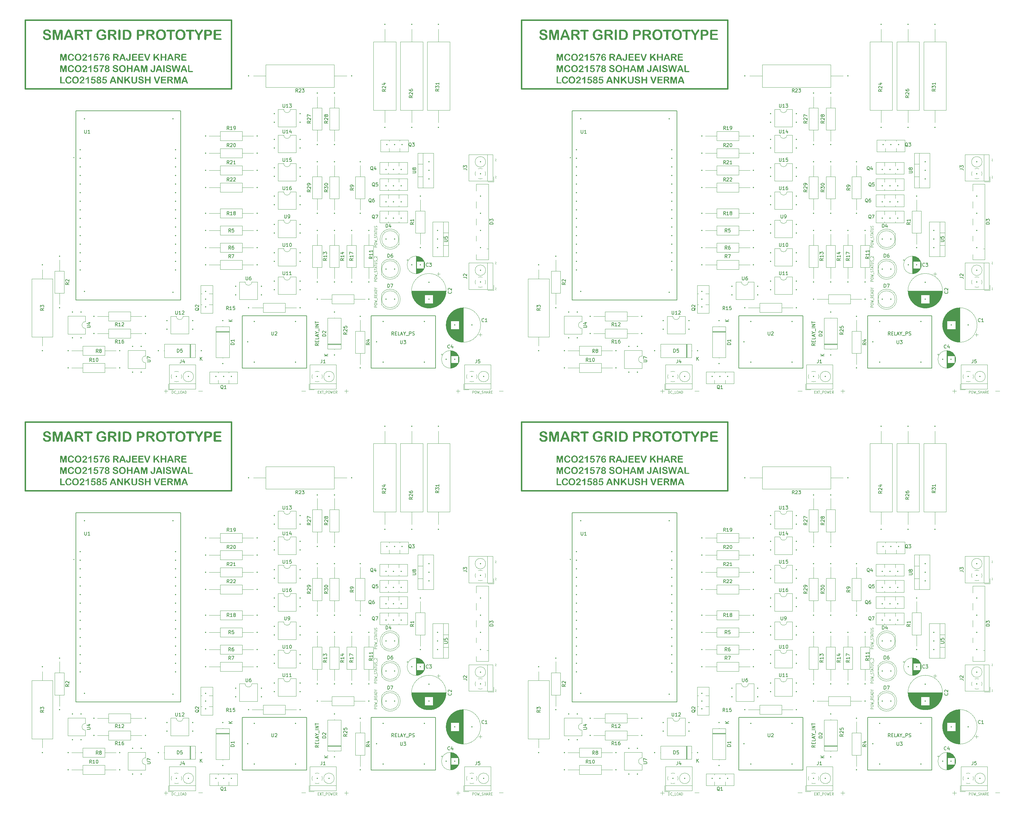
<source format=gto>
%TF.GenerationSoftware,KiCad,Pcbnew,8.0.3*%
%TF.CreationDate,2024-06-25T22:27:27+05:30*%
%TF.ProjectId,PCB_PANELIZED,5043425f-5041-44e4-954c-495a45442e6b,rev?*%
%TF.SameCoordinates,Original*%
%TF.FileFunction,Legend,Top*%
%TF.FilePolarity,Positive*%
%FSLAX46Y46*%
G04 Gerber Fmt 4.6, Leading zero omitted, Abs format (unit mm)*
G04 Created by KiCad (PCBNEW 8.0.3) date 2024-06-25 22:27:27*
%MOMM*%
%LPD*%
G01*
G04 APERTURE LIST*
%ADD10C,0.100000*%
%ADD11C,0.400000*%
%ADD12C,0.150000*%
%ADD13C,0.120000*%
%ADD14C,0.200000*%
%ADD15C,0.127000*%
%ADD16C,0.350000*%
G04 APERTURE END LIST*
D10*
X248612455Y-247857847D02*
X248845789Y-247857847D01*
X248945789Y-248276895D02*
X248612455Y-248276895D01*
X248612455Y-248276895D02*
X248612455Y-247476895D01*
X248612455Y-247476895D02*
X248945789Y-247476895D01*
X249179122Y-247476895D02*
X249645788Y-248276895D01*
X249645788Y-247476895D02*
X249179122Y-248276895D01*
X249812455Y-247476895D02*
X250212455Y-247476895D01*
X250012455Y-248276895D02*
X250012455Y-247476895D01*
X250279122Y-248353085D02*
X250812455Y-248353085D01*
X250979121Y-248276895D02*
X250979121Y-247476895D01*
X250979121Y-247476895D02*
X251245788Y-247476895D01*
X251245788Y-247476895D02*
X251312455Y-247514990D01*
X251312455Y-247514990D02*
X251345788Y-247553085D01*
X251345788Y-247553085D02*
X251379121Y-247629276D01*
X251379121Y-247629276D02*
X251379121Y-247743561D01*
X251379121Y-247743561D02*
X251345788Y-247819752D01*
X251345788Y-247819752D02*
X251312455Y-247857847D01*
X251312455Y-247857847D02*
X251245788Y-247895942D01*
X251245788Y-247895942D02*
X250979121Y-247895942D01*
X251812455Y-247476895D02*
X251945788Y-247476895D01*
X251945788Y-247476895D02*
X252012455Y-247514990D01*
X252012455Y-247514990D02*
X252079121Y-247591180D01*
X252079121Y-247591180D02*
X252112455Y-247743561D01*
X252112455Y-247743561D02*
X252112455Y-248010228D01*
X252112455Y-248010228D02*
X252079121Y-248162609D01*
X252079121Y-248162609D02*
X252012455Y-248238800D01*
X252012455Y-248238800D02*
X251945788Y-248276895D01*
X251945788Y-248276895D02*
X251812455Y-248276895D01*
X251812455Y-248276895D02*
X251745788Y-248238800D01*
X251745788Y-248238800D02*
X251679121Y-248162609D01*
X251679121Y-248162609D02*
X251645788Y-248010228D01*
X251645788Y-248010228D02*
X251645788Y-247743561D01*
X251645788Y-247743561D02*
X251679121Y-247591180D01*
X251679121Y-247591180D02*
X251745788Y-247514990D01*
X251745788Y-247514990D02*
X251812455Y-247476895D01*
X252345788Y-247476895D02*
X252512454Y-248276895D01*
X252512454Y-248276895D02*
X252645788Y-247705466D01*
X252645788Y-247705466D02*
X252779121Y-248276895D01*
X252779121Y-248276895D02*
X252945788Y-247476895D01*
X253212454Y-247857847D02*
X253445788Y-247857847D01*
X253545788Y-248276895D02*
X253212454Y-248276895D01*
X253212454Y-248276895D02*
X253212454Y-247476895D01*
X253212454Y-247476895D02*
X253545788Y-247476895D01*
X254245787Y-248276895D02*
X254012454Y-247895942D01*
X253845787Y-248276895D02*
X253845787Y-247476895D01*
X253845787Y-247476895D02*
X254112454Y-247476895D01*
X254112454Y-247476895D02*
X254179121Y-247514990D01*
X254179121Y-247514990D02*
X254212454Y-247553085D01*
X254212454Y-247553085D02*
X254245787Y-247629276D01*
X254245787Y-247629276D02*
X254245787Y-247743561D01*
X254245787Y-247743561D02*
X254212454Y-247819752D01*
X254212454Y-247819752D02*
X254179121Y-247857847D01*
X254179121Y-247857847D02*
X254112454Y-247895942D01*
X254112454Y-247895942D02*
X253845787Y-247895942D01*
X256422931Y-247619800D02*
X257565789Y-247619800D01*
X256994360Y-248191228D02*
X256994360Y-247048371D01*
X266056895Y-204967544D02*
X265256895Y-204967544D01*
X265256895Y-204967544D02*
X265256895Y-204700877D01*
X265256895Y-204700877D02*
X265294990Y-204634211D01*
X265294990Y-204634211D02*
X265333085Y-204600877D01*
X265333085Y-204600877D02*
X265409276Y-204567544D01*
X265409276Y-204567544D02*
X265523561Y-204567544D01*
X265523561Y-204567544D02*
X265599752Y-204600877D01*
X265599752Y-204600877D02*
X265637847Y-204634211D01*
X265637847Y-204634211D02*
X265675942Y-204700877D01*
X265675942Y-204700877D02*
X265675942Y-204967544D01*
X265256895Y-204134211D02*
X265256895Y-204000877D01*
X265256895Y-204000877D02*
X265294990Y-203934211D01*
X265294990Y-203934211D02*
X265371180Y-203867544D01*
X265371180Y-203867544D02*
X265523561Y-203834211D01*
X265523561Y-203834211D02*
X265790228Y-203834211D01*
X265790228Y-203834211D02*
X265942609Y-203867544D01*
X265942609Y-203867544D02*
X266018800Y-203934211D01*
X266018800Y-203934211D02*
X266056895Y-204000877D01*
X266056895Y-204000877D02*
X266056895Y-204134211D01*
X266056895Y-204134211D02*
X266018800Y-204200877D01*
X266018800Y-204200877D02*
X265942609Y-204267544D01*
X265942609Y-204267544D02*
X265790228Y-204300877D01*
X265790228Y-204300877D02*
X265523561Y-204300877D01*
X265523561Y-204300877D02*
X265371180Y-204267544D01*
X265371180Y-204267544D02*
X265294990Y-204200877D01*
X265294990Y-204200877D02*
X265256895Y-204134211D01*
X265256895Y-203600878D02*
X266056895Y-203434211D01*
X266056895Y-203434211D02*
X265485466Y-203300878D01*
X265485466Y-203300878D02*
X266056895Y-203167544D01*
X266056895Y-203167544D02*
X265256895Y-203000878D01*
X266133085Y-202900878D02*
X266133085Y-202367544D01*
X266018800Y-202234211D02*
X266056895Y-202134211D01*
X266056895Y-202134211D02*
X266056895Y-201967545D01*
X266056895Y-201967545D02*
X266018800Y-201900878D01*
X266018800Y-201900878D02*
X265980704Y-201867545D01*
X265980704Y-201867545D02*
X265904514Y-201834211D01*
X265904514Y-201834211D02*
X265828323Y-201834211D01*
X265828323Y-201834211D02*
X265752133Y-201867545D01*
X265752133Y-201867545D02*
X265714038Y-201900878D01*
X265714038Y-201900878D02*
X265675942Y-201967545D01*
X265675942Y-201967545D02*
X265637847Y-202100878D01*
X265637847Y-202100878D02*
X265599752Y-202167545D01*
X265599752Y-202167545D02*
X265561657Y-202200878D01*
X265561657Y-202200878D02*
X265485466Y-202234211D01*
X265485466Y-202234211D02*
X265409276Y-202234211D01*
X265409276Y-202234211D02*
X265333085Y-202200878D01*
X265333085Y-202200878D02*
X265294990Y-202167545D01*
X265294990Y-202167545D02*
X265256895Y-202100878D01*
X265256895Y-202100878D02*
X265256895Y-201934211D01*
X265256895Y-201934211D02*
X265294990Y-201834211D01*
X265256895Y-201634211D02*
X265256895Y-201234211D01*
X266056895Y-201434211D02*
X265256895Y-201434211D01*
X265828323Y-201034211D02*
X265828323Y-200700878D01*
X266056895Y-201100878D02*
X265256895Y-200867545D01*
X265256895Y-200867545D02*
X266056895Y-200634211D01*
X265256895Y-200500878D02*
X265256895Y-200100878D01*
X266056895Y-200300878D02*
X265256895Y-200300878D01*
X265256895Y-199867545D02*
X265904514Y-199867545D01*
X265904514Y-199867545D02*
X265980704Y-199834212D01*
X265980704Y-199834212D02*
X266018800Y-199800878D01*
X266018800Y-199800878D02*
X266056895Y-199734212D01*
X266056895Y-199734212D02*
X266056895Y-199600878D01*
X266056895Y-199600878D02*
X266018800Y-199534212D01*
X266018800Y-199534212D02*
X265980704Y-199500878D01*
X265980704Y-199500878D02*
X265904514Y-199467545D01*
X265904514Y-199467545D02*
X265256895Y-199467545D01*
X266018800Y-199167545D02*
X266056895Y-199067545D01*
X266056895Y-199067545D02*
X266056895Y-198900879D01*
X266056895Y-198900879D02*
X266018800Y-198834212D01*
X266018800Y-198834212D02*
X265980704Y-198800879D01*
X265980704Y-198800879D02*
X265904514Y-198767545D01*
X265904514Y-198767545D02*
X265828323Y-198767545D01*
X265828323Y-198767545D02*
X265752133Y-198800879D01*
X265752133Y-198800879D02*
X265714038Y-198834212D01*
X265714038Y-198834212D02*
X265675942Y-198900879D01*
X265675942Y-198900879D02*
X265637847Y-199034212D01*
X265637847Y-199034212D02*
X265599752Y-199100879D01*
X265599752Y-199100879D02*
X265561657Y-199134212D01*
X265561657Y-199134212D02*
X265485466Y-199167545D01*
X265485466Y-199167545D02*
X265409276Y-199167545D01*
X265409276Y-199167545D02*
X265333085Y-199134212D01*
X265333085Y-199134212D02*
X265294990Y-199100879D01*
X265294990Y-199100879D02*
X265256895Y-199034212D01*
X265256895Y-199034212D02*
X265256895Y-198867545D01*
X265256895Y-198867545D02*
X265294990Y-198767545D01*
G36*
X169725366Y-142796503D02*
G01*
X169714180Y-142949840D01*
X169680621Y-143094134D01*
X169617094Y-143243857D01*
X169583949Y-143300621D01*
X169494382Y-143418679D01*
X169383949Y-143521435D01*
X169252650Y-143608890D01*
X169170690Y-143650865D01*
X169028449Y-143706003D01*
X168873569Y-143745387D01*
X168727680Y-143766925D01*
X168572114Y-143776402D01*
X168525889Y-143776894D01*
X168363764Y-143770686D01*
X168212613Y-143752061D01*
X168050140Y-143714640D01*
X167902603Y-143660319D01*
X167788032Y-143600307D01*
X167666859Y-143514898D01*
X167560714Y-143413461D01*
X167469595Y-143295995D01*
X167453175Y-143270579D01*
X167380170Y-143130323D01*
X167335090Y-142980280D01*
X167324947Y-142869776D01*
X167364693Y-142724224D01*
X167401884Y-142676336D01*
X167535109Y-142602111D01*
X167598988Y-142595736D01*
X167740816Y-142640075D01*
X167762386Y-142658018D01*
X167848394Y-142777912D01*
X167876692Y-142841933D01*
X167940677Y-142982639D01*
X168001256Y-143084466D01*
X168106700Y-143192829D01*
X168190300Y-143244933D01*
X168330983Y-143292194D01*
X168485337Y-143307702D01*
X168509769Y-143307948D01*
X168669724Y-143295497D01*
X168822699Y-143253040D01*
X168951605Y-143180453D01*
X169055194Y-143075971D01*
X169115621Y-142931675D01*
X169121598Y-142862449D01*
X169092618Y-142710723D01*
X169030006Y-142617718D01*
X168909810Y-142525523D01*
X168792602Y-142473370D01*
X168646864Y-142428651D01*
X168492029Y-142388534D01*
X168404256Y-142367857D01*
X168248185Y-142328198D01*
X168105303Y-142285425D01*
X167960326Y-142233583D01*
X167859106Y-142190537D01*
X167719134Y-142111857D01*
X167600462Y-142015861D01*
X167511060Y-141913565D01*
X167437639Y-141782622D01*
X167394694Y-141631591D01*
X167382100Y-141476859D01*
X167395338Y-141327051D01*
X167440479Y-141174823D01*
X167517655Y-141035757D01*
X167614641Y-140923658D01*
X167735241Y-140829162D01*
X167879454Y-140752268D01*
X167911130Y-140739002D01*
X168063397Y-140688705D01*
X168210813Y-140657816D01*
X168369586Y-140639933D01*
X168517829Y-140634954D01*
X168668126Y-140640402D01*
X168821255Y-140659236D01*
X168972836Y-140695490D01*
X168998499Y-140703831D01*
X169141381Y-140761327D01*
X169273845Y-140838033D01*
X169335554Y-140885547D01*
X169445324Y-140993911D01*
X169531193Y-141122951D01*
X169581554Y-141260638D01*
X169593475Y-141365484D01*
X169553351Y-141509720D01*
X169515806Y-141560390D01*
X169385526Y-141640013D01*
X169323831Y-141646852D01*
X169177892Y-141608705D01*
X169163363Y-141597027D01*
X169072827Y-141479121D01*
X169045394Y-141432163D01*
X168973153Y-141301504D01*
X168875973Y-141182600D01*
X168847557Y-141156657D01*
X168708797Y-141085130D01*
X168553275Y-141059439D01*
X168476796Y-141057006D01*
X168324491Y-141069387D01*
X168183223Y-141111135D01*
X168094312Y-141161786D01*
X167990177Y-141268829D01*
X167949232Y-141413112D01*
X167989551Y-141557934D01*
X167998325Y-141570648D01*
X168108487Y-141668891D01*
X168134612Y-141684221D01*
X168271051Y-141746117D01*
X168309734Y-141758960D01*
X168455574Y-141799325D01*
X168602093Y-141837362D01*
X168757125Y-141876130D01*
X168902569Y-141917332D01*
X169051482Y-141965464D01*
X169064445Y-141969986D01*
X169211208Y-142028821D01*
X169350434Y-142102560D01*
X169416887Y-142146573D01*
X169532132Y-142247492D01*
X169622692Y-142369449D01*
X169644033Y-142408157D01*
X169696693Y-142548602D01*
X169721474Y-142699281D01*
X169725366Y-142796503D01*
G37*
G36*
X171248709Y-143268381D02*
G01*
X170764375Y-141338374D01*
X170764375Y-143429581D01*
X170744958Y-143581622D01*
X170686706Y-143690432D01*
X170557021Y-143768451D01*
X170482274Y-143776894D01*
X170339311Y-143740289D01*
X170280041Y-143691898D01*
X170214579Y-143559708D01*
X170201639Y-143433244D01*
X170201639Y-141062135D01*
X170221274Y-140914854D01*
X170304221Y-140797620D01*
X170443403Y-140741927D01*
X170583391Y-140728743D01*
X170772435Y-140728743D01*
X170920263Y-140736437D01*
X171020830Y-140759518D01*
X171130396Y-140858994D01*
X171135136Y-140868695D01*
X171188600Y-141014198D01*
X171220132Y-141124417D01*
X171659036Y-142745212D01*
X172097941Y-141124417D01*
X172140177Y-140979914D01*
X172182205Y-140868695D01*
X172287048Y-140763465D01*
X172296510Y-140759518D01*
X172447289Y-140731749D01*
X172544905Y-140728743D01*
X172734682Y-140728743D01*
X172882920Y-140743877D01*
X173012386Y-140797620D01*
X173098650Y-140923746D01*
X173115701Y-141062135D01*
X173115701Y-143433244D01*
X173096284Y-143583820D01*
X173038032Y-143691165D01*
X172907308Y-143768522D01*
X172831402Y-143776894D01*
X172685251Y-143736027D01*
X172632100Y-143690432D01*
X172566637Y-143556407D01*
X172553698Y-143429581D01*
X172553698Y-141338374D01*
X172069364Y-143268381D01*
X172031057Y-143413939D01*
X171991695Y-143544619D01*
X171914594Y-143672614D01*
X171881786Y-143705087D01*
X171749491Y-143768409D01*
X171659036Y-143776894D01*
X171511561Y-143748272D01*
X171477320Y-143730000D01*
X171370265Y-143625269D01*
X171362281Y-143612030D01*
X171303377Y-143473304D01*
X171297069Y-143451563D01*
X171259538Y-143309704D01*
X171248709Y-143268381D01*
G37*
G36*
X175047464Y-140656097D02*
G01*
X175110921Y-140684047D01*
X175224748Y-140777051D01*
X175249406Y-140809344D01*
X175324010Y-140941398D01*
X175338066Y-140974207D01*
X175393710Y-141114857D01*
X175429658Y-141208681D01*
X176218806Y-143169462D01*
X176271787Y-143309064D01*
X176308591Y-143452547D01*
X176311863Y-143494794D01*
X176266439Y-143638059D01*
X176223935Y-143688967D01*
X176093714Y-143766504D01*
X176012909Y-143776894D01*
X175889078Y-143751981D01*
X175802616Y-143683838D01*
X175727878Y-143551946D01*
X175667696Y-143416224D01*
X175658269Y-143394410D01*
X175514654Y-143026580D01*
X174285868Y-143026580D01*
X174141521Y-143402470D01*
X174081723Y-143547687D01*
X174012572Y-143678480D01*
X173997173Y-143699958D01*
X173864870Y-143772086D01*
X173801535Y-143776894D01*
X173655825Y-143736720D01*
X173597836Y-143691898D01*
X173517834Y-143564291D01*
X173509176Y-143499190D01*
X173529692Y-143370963D01*
X173580929Y-143228750D01*
X173597836Y-143186315D01*
X173844126Y-142557634D01*
X174446336Y-142557634D01*
X175349057Y-142557634D01*
X174894033Y-141291479D01*
X174446336Y-142557634D01*
X173844126Y-142557634D01*
X174370865Y-141213077D01*
X174425077Y-141073482D01*
X174450000Y-141009378D01*
X174513427Y-140870292D01*
X174548918Y-140811542D01*
X174655931Y-140703264D01*
X174686671Y-140684047D01*
X174830726Y-140638837D01*
X174898429Y-140634954D01*
X175047464Y-140656097D01*
G37*
G36*
X178268207Y-140731767D02*
G01*
X178415909Y-140741784D01*
X178463154Y-140747062D01*
X178610587Y-140776086D01*
X178726936Y-140818869D01*
X178860842Y-140889577D01*
X178978262Y-140985931D01*
X179074249Y-141103168D01*
X179143859Y-141237990D01*
X179186723Y-141385818D01*
X179200956Y-141532059D01*
X179201011Y-141542072D01*
X179189059Y-141698326D01*
X179147038Y-141854406D01*
X179074762Y-141989620D01*
X179009769Y-142068171D01*
X178887016Y-142169942D01*
X178751725Y-142245127D01*
X178613134Y-142299118D01*
X178455680Y-142342099D01*
X178431646Y-142347341D01*
X178561515Y-142431972D01*
X178677314Y-142534566D01*
X178743056Y-142605261D01*
X178841508Y-142725233D01*
X178932340Y-142850399D01*
X179008304Y-142968695D01*
X179082253Y-143096348D01*
X179153796Y-143236049D01*
X179189288Y-143316008D01*
X179240172Y-143453551D01*
X179254501Y-143529232D01*
X179216399Y-143648667D01*
X179112351Y-143742456D01*
X178965328Y-143776860D01*
X178959944Y-143776894D01*
X178813824Y-143744485D01*
X178786287Y-143727801D01*
X178679057Y-143622254D01*
X178666120Y-143603970D01*
X178584299Y-143474621D01*
X178529099Y-143382686D01*
X178283635Y-142969427D01*
X178203922Y-142838051D01*
X178115445Y-142708358D01*
X178047697Y-142623579D01*
X177936112Y-142518552D01*
X177835938Y-142460914D01*
X177689269Y-142424206D01*
X177566294Y-142416950D01*
X177352337Y-142416950D01*
X177352337Y-143399539D01*
X177336068Y-143549445D01*
X177267341Y-143685303D01*
X177141689Y-143764014D01*
X177046789Y-143776894D01*
X176896627Y-143743830D01*
X176820376Y-143683105D01*
X176755204Y-143549179D01*
X176739776Y-143406866D01*
X176739776Y-141994898D01*
X177352337Y-141994898D01*
X177900418Y-141994898D01*
X178055940Y-141989746D01*
X178202096Y-141972537D01*
X178271179Y-141958262D01*
X178410717Y-141904860D01*
X178500523Y-141833698D01*
X178569159Y-141697743D01*
X178580390Y-141591165D01*
X178552937Y-141445436D01*
X178516643Y-141378674D01*
X178405440Y-141273893D01*
X178339323Y-141240921D01*
X178193306Y-141209891D01*
X178045158Y-141199758D01*
X177917271Y-141197690D01*
X177352337Y-141197690D01*
X177352337Y-141994898D01*
X176739776Y-141994898D01*
X176739776Y-141100969D01*
X176756746Y-140949901D01*
X176828436Y-140816671D01*
X176962723Y-140745573D01*
X177114933Y-140728743D01*
X178110711Y-140728743D01*
X178268207Y-140731767D01*
G37*
G36*
X181622679Y-141244584D02*
G01*
X180954431Y-141244584D01*
X180954431Y-143409064D01*
X180935916Y-143563141D01*
X180870167Y-143686769D01*
X180745374Y-143764220D01*
X180651814Y-143776894D01*
X180507796Y-143744605D01*
X180429797Y-143685303D01*
X180361069Y-143552819D01*
X180344801Y-143409064D01*
X180344801Y-141244584D01*
X179677285Y-141244584D01*
X179526383Y-141222328D01*
X179444277Y-141174242D01*
X179372836Y-141042489D01*
X179368073Y-140987397D01*
X179408955Y-140841449D01*
X179447208Y-140798353D01*
X179581997Y-140736969D01*
X179677285Y-140728743D01*
X181622679Y-140728743D01*
X181767886Y-140749009D01*
X181857885Y-140800551D01*
X181930700Y-140932305D01*
X181935554Y-140987397D01*
X181895052Y-141130727D01*
X181857152Y-141174242D01*
X181720800Y-141236272D01*
X181622679Y-141244584D01*
G37*
G36*
X185989741Y-142501214D02*
G01*
X185989741Y-143079337D01*
X185976964Y-143226615D01*
X185967027Y-143263984D01*
X185883496Y-143388548D01*
X185762418Y-143476138D01*
X185728157Y-143495526D01*
X185592419Y-143563853D01*
X185442779Y-143628897D01*
X185296385Y-143681422D01*
X185200593Y-143709483D01*
X185054392Y-143742069D01*
X184901004Y-143763991D01*
X184740429Y-143775248D01*
X184648115Y-143776894D01*
X184498790Y-143771740D01*
X184335346Y-143753227D01*
X184179596Y-143721250D01*
X184031539Y-143675810D01*
X184013572Y-143669183D01*
X183875590Y-143609237D01*
X183732951Y-143527236D01*
X183603642Y-143429818D01*
X183524842Y-143356308D01*
X183418505Y-143234006D01*
X183327006Y-143097910D01*
X183258129Y-142965354D01*
X183214166Y-142858785D01*
X183167042Y-142708347D01*
X183133382Y-142549391D01*
X183114975Y-142403316D01*
X183106875Y-142250721D01*
X183106454Y-142205924D01*
X183111468Y-142053679D01*
X183126510Y-141907254D01*
X183155979Y-141747039D01*
X183198546Y-141594425D01*
X183211235Y-141557459D01*
X183270128Y-141415768D01*
X183341294Y-141285251D01*
X183436026Y-141151775D01*
X183520446Y-141057739D01*
X183642394Y-140949984D01*
X183778252Y-140857532D01*
X183910693Y-140788197D01*
X184017236Y-140744131D01*
X184168361Y-140696366D01*
X184329378Y-140662248D01*
X184478383Y-140643590D01*
X184634961Y-140635381D01*
X184681088Y-140634954D01*
X184829099Y-140640129D01*
X184985102Y-140658322D01*
X185129976Y-140689614D01*
X185220376Y-140717752D01*
X185358722Y-140773337D01*
X185490901Y-140844397D01*
X185602128Y-140925847D01*
X185709224Y-141030069D01*
X185797781Y-141147718D01*
X185822679Y-141191095D01*
X185880424Y-141330901D01*
X185896685Y-141439490D01*
X185856164Y-141584413D01*
X185810956Y-141639525D01*
X185677808Y-141713576D01*
X185606524Y-141721591D01*
X185479762Y-141688618D01*
X185377913Y-141594829D01*
X185297679Y-141472005D01*
X185211297Y-141353251D01*
X185185938Y-141322254D01*
X185074074Y-141222952D01*
X184974912Y-141166915D01*
X184834316Y-141121685D01*
X184686160Y-141104885D01*
X184635659Y-141103900D01*
X184483125Y-141114307D01*
X184332067Y-141149070D01*
X184256838Y-141177906D01*
X184119915Y-141255424D01*
X184001505Y-141358466D01*
X183971074Y-141392595D01*
X183884294Y-141517422D01*
X183820289Y-141651322D01*
X183790090Y-141737711D01*
X183754214Y-141883452D01*
X183733229Y-142039583D01*
X183727076Y-142190537D01*
X183733033Y-142352560D01*
X183750904Y-142502490D01*
X183788075Y-142666444D01*
X183842403Y-142812984D01*
X183913887Y-142942110D01*
X183971074Y-143018520D01*
X184087330Y-143131295D01*
X184221959Y-143216371D01*
X184374961Y-143273748D01*
X184520728Y-143300882D01*
X184652512Y-143307948D01*
X184807724Y-143300117D01*
X184955724Y-143276624D01*
X185050383Y-143252260D01*
X185191239Y-143203900D01*
X185333537Y-143142351D01*
X185429204Y-143093991D01*
X185429204Y-142604528D01*
X184955129Y-142604528D01*
X184805102Y-142591523D01*
X184696475Y-142552505D01*
X184613453Y-142424903D01*
X184609281Y-142372986D01*
X184657652Y-142229509D01*
X184682554Y-142202993D01*
X184821726Y-142139795D01*
X184881123Y-142135582D01*
X185575750Y-142135582D01*
X185726362Y-142145680D01*
X185791905Y-142159030D01*
X185917002Y-142238048D01*
X185934787Y-142261612D01*
X185983248Y-142400834D01*
X185989741Y-142501214D01*
G37*
G36*
X188080908Y-140731767D02*
G01*
X188228610Y-140741784D01*
X188275854Y-140747062D01*
X188423287Y-140776086D01*
X188539637Y-140818869D01*
X188673543Y-140889577D01*
X188790963Y-140985931D01*
X188886950Y-141103168D01*
X188956559Y-141237990D01*
X188999424Y-141385818D01*
X189013656Y-141532059D01*
X189013712Y-141542072D01*
X189001759Y-141698326D01*
X188959738Y-141854406D01*
X188887462Y-141989620D01*
X188822470Y-142068171D01*
X188699717Y-142169942D01*
X188564426Y-142245127D01*
X188425835Y-142299118D01*
X188268380Y-142342099D01*
X188244347Y-142347341D01*
X188374215Y-142431972D01*
X188490015Y-142534566D01*
X188555757Y-142605261D01*
X188654208Y-142725233D01*
X188745041Y-142850399D01*
X188821004Y-142968695D01*
X188894953Y-143096348D01*
X188966497Y-143236049D01*
X189001988Y-143316008D01*
X189052872Y-143453551D01*
X189067201Y-143529232D01*
X189029099Y-143648667D01*
X188925052Y-143742456D01*
X188778028Y-143776860D01*
X188772644Y-143776894D01*
X188626525Y-143744485D01*
X188598988Y-143727801D01*
X188491757Y-143622254D01*
X188478820Y-143603970D01*
X188397000Y-143474621D01*
X188341800Y-143382686D01*
X188096336Y-142969427D01*
X188016623Y-142838051D01*
X187928146Y-142708358D01*
X187860397Y-142623579D01*
X187748813Y-142518552D01*
X187648639Y-142460914D01*
X187501970Y-142424206D01*
X187378995Y-142416950D01*
X187165038Y-142416950D01*
X187165038Y-143399539D01*
X187148769Y-143549445D01*
X187080041Y-143685303D01*
X186954390Y-143764014D01*
X186859490Y-143776894D01*
X186709327Y-143743830D01*
X186633077Y-143683105D01*
X186567904Y-143549179D01*
X186552477Y-143406866D01*
X186552477Y-141994898D01*
X187165038Y-141994898D01*
X187713119Y-141994898D01*
X187868640Y-141989746D01*
X188014797Y-141972537D01*
X188083879Y-141958262D01*
X188223418Y-141904860D01*
X188313224Y-141833698D01*
X188381860Y-141697743D01*
X188393091Y-141591165D01*
X188365637Y-141445436D01*
X188329344Y-141378674D01*
X188218141Y-141273893D01*
X188152023Y-141240921D01*
X188006007Y-141209891D01*
X187857858Y-141199758D01*
X187729972Y-141197690D01*
X187165038Y-141197690D01*
X187165038Y-141994898D01*
X186552477Y-141994898D01*
X186552477Y-141100969D01*
X186569447Y-140949901D01*
X186641137Y-140816671D01*
X186775424Y-140745573D01*
X186927634Y-140728743D01*
X187923412Y-140728743D01*
X188080908Y-140731767D01*
G37*
G36*
X189600628Y-143401737D02*
G01*
X189600628Y-141007913D01*
X189619143Y-140853879D01*
X189684891Y-140728743D01*
X189810028Y-140648143D01*
X189903244Y-140634954D01*
X190048839Y-140667502D01*
X190126727Y-140727278D01*
X190196047Y-140861513D01*
X190212456Y-141007913D01*
X190212456Y-143401737D01*
X190196047Y-143548417D01*
X190126727Y-143683838D01*
X189999587Y-143763808D01*
X189903244Y-143776894D01*
X189756413Y-143740258D01*
X189685624Y-143683105D01*
X189616896Y-143547556D01*
X189600628Y-143401737D01*
G37*
G36*
X192215690Y-140732224D02*
G01*
X192371377Y-140744460D01*
X192527912Y-140768388D01*
X192599685Y-140784431D01*
X192747891Y-140834318D01*
X192886225Y-140907409D01*
X193003419Y-140993991D01*
X193114015Y-141101496D01*
X193209865Y-141222144D01*
X193290969Y-141355936D01*
X193357327Y-141502871D01*
X193408938Y-141662949D01*
X193445804Y-141836171D01*
X193467923Y-142022536D01*
X193474835Y-142170935D01*
X193475296Y-142222044D01*
X193471529Y-142371246D01*
X193458506Y-142528325D01*
X193436180Y-142676244D01*
X193427669Y-142718834D01*
X193388864Y-142867787D01*
X193337938Y-143006350D01*
X193281123Y-143123300D01*
X193199103Y-143253131D01*
X193101421Y-143372245D01*
X193027599Y-143445701D01*
X192908577Y-143535442D01*
X192779573Y-143606830D01*
X192761618Y-143614961D01*
X192621624Y-143665987D01*
X192472291Y-143700914D01*
X192451674Y-143704354D01*
X192298643Y-143721885D01*
X192141975Y-143729373D01*
X192077983Y-143730000D01*
X191280774Y-143730000D01*
X191134228Y-143717543D01*
X191028715Y-143680174D01*
X190930484Y-143571412D01*
X190918806Y-143538757D01*
X190895665Y-143387538D01*
X190893161Y-143302086D01*
X190893161Y-143261053D01*
X191504989Y-143261053D01*
X191968806Y-143261053D01*
X192119399Y-143258503D01*
X192207676Y-143252993D01*
X192352046Y-143222742D01*
X192386461Y-143211228D01*
X192516657Y-143143161D01*
X192547662Y-143118171D01*
X192651998Y-143006811D01*
X192734748Y-142868918D01*
X192795911Y-142704492D01*
X192830390Y-142547202D01*
X192849878Y-142371486D01*
X192854675Y-142217648D01*
X192849935Y-142056897D01*
X192832424Y-141889475D01*
X192802010Y-141743721D01*
X192751452Y-141603679D01*
X192719853Y-141544270D01*
X192629435Y-141420093D01*
X192515761Y-141320358D01*
X192387194Y-141259239D01*
X192241398Y-141224197D01*
X192091875Y-141204963D01*
X191943478Y-141197930D01*
X191908722Y-141197690D01*
X191504989Y-141197690D01*
X191504989Y-143261053D01*
X190893161Y-143261053D01*
X190893161Y-141101702D01*
X190910131Y-140950133D01*
X190981821Y-140816671D01*
X191116108Y-140745573D01*
X191268318Y-140728743D01*
X192065526Y-140728743D01*
X192215690Y-140732224D01*
G37*
G36*
X196381893Y-140732178D02*
G01*
X196542410Y-140744253D01*
X196690988Y-140767866D01*
X196753524Y-140783698D01*
X196895801Y-140836497D01*
X197030360Y-140918242D01*
X197073726Y-140953691D01*
X197179213Y-141067152D01*
X197259736Y-141201090D01*
X197278157Y-141243119D01*
X197323701Y-141389443D01*
X197345133Y-141536962D01*
X197348499Y-141628534D01*
X197338504Y-141792213D01*
X197308520Y-141940333D01*
X197248273Y-142093475D01*
X197160818Y-142225439D01*
X197064200Y-142321695D01*
X196926496Y-142413628D01*
X196787255Y-142474456D01*
X196628436Y-142518695D01*
X196481132Y-142542888D01*
X196320232Y-142555560D01*
X196217166Y-142557634D01*
X195656629Y-142557634D01*
X195656629Y-143406866D01*
X195637631Y-143558067D01*
X195570167Y-143683105D01*
X195444344Y-143763705D01*
X195351814Y-143776894D01*
X195206831Y-143744088D01*
X195129064Y-143683838D01*
X195060929Y-143551792D01*
X195044801Y-143411263D01*
X195044801Y-142088688D01*
X195656629Y-142088688D01*
X196069155Y-142088688D01*
X196221276Y-142082608D01*
X196373486Y-142060148D01*
X196430390Y-142045457D01*
X196565671Y-141983029D01*
X196652407Y-141901842D01*
X196716034Y-141761808D01*
X196728611Y-141640990D01*
X196706171Y-141485975D01*
X196632326Y-141350081D01*
X196611374Y-141326650D01*
X196473301Y-141248065D01*
X196318354Y-141212928D01*
X196167387Y-141199705D01*
X196069155Y-141197690D01*
X195656629Y-141197690D01*
X195656629Y-142088688D01*
X195044801Y-142088688D01*
X195044801Y-141100969D01*
X195062472Y-140947317D01*
X195137124Y-140814473D01*
X195276357Y-140745153D01*
X195432414Y-140728743D01*
X196217899Y-140728743D01*
X196381893Y-140732178D01*
G37*
G36*
X199367858Y-140731767D02*
G01*
X199515560Y-140741784D01*
X199562805Y-140747062D01*
X199710238Y-140776086D01*
X199826587Y-140818869D01*
X199960493Y-140889577D01*
X200077913Y-140985931D01*
X200173900Y-141103168D01*
X200243510Y-141237990D01*
X200286374Y-141385818D01*
X200300607Y-141532059D01*
X200300662Y-141542072D01*
X200288710Y-141698326D01*
X200246689Y-141854406D01*
X200174413Y-141989620D01*
X200109420Y-142068171D01*
X199986668Y-142169942D01*
X199851376Y-142245127D01*
X199712785Y-142299118D01*
X199555331Y-142342099D01*
X199531297Y-142347341D01*
X199661166Y-142431972D01*
X199776965Y-142534566D01*
X199842707Y-142605261D01*
X199941159Y-142725233D01*
X200031991Y-142850399D01*
X200107955Y-142968695D01*
X200181904Y-143096348D01*
X200253447Y-143236049D01*
X200288939Y-143316008D01*
X200339823Y-143453551D01*
X200354152Y-143529232D01*
X200316050Y-143648667D01*
X200212002Y-143742456D01*
X200064979Y-143776860D01*
X200059595Y-143776894D01*
X199913476Y-143744485D01*
X199885938Y-143727801D01*
X199778708Y-143622254D01*
X199765771Y-143603970D01*
X199683950Y-143474621D01*
X199628750Y-143382686D01*
X199383286Y-142969427D01*
X199303573Y-142838051D01*
X199215096Y-142708358D01*
X199147348Y-142623579D01*
X199035763Y-142518552D01*
X198935589Y-142460914D01*
X198788920Y-142424206D01*
X198665945Y-142416950D01*
X198451988Y-142416950D01*
X198451988Y-143399539D01*
X198435719Y-143549445D01*
X198366992Y-143685303D01*
X198241340Y-143764014D01*
X198146441Y-143776894D01*
X197996278Y-143743830D01*
X197920027Y-143683105D01*
X197854855Y-143549179D01*
X197839427Y-143406866D01*
X197839427Y-141994898D01*
X198451988Y-141994898D01*
X199000069Y-141994898D01*
X199155591Y-141989746D01*
X199301747Y-141972537D01*
X199370830Y-141958262D01*
X199510368Y-141904860D01*
X199600174Y-141833698D01*
X199668810Y-141697743D01*
X199680041Y-141591165D01*
X199652588Y-141445436D01*
X199616294Y-141378674D01*
X199505091Y-141273893D01*
X199438974Y-141240921D01*
X199292957Y-141209891D01*
X199144809Y-141199758D01*
X199016922Y-141197690D01*
X198451988Y-141197690D01*
X198451988Y-141994898D01*
X197839427Y-141994898D01*
X197839427Y-141100969D01*
X197856397Y-140949901D01*
X197928087Y-140816671D01*
X198062374Y-140745573D01*
X198214584Y-140728743D01*
X199210362Y-140728743D01*
X199367858Y-140731767D01*
G37*
G36*
X202363302Y-140641703D02*
G01*
X202525444Y-140661951D01*
X202678261Y-140695696D01*
X202821752Y-140742940D01*
X202955919Y-140803682D01*
X202998569Y-140826929D01*
X203138177Y-140918381D01*
X203262076Y-141025401D01*
X203370268Y-141147989D01*
X203462752Y-141286144D01*
X203508548Y-141372079D01*
X203567564Y-141508847D01*
X203614370Y-141654271D01*
X203648966Y-141808350D01*
X203671351Y-141971085D01*
X203681526Y-142142474D01*
X203682205Y-142201528D01*
X203677647Y-142352671D01*
X203661275Y-142517936D01*
X203632996Y-142675232D01*
X203592810Y-142824560D01*
X203586950Y-142842665D01*
X203533736Y-142981884D01*
X203459637Y-143127118D01*
X203370469Y-143260298D01*
X203302651Y-143342386D01*
X203189417Y-143453264D01*
X203062388Y-143548492D01*
X202921564Y-143628071D01*
X202837369Y-143665519D01*
X202694212Y-143714246D01*
X202540980Y-143749050D01*
X202377673Y-143769933D01*
X202226515Y-143776785D01*
X202204291Y-143776894D01*
X202052963Y-143771389D01*
X201888603Y-143751617D01*
X201733401Y-143717465D01*
X201587360Y-143668933D01*
X201569748Y-143661856D01*
X201435247Y-143598475D01*
X201297837Y-143513158D01*
X201175148Y-143413003D01*
X201101535Y-143337990D01*
X201003621Y-143213389D01*
X200920081Y-143075341D01*
X200857891Y-142941343D01*
X200818702Y-142833872D01*
X200776707Y-142683663D01*
X200746711Y-142527592D01*
X200728713Y-142365659D01*
X200722808Y-142219159D01*
X200722714Y-142197864D01*
X200722737Y-142197131D01*
X201342602Y-142197131D01*
X201348899Y-142357444D01*
X201367790Y-142507740D01*
X201403116Y-142661494D01*
X201407083Y-142674870D01*
X201458237Y-142812890D01*
X201528459Y-142943906D01*
X201590997Y-143028778D01*
X201701453Y-143137772D01*
X201825093Y-143219837D01*
X201862840Y-143238339D01*
X202003089Y-143285923D01*
X202154557Y-143306860D01*
X202199895Y-143307948D01*
X202357010Y-143293748D01*
X202504947Y-143251150D01*
X202631472Y-143187780D01*
X202757457Y-143089667D01*
X202855459Y-142973575D01*
X202930202Y-142847190D01*
X202945080Y-142816287D01*
X203001398Y-142665701D01*
X203035985Y-142516373D01*
X203056009Y-142352482D01*
X203061584Y-142197131D01*
X203054852Y-142033138D01*
X203034656Y-141880409D01*
X202995842Y-141722056D01*
X202953872Y-141608750D01*
X202886452Y-141478237D01*
X202794546Y-141355792D01*
X202684751Y-141257102D01*
X202648325Y-141232128D01*
X202504795Y-141159123D01*
X202362142Y-141119052D01*
X202207897Y-141104026D01*
X202191835Y-141103900D01*
X202036740Y-141117505D01*
X201892023Y-141158317D01*
X201852581Y-141174975D01*
X201724795Y-141249006D01*
X201613277Y-141348002D01*
X201584403Y-141380872D01*
X201501055Y-141502870D01*
X201437857Y-141637595D01*
X201407083Y-141725987D01*
X201370372Y-141876207D01*
X201350222Y-142023440D01*
X201342665Y-142180833D01*
X201342602Y-142197131D01*
X200722737Y-142197131D01*
X200727483Y-142047402D01*
X200744610Y-141882229D01*
X200774194Y-141724292D01*
X200816234Y-141573590D01*
X200822365Y-141555261D01*
X200878098Y-141414532D01*
X200954045Y-141269239D01*
X201044018Y-141137740D01*
X201111793Y-141057739D01*
X201225034Y-140949984D01*
X201351258Y-140857532D01*
X201490465Y-140780381D01*
X201573412Y-140744131D01*
X201714279Y-140696366D01*
X201864305Y-140662248D01*
X202023490Y-140641778D01*
X202170291Y-140635061D01*
X202191835Y-140634954D01*
X202363302Y-140641703D01*
G37*
G36*
X206069434Y-141244584D02*
G01*
X205401186Y-141244584D01*
X205401186Y-143409064D01*
X205382671Y-143563141D01*
X205316922Y-143686769D01*
X205192129Y-143764220D01*
X205098569Y-143776894D01*
X204954551Y-143744605D01*
X204876552Y-143685303D01*
X204807825Y-143552819D01*
X204791556Y-143409064D01*
X204791556Y-141244584D01*
X204124040Y-141244584D01*
X203973138Y-141222328D01*
X203891032Y-141174242D01*
X203819591Y-141042489D01*
X203814829Y-140987397D01*
X203855710Y-140841449D01*
X203893963Y-140798353D01*
X204028752Y-140736969D01*
X204124040Y-140728743D01*
X206069434Y-140728743D01*
X206214641Y-140749009D01*
X206304640Y-140800551D01*
X206377455Y-140932305D01*
X206382309Y-140987397D01*
X206341807Y-141130727D01*
X206303907Y-141174242D01*
X206167555Y-141236272D01*
X206069434Y-141244584D01*
G37*
G36*
X208125479Y-140641703D02*
G01*
X208287621Y-140661951D01*
X208440438Y-140695696D01*
X208583930Y-140742940D01*
X208718096Y-140803682D01*
X208760746Y-140826929D01*
X208900354Y-140918381D01*
X209024254Y-141025401D01*
X209132446Y-141147989D01*
X209224930Y-141286144D01*
X209270725Y-141372079D01*
X209329741Y-141508847D01*
X209376547Y-141654271D01*
X209411143Y-141808350D01*
X209433528Y-141971085D01*
X209443704Y-142142474D01*
X209444382Y-142201528D01*
X209439824Y-142352671D01*
X209423452Y-142517936D01*
X209395173Y-142675232D01*
X209354988Y-142824560D01*
X209349127Y-142842665D01*
X209295913Y-142981884D01*
X209221814Y-143127118D01*
X209132646Y-143260298D01*
X209064829Y-143342386D01*
X208951594Y-143453264D01*
X208824565Y-143548492D01*
X208683742Y-143628071D01*
X208599546Y-143665519D01*
X208456389Y-143714246D01*
X208303157Y-143749050D01*
X208139850Y-143769933D01*
X207988692Y-143776785D01*
X207966468Y-143776894D01*
X207815140Y-143771389D01*
X207650780Y-143751617D01*
X207495579Y-143717465D01*
X207349537Y-143668933D01*
X207331926Y-143661856D01*
X207197424Y-143598475D01*
X207060014Y-143513158D01*
X206937325Y-143413003D01*
X206863712Y-143337990D01*
X206765798Y-143213389D01*
X206682259Y-143075341D01*
X206620068Y-142941343D01*
X206580879Y-142833872D01*
X206538884Y-142683663D01*
X206508888Y-142527592D01*
X206490891Y-142365659D01*
X206484985Y-142219159D01*
X206484891Y-142197864D01*
X206484914Y-142197131D01*
X207104780Y-142197131D01*
X207111077Y-142357444D01*
X207129967Y-142507740D01*
X207165293Y-142661494D01*
X207169260Y-142674870D01*
X207220414Y-142812890D01*
X207290636Y-142943906D01*
X207353175Y-143028778D01*
X207463631Y-143137772D01*
X207587270Y-143219837D01*
X207625017Y-143238339D01*
X207765266Y-143285923D01*
X207916734Y-143306860D01*
X207962072Y-143307948D01*
X208119187Y-143293748D01*
X208267125Y-143251150D01*
X208393649Y-143187780D01*
X208519634Y-143089667D01*
X208617637Y-142973575D01*
X208692379Y-142847190D01*
X208707257Y-142816287D01*
X208763575Y-142665701D01*
X208798162Y-142516373D01*
X208818186Y-142352482D01*
X208823761Y-142197131D01*
X208817029Y-142033138D01*
X208796833Y-141880409D01*
X208758019Y-141722056D01*
X208716050Y-141608750D01*
X208648629Y-141478237D01*
X208556724Y-141355792D01*
X208446929Y-141257102D01*
X208410502Y-141232128D01*
X208266972Y-141159123D01*
X208124319Y-141119052D01*
X207970074Y-141104026D01*
X207954012Y-141103900D01*
X207798917Y-141117505D01*
X207654200Y-141158317D01*
X207614759Y-141174975D01*
X207486972Y-141249006D01*
X207375454Y-141348002D01*
X207346580Y-141380872D01*
X207263232Y-141502870D01*
X207200034Y-141637595D01*
X207169260Y-141725987D01*
X207132549Y-141876207D01*
X207112399Y-142023440D01*
X207104843Y-142180833D01*
X207104780Y-142197131D01*
X206484914Y-142197131D01*
X206489660Y-142047402D01*
X206506787Y-141882229D01*
X206536371Y-141724292D01*
X206578412Y-141573590D01*
X206584542Y-141555261D01*
X206640276Y-141414532D01*
X206716222Y-141269239D01*
X206806196Y-141137740D01*
X206873970Y-141057739D01*
X206987211Y-140949984D01*
X207113435Y-140857532D01*
X207252642Y-140780381D01*
X207335589Y-140744131D01*
X207476456Y-140696366D01*
X207626482Y-140662248D01*
X207785668Y-140641778D01*
X207932468Y-140635061D01*
X207954012Y-140634954D01*
X208125479Y-140641703D01*
G37*
G36*
X211805233Y-141244584D02*
G01*
X211136985Y-141244584D01*
X211136985Y-143409064D01*
X211118470Y-143563141D01*
X211052721Y-143686769D01*
X210927928Y-143764220D01*
X210834368Y-143776894D01*
X210690350Y-143744605D01*
X210612351Y-143685303D01*
X210543624Y-143552819D01*
X210527355Y-143409064D01*
X210527355Y-141244584D01*
X209859839Y-141244584D01*
X209708937Y-141222328D01*
X209626831Y-141174242D01*
X209555390Y-141042489D01*
X209550628Y-140987397D01*
X209591509Y-140841449D01*
X209629762Y-140798353D01*
X209764551Y-140736969D01*
X209859839Y-140728743D01*
X211805233Y-140728743D01*
X211950440Y-140749009D01*
X212040439Y-140800551D01*
X212113254Y-140932305D01*
X212118108Y-140987397D01*
X212077606Y-141130727D01*
X212039706Y-141174242D01*
X211903354Y-141236272D01*
X211805233Y-141244584D01*
G37*
G36*
X213061130Y-143401737D02*
G01*
X213061130Y-142438199D01*
X212323272Y-141287815D01*
X212244994Y-141157158D01*
X212186252Y-141045282D01*
X212146109Y-140902400D01*
X212145952Y-140894340D01*
X212191702Y-140751870D01*
X212227285Y-140711891D01*
X212357127Y-140642467D01*
X212428053Y-140634954D01*
X212572251Y-140669587D01*
X212618562Y-140708227D01*
X212706049Y-140827438D01*
X212789717Y-140961390D01*
X212813468Y-141001318D01*
X213378401Y-141948004D01*
X213949197Y-141001318D01*
X214024274Y-140873285D01*
X214035659Y-140854040D01*
X214112595Y-140742665D01*
X214206385Y-140662798D01*
X214332414Y-140634954D01*
X214478773Y-140673943D01*
X214525122Y-140710425D01*
X214598377Y-140843107D01*
X214602058Y-140885547D01*
X214570164Y-141032361D01*
X214563224Y-141047480D01*
X214487955Y-141180091D01*
X214429134Y-141270963D01*
X213672958Y-142438199D01*
X213672958Y-143401737D01*
X213656409Y-143548417D01*
X213586496Y-143683838D01*
X213459814Y-143763808D01*
X213365945Y-143776894D01*
X213222798Y-143744346D01*
X213145394Y-143684570D01*
X213077259Y-143549640D01*
X213061130Y-143401737D01*
G37*
G36*
X216347280Y-140732178D02*
G01*
X216507797Y-140744253D01*
X216656375Y-140767866D01*
X216718911Y-140783698D01*
X216861188Y-140836497D01*
X216995747Y-140918242D01*
X217039113Y-140953691D01*
X217144600Y-141067152D01*
X217225123Y-141201090D01*
X217243545Y-141243119D01*
X217289088Y-141389443D01*
X217310520Y-141536962D01*
X217313886Y-141628534D01*
X217303892Y-141792213D01*
X217273907Y-141940333D01*
X217213660Y-142093475D01*
X217126205Y-142225439D01*
X217029588Y-142321695D01*
X216891883Y-142413628D01*
X216752642Y-142474456D01*
X216593823Y-142518695D01*
X216446519Y-142542888D01*
X216285619Y-142555560D01*
X216182554Y-142557634D01*
X215622016Y-142557634D01*
X215622016Y-143406866D01*
X215603018Y-143558067D01*
X215535554Y-143683105D01*
X215409731Y-143763705D01*
X215317201Y-143776894D01*
X215172218Y-143744088D01*
X215094452Y-143683838D01*
X215026317Y-143551792D01*
X215010188Y-143411263D01*
X215010188Y-142088688D01*
X215622016Y-142088688D01*
X216034542Y-142088688D01*
X216186664Y-142082608D01*
X216338874Y-142060148D01*
X216395778Y-142045457D01*
X216531058Y-141983029D01*
X216617794Y-141901842D01*
X216681422Y-141761808D01*
X216693998Y-141640990D01*
X216671558Y-141485975D01*
X216597713Y-141350081D01*
X216576762Y-141326650D01*
X216438688Y-141248065D01*
X216283742Y-141212928D01*
X216132774Y-141199705D01*
X216034542Y-141197690D01*
X215622016Y-141197690D01*
X215622016Y-142088688D01*
X215010188Y-142088688D01*
X215010188Y-141100969D01*
X215027859Y-140947317D01*
X215102512Y-140814473D01*
X215241744Y-140745153D01*
X215397801Y-140728743D01*
X216183286Y-140728743D01*
X216347280Y-140732178D01*
G37*
G36*
X219800034Y-141197690D02*
G01*
X218421039Y-141197690D01*
X218421039Y-141901109D01*
X219690858Y-141901109D01*
X219838033Y-141926010D01*
X219899685Y-141964856D01*
X219966847Y-142095534D01*
X219969295Y-142133384D01*
X219924309Y-142278015D01*
X219901151Y-142304110D01*
X219764963Y-142364839D01*
X219690858Y-142370055D01*
X218421039Y-142370055D01*
X218421039Y-143261053D01*
X219847662Y-143261053D01*
X219993406Y-143283785D01*
X220064549Y-143325533D01*
X220135246Y-143458853D01*
X220137822Y-143497725D01*
X220089451Y-143639974D01*
X220064549Y-143665519D01*
X219922881Y-143724899D01*
X219847662Y-143730000D01*
X218184368Y-143730000D01*
X218030795Y-143713170D01*
X217896406Y-143642072D01*
X217825901Y-143508610D01*
X217809211Y-143357041D01*
X217809211Y-141101702D01*
X217825936Y-140950384D01*
X217848046Y-140887745D01*
X217950948Y-140776909D01*
X217971144Y-140766845D01*
X218115067Y-140731757D01*
X218184368Y-140728743D01*
X219800034Y-140728743D01*
X219947451Y-140751475D01*
X220017655Y-140793224D01*
X220086231Y-140924608D01*
X220088729Y-140962484D01*
X220045349Y-141103001D01*
X220017655Y-141133210D01*
X219876496Y-141192589D01*
X219800034Y-141197690D01*
G37*
X266056895Y-222747544D02*
X265256895Y-222747544D01*
X265256895Y-222747544D02*
X265256895Y-222480877D01*
X265256895Y-222480877D02*
X265294990Y-222414211D01*
X265294990Y-222414211D02*
X265333085Y-222380877D01*
X265333085Y-222380877D02*
X265409276Y-222347544D01*
X265409276Y-222347544D02*
X265523561Y-222347544D01*
X265523561Y-222347544D02*
X265599752Y-222380877D01*
X265599752Y-222380877D02*
X265637847Y-222414211D01*
X265637847Y-222414211D02*
X265675942Y-222480877D01*
X265675942Y-222480877D02*
X265675942Y-222747544D01*
X265256895Y-221914211D02*
X265256895Y-221780877D01*
X265256895Y-221780877D02*
X265294990Y-221714211D01*
X265294990Y-221714211D02*
X265371180Y-221647544D01*
X265371180Y-221647544D02*
X265523561Y-221614211D01*
X265523561Y-221614211D02*
X265790228Y-221614211D01*
X265790228Y-221614211D02*
X265942609Y-221647544D01*
X265942609Y-221647544D02*
X266018800Y-221714211D01*
X266018800Y-221714211D02*
X266056895Y-221780877D01*
X266056895Y-221780877D02*
X266056895Y-221914211D01*
X266056895Y-221914211D02*
X266018800Y-221980877D01*
X266018800Y-221980877D02*
X265942609Y-222047544D01*
X265942609Y-222047544D02*
X265790228Y-222080877D01*
X265790228Y-222080877D02*
X265523561Y-222080877D01*
X265523561Y-222080877D02*
X265371180Y-222047544D01*
X265371180Y-222047544D02*
X265294990Y-221980877D01*
X265294990Y-221980877D02*
X265256895Y-221914211D01*
X265256895Y-221380878D02*
X266056895Y-221214211D01*
X266056895Y-221214211D02*
X265485466Y-221080878D01*
X265485466Y-221080878D02*
X266056895Y-220947544D01*
X266056895Y-220947544D02*
X265256895Y-220780878D01*
X266133085Y-220680878D02*
X266133085Y-220147544D01*
X266056895Y-219580878D02*
X265675942Y-219814211D01*
X266056895Y-219980878D02*
X265256895Y-219980878D01*
X265256895Y-219980878D02*
X265256895Y-219714211D01*
X265256895Y-219714211D02*
X265294990Y-219647545D01*
X265294990Y-219647545D02*
X265333085Y-219614211D01*
X265333085Y-219614211D02*
X265409276Y-219580878D01*
X265409276Y-219580878D02*
X265523561Y-219580878D01*
X265523561Y-219580878D02*
X265599752Y-219614211D01*
X265599752Y-219614211D02*
X265637847Y-219647545D01*
X265637847Y-219647545D02*
X265675942Y-219714211D01*
X265675942Y-219714211D02*
X265675942Y-219980878D01*
X265637847Y-219280878D02*
X265637847Y-219047545D01*
X266056895Y-218947545D02*
X266056895Y-219280878D01*
X266056895Y-219280878D02*
X265256895Y-219280878D01*
X265256895Y-219280878D02*
X265256895Y-218947545D01*
X265828323Y-218680878D02*
X265828323Y-218347545D01*
X266056895Y-218747545D02*
X265256895Y-218514212D01*
X265256895Y-218514212D02*
X266056895Y-218280878D01*
X266056895Y-218047545D02*
X265256895Y-218047545D01*
X265256895Y-218047545D02*
X265256895Y-217880878D01*
X265256895Y-217880878D02*
X265294990Y-217780878D01*
X265294990Y-217780878D02*
X265371180Y-217714212D01*
X265371180Y-217714212D02*
X265447371Y-217680878D01*
X265447371Y-217680878D02*
X265599752Y-217647545D01*
X265599752Y-217647545D02*
X265714038Y-217647545D01*
X265714038Y-217647545D02*
X265866419Y-217680878D01*
X265866419Y-217680878D02*
X265942609Y-217714212D01*
X265942609Y-217714212D02*
X266018800Y-217780878D01*
X266018800Y-217780878D02*
X266056895Y-217880878D01*
X266056895Y-217880878D02*
X266056895Y-218047545D01*
X265675942Y-217214212D02*
X266056895Y-217214212D01*
X265256895Y-217447545D02*
X265675942Y-217214212D01*
X265675942Y-217214212D02*
X265256895Y-216980878D01*
X213266741Y-247569466D02*
X214485789Y-247569466D01*
X302166741Y-247569466D02*
X303385789Y-247569466D01*
X266056895Y-215127544D02*
X265256895Y-215127544D01*
X265256895Y-215127544D02*
X265256895Y-214860877D01*
X265256895Y-214860877D02*
X265294990Y-214794211D01*
X265294990Y-214794211D02*
X265333085Y-214760877D01*
X265333085Y-214760877D02*
X265409276Y-214727544D01*
X265409276Y-214727544D02*
X265523561Y-214727544D01*
X265523561Y-214727544D02*
X265599752Y-214760877D01*
X265599752Y-214760877D02*
X265637847Y-214794211D01*
X265637847Y-214794211D02*
X265675942Y-214860877D01*
X265675942Y-214860877D02*
X265675942Y-215127544D01*
X265256895Y-214294211D02*
X265256895Y-214160877D01*
X265256895Y-214160877D02*
X265294990Y-214094211D01*
X265294990Y-214094211D02*
X265371180Y-214027544D01*
X265371180Y-214027544D02*
X265523561Y-213994211D01*
X265523561Y-213994211D02*
X265790228Y-213994211D01*
X265790228Y-213994211D02*
X265942609Y-214027544D01*
X265942609Y-214027544D02*
X266018800Y-214094211D01*
X266018800Y-214094211D02*
X266056895Y-214160877D01*
X266056895Y-214160877D02*
X266056895Y-214294211D01*
X266056895Y-214294211D02*
X266018800Y-214360877D01*
X266018800Y-214360877D02*
X265942609Y-214427544D01*
X265942609Y-214427544D02*
X265790228Y-214460877D01*
X265790228Y-214460877D02*
X265523561Y-214460877D01*
X265523561Y-214460877D02*
X265371180Y-214427544D01*
X265371180Y-214427544D02*
X265294990Y-214360877D01*
X265294990Y-214360877D02*
X265256895Y-214294211D01*
X265256895Y-213760878D02*
X266056895Y-213594211D01*
X266056895Y-213594211D02*
X265485466Y-213460878D01*
X265485466Y-213460878D02*
X266056895Y-213327544D01*
X266056895Y-213327544D02*
X265256895Y-213160878D01*
X266133085Y-213060878D02*
X266133085Y-212527544D01*
X266018800Y-212394211D02*
X266056895Y-212294211D01*
X266056895Y-212294211D02*
X266056895Y-212127545D01*
X266056895Y-212127545D02*
X266018800Y-212060878D01*
X266018800Y-212060878D02*
X265980704Y-212027545D01*
X265980704Y-212027545D02*
X265904514Y-211994211D01*
X265904514Y-211994211D02*
X265828323Y-211994211D01*
X265828323Y-211994211D02*
X265752133Y-212027545D01*
X265752133Y-212027545D02*
X265714038Y-212060878D01*
X265714038Y-212060878D02*
X265675942Y-212127545D01*
X265675942Y-212127545D02*
X265637847Y-212260878D01*
X265637847Y-212260878D02*
X265599752Y-212327545D01*
X265599752Y-212327545D02*
X265561657Y-212360878D01*
X265561657Y-212360878D02*
X265485466Y-212394211D01*
X265485466Y-212394211D02*
X265409276Y-212394211D01*
X265409276Y-212394211D02*
X265333085Y-212360878D01*
X265333085Y-212360878D02*
X265294990Y-212327545D01*
X265294990Y-212327545D02*
X265256895Y-212260878D01*
X265256895Y-212260878D02*
X265256895Y-212094211D01*
X265256895Y-212094211D02*
X265294990Y-211994211D01*
X265256895Y-211794211D02*
X265256895Y-211394211D01*
X266056895Y-211594211D02*
X265256895Y-211594211D01*
X265828323Y-211194211D02*
X265828323Y-210860878D01*
X266056895Y-211260878D02*
X265256895Y-211027545D01*
X265256895Y-211027545D02*
X266056895Y-210794211D01*
X265256895Y-210660878D02*
X265256895Y-210260878D01*
X266056895Y-210460878D02*
X265256895Y-210460878D01*
X265256895Y-210027545D02*
X265904514Y-210027545D01*
X265904514Y-210027545D02*
X265980704Y-209994212D01*
X265980704Y-209994212D02*
X266018800Y-209960878D01*
X266018800Y-209960878D02*
X266056895Y-209894212D01*
X266056895Y-209894212D02*
X266056895Y-209760878D01*
X266056895Y-209760878D02*
X266018800Y-209694212D01*
X266018800Y-209694212D02*
X265980704Y-209660878D01*
X265980704Y-209660878D02*
X265904514Y-209627545D01*
X265904514Y-209627545D02*
X265256895Y-209627545D01*
X266018800Y-209327545D02*
X266056895Y-209227545D01*
X266056895Y-209227545D02*
X266056895Y-209060879D01*
X266056895Y-209060879D02*
X266018800Y-208994212D01*
X266018800Y-208994212D02*
X265980704Y-208960879D01*
X265980704Y-208960879D02*
X265904514Y-208927545D01*
X265904514Y-208927545D02*
X265828323Y-208927545D01*
X265828323Y-208927545D02*
X265752133Y-208960879D01*
X265752133Y-208960879D02*
X265714038Y-208994212D01*
X265714038Y-208994212D02*
X265675942Y-209060879D01*
X265675942Y-209060879D02*
X265637847Y-209194212D01*
X265637847Y-209194212D02*
X265599752Y-209260879D01*
X265599752Y-209260879D02*
X265561657Y-209294212D01*
X265561657Y-209294212D02*
X265485466Y-209327545D01*
X265485466Y-209327545D02*
X265409276Y-209327545D01*
X265409276Y-209327545D02*
X265333085Y-209294212D01*
X265333085Y-209294212D02*
X265294990Y-209260879D01*
X265294990Y-209260879D02*
X265256895Y-209194212D01*
X265256895Y-209194212D02*
X265256895Y-209027545D01*
X265256895Y-209027545D02*
X265294990Y-208927545D01*
X266133085Y-208794212D02*
X266133085Y-208260878D01*
X265333085Y-208127545D02*
X265294990Y-208094212D01*
X265294990Y-208094212D02*
X265256895Y-208027545D01*
X265256895Y-208027545D02*
X265256895Y-207860879D01*
X265256895Y-207860879D02*
X265294990Y-207794212D01*
X265294990Y-207794212D02*
X265333085Y-207760879D01*
X265333085Y-207760879D02*
X265409276Y-207727545D01*
X265409276Y-207727545D02*
X265485466Y-207727545D01*
X265485466Y-207727545D02*
X265599752Y-207760879D01*
X265599752Y-207760879D02*
X266056895Y-208160879D01*
X266056895Y-208160879D02*
X266056895Y-207727545D01*
D11*
X162020000Y-137890000D02*
X222980000Y-137890000D01*
X222980000Y-158210000D01*
X162020000Y-158210000D01*
X162020000Y-137890000D01*
D10*
X205432455Y-248276895D02*
X205432455Y-247476895D01*
X205432455Y-247476895D02*
X205599122Y-247476895D01*
X205599122Y-247476895D02*
X205699122Y-247514990D01*
X205699122Y-247514990D02*
X205765789Y-247591180D01*
X205765789Y-247591180D02*
X205799122Y-247667371D01*
X205799122Y-247667371D02*
X205832455Y-247819752D01*
X205832455Y-247819752D02*
X205832455Y-247934038D01*
X205832455Y-247934038D02*
X205799122Y-248086419D01*
X205799122Y-248086419D02*
X205765789Y-248162609D01*
X205765789Y-248162609D02*
X205699122Y-248238800D01*
X205699122Y-248238800D02*
X205599122Y-248276895D01*
X205599122Y-248276895D02*
X205432455Y-248276895D01*
X206532455Y-248200704D02*
X206499122Y-248238800D01*
X206499122Y-248238800D02*
X206399122Y-248276895D01*
X206399122Y-248276895D02*
X206332455Y-248276895D01*
X206332455Y-248276895D02*
X206232455Y-248238800D01*
X206232455Y-248238800D02*
X206165789Y-248162609D01*
X206165789Y-248162609D02*
X206132455Y-248086419D01*
X206132455Y-248086419D02*
X206099122Y-247934038D01*
X206099122Y-247934038D02*
X206099122Y-247819752D01*
X206099122Y-247819752D02*
X206132455Y-247667371D01*
X206132455Y-247667371D02*
X206165789Y-247591180D01*
X206165789Y-247591180D02*
X206232455Y-247514990D01*
X206232455Y-247514990D02*
X206332455Y-247476895D01*
X206332455Y-247476895D02*
X206399122Y-247476895D01*
X206399122Y-247476895D02*
X206499122Y-247514990D01*
X206499122Y-247514990D02*
X206532455Y-247553085D01*
X206665789Y-248353085D02*
X207199122Y-248353085D01*
X207699122Y-248276895D02*
X207365788Y-248276895D01*
X207365788Y-248276895D02*
X207365788Y-247476895D01*
X208065789Y-247476895D02*
X208199122Y-247476895D01*
X208199122Y-247476895D02*
X208265789Y-247514990D01*
X208265789Y-247514990D02*
X208332455Y-247591180D01*
X208332455Y-247591180D02*
X208365789Y-247743561D01*
X208365789Y-247743561D02*
X208365789Y-248010228D01*
X208365789Y-248010228D02*
X208332455Y-248162609D01*
X208332455Y-248162609D02*
X208265789Y-248238800D01*
X208265789Y-248238800D02*
X208199122Y-248276895D01*
X208199122Y-248276895D02*
X208065789Y-248276895D01*
X208065789Y-248276895D02*
X207999122Y-248238800D01*
X207999122Y-248238800D02*
X207932455Y-248162609D01*
X207932455Y-248162609D02*
X207899122Y-248010228D01*
X207899122Y-248010228D02*
X207899122Y-247743561D01*
X207899122Y-247743561D02*
X207932455Y-247591180D01*
X207932455Y-247591180D02*
X207999122Y-247514990D01*
X207999122Y-247514990D02*
X208065789Y-247476895D01*
X208632455Y-248048323D02*
X208965788Y-248048323D01*
X208565788Y-248276895D02*
X208799122Y-247476895D01*
X208799122Y-247476895D02*
X209032455Y-248276895D01*
X209265788Y-248276895D02*
X209265788Y-247476895D01*
X209265788Y-247476895D02*
X209432455Y-247476895D01*
X209432455Y-247476895D02*
X209532455Y-247514990D01*
X209532455Y-247514990D02*
X209599122Y-247591180D01*
X209599122Y-247591180D02*
X209632455Y-247667371D01*
X209632455Y-247667371D02*
X209665788Y-247819752D01*
X209665788Y-247819752D02*
X209665788Y-247934038D01*
X209665788Y-247934038D02*
X209632455Y-248086419D01*
X209632455Y-248086419D02*
X209599122Y-248162609D01*
X209599122Y-248162609D02*
X209532455Y-248238800D01*
X209532455Y-248238800D02*
X209432455Y-248276895D01*
X209432455Y-248276895D02*
X209265788Y-248276895D01*
X301211466Y-184671353D02*
X301163847Y-184599925D01*
X301163847Y-184599925D02*
X301116228Y-184457068D01*
X301116228Y-184457068D02*
X301211466Y-184171353D01*
X301211466Y-184171353D02*
X301163847Y-184028496D01*
X301163847Y-184028496D02*
X301116228Y-183957068D01*
X294332455Y-248276895D02*
X294332455Y-247476895D01*
X294332455Y-247476895D02*
X294599122Y-247476895D01*
X294599122Y-247476895D02*
X294665789Y-247514990D01*
X294665789Y-247514990D02*
X294699122Y-247553085D01*
X294699122Y-247553085D02*
X294732455Y-247629276D01*
X294732455Y-247629276D02*
X294732455Y-247743561D01*
X294732455Y-247743561D02*
X294699122Y-247819752D01*
X294699122Y-247819752D02*
X294665789Y-247857847D01*
X294665789Y-247857847D02*
X294599122Y-247895942D01*
X294599122Y-247895942D02*
X294332455Y-247895942D01*
X295165789Y-247476895D02*
X295299122Y-247476895D01*
X295299122Y-247476895D02*
X295365789Y-247514990D01*
X295365789Y-247514990D02*
X295432455Y-247591180D01*
X295432455Y-247591180D02*
X295465789Y-247743561D01*
X295465789Y-247743561D02*
X295465789Y-248010228D01*
X295465789Y-248010228D02*
X295432455Y-248162609D01*
X295432455Y-248162609D02*
X295365789Y-248238800D01*
X295365789Y-248238800D02*
X295299122Y-248276895D01*
X295299122Y-248276895D02*
X295165789Y-248276895D01*
X295165789Y-248276895D02*
X295099122Y-248238800D01*
X295099122Y-248238800D02*
X295032455Y-248162609D01*
X295032455Y-248162609D02*
X294999122Y-248010228D01*
X294999122Y-248010228D02*
X294999122Y-247743561D01*
X294999122Y-247743561D02*
X295032455Y-247591180D01*
X295032455Y-247591180D02*
X295099122Y-247514990D01*
X295099122Y-247514990D02*
X295165789Y-247476895D01*
X295699122Y-247476895D02*
X295865788Y-248276895D01*
X295865788Y-248276895D02*
X295999122Y-247705466D01*
X295999122Y-247705466D02*
X296132455Y-248276895D01*
X296132455Y-248276895D02*
X296299122Y-247476895D01*
X296399122Y-248353085D02*
X296932455Y-248353085D01*
X297065788Y-248238800D02*
X297165788Y-248276895D01*
X297165788Y-248276895D02*
X297332455Y-248276895D01*
X297332455Y-248276895D02*
X297399121Y-248238800D01*
X297399121Y-248238800D02*
X297432455Y-248200704D01*
X297432455Y-248200704D02*
X297465788Y-248124514D01*
X297465788Y-248124514D02*
X297465788Y-248048323D01*
X297465788Y-248048323D02*
X297432455Y-247972133D01*
X297432455Y-247972133D02*
X297399121Y-247934038D01*
X297399121Y-247934038D02*
X297332455Y-247895942D01*
X297332455Y-247895942D02*
X297199121Y-247857847D01*
X297199121Y-247857847D02*
X297132455Y-247819752D01*
X297132455Y-247819752D02*
X297099121Y-247781657D01*
X297099121Y-247781657D02*
X297065788Y-247705466D01*
X297065788Y-247705466D02*
X297065788Y-247629276D01*
X297065788Y-247629276D02*
X297099121Y-247553085D01*
X297099121Y-247553085D02*
X297132455Y-247514990D01*
X297132455Y-247514990D02*
X297199121Y-247476895D01*
X297199121Y-247476895D02*
X297365788Y-247476895D01*
X297365788Y-247476895D02*
X297465788Y-247514990D01*
X297765788Y-248276895D02*
X297765788Y-247476895D01*
X297765788Y-247857847D02*
X298165788Y-247857847D01*
X298165788Y-248276895D02*
X298165788Y-247476895D01*
X298465788Y-248048323D02*
X298799121Y-248048323D01*
X298399121Y-248276895D02*
X298632455Y-247476895D01*
X298632455Y-247476895D02*
X298865788Y-248276895D01*
X299499121Y-248276895D02*
X299265788Y-247895942D01*
X299099121Y-248276895D02*
X299099121Y-247476895D01*
X299099121Y-247476895D02*
X299365788Y-247476895D01*
X299365788Y-247476895D02*
X299432455Y-247514990D01*
X299432455Y-247514990D02*
X299465788Y-247553085D01*
X299465788Y-247553085D02*
X299499121Y-247629276D01*
X299499121Y-247629276D02*
X299499121Y-247743561D01*
X299499121Y-247743561D02*
X299465788Y-247819752D01*
X299465788Y-247819752D02*
X299432455Y-247857847D01*
X299432455Y-247857847D02*
X299365788Y-247895942D01*
X299365788Y-247895942D02*
X299099121Y-247895942D01*
X299799121Y-247857847D02*
X300032455Y-247857847D01*
X300132455Y-248276895D02*
X299799121Y-248276895D01*
X299799121Y-248276895D02*
X299799121Y-247476895D01*
X299799121Y-247476895D02*
X300132455Y-247476895D01*
X243746741Y-247569466D02*
X244965789Y-247569466D01*
X301211466Y-179591353D02*
X301163847Y-179519925D01*
X301163847Y-179519925D02*
X301116228Y-179377068D01*
X301116228Y-179377068D02*
X301211466Y-179091353D01*
X301211466Y-179091353D02*
X301163847Y-178948496D01*
X301163847Y-178948496D02*
X301116228Y-178877068D01*
X203082931Y-247619800D02*
X204225789Y-247619800D01*
X203654360Y-248191228D02*
X203654360Y-247048371D01*
X301211466Y-217691353D02*
X301163847Y-217619925D01*
X301163847Y-217619925D02*
X301116228Y-217477068D01*
X301116228Y-217477068D02*
X301211466Y-217191353D01*
X301211466Y-217191353D02*
X301163847Y-217048496D01*
X301163847Y-217048496D02*
X301116228Y-216977068D01*
X289442931Y-247619800D02*
X290585789Y-247619800D01*
X290014360Y-248191228D02*
X290014360Y-247048371D01*
X301211466Y-210071353D02*
X301163847Y-209999925D01*
X301163847Y-209999925D02*
X301116228Y-209857068D01*
X301116228Y-209857068D02*
X301211466Y-209571353D01*
X301211466Y-209571353D02*
X301163847Y-209428496D01*
X301163847Y-209428496D02*
X301116228Y-209357068D01*
G36*
X173079790Y-149572254D02*
G01*
X172756901Y-148285582D01*
X172756901Y-149679720D01*
X172743956Y-149781081D01*
X172705122Y-149853621D01*
X172618665Y-149905634D01*
X172568834Y-149911263D01*
X172473525Y-149886859D01*
X172434012Y-149854598D01*
X172390370Y-149766472D01*
X172381744Y-149682163D01*
X172381744Y-148101423D01*
X172394834Y-148003236D01*
X172450132Y-147925080D01*
X172542920Y-147887951D01*
X172636245Y-147879162D01*
X172762274Y-147879162D01*
X172860826Y-147884291D01*
X172927871Y-147899678D01*
X173000915Y-147965996D01*
X173004075Y-147972463D01*
X173039718Y-148069465D01*
X173060739Y-148142944D01*
X173353342Y-149223475D01*
X173645945Y-148142944D01*
X173674102Y-148046609D01*
X173702121Y-147972463D01*
X173772016Y-147902310D01*
X173778325Y-147899678D01*
X173878844Y-147881166D01*
X173943921Y-147879162D01*
X174070439Y-147879162D01*
X174169264Y-147889251D01*
X174255575Y-147925080D01*
X174313084Y-148009164D01*
X174324452Y-148101423D01*
X174324452Y-149682163D01*
X174311507Y-149782547D01*
X174272672Y-149854110D01*
X174185523Y-149905681D01*
X174134919Y-149911263D01*
X174037485Y-149884018D01*
X174002051Y-149853621D01*
X173958409Y-149764271D01*
X173949783Y-149679720D01*
X173949783Y-148285582D01*
X173626894Y-149572254D01*
X173601355Y-149669292D01*
X173575115Y-149756413D01*
X173523714Y-149841743D01*
X173501842Y-149863391D01*
X173413645Y-149905606D01*
X173353342Y-149911263D01*
X173255025Y-149892181D01*
X173232198Y-149880000D01*
X173160828Y-149810179D01*
X173155505Y-149801353D01*
X173116236Y-149708869D01*
X173112030Y-149694375D01*
X173087010Y-149599802D01*
X173079790Y-149572254D01*
G37*
G36*
X176446922Y-149243991D02*
G01*
X176435076Y-149343642D01*
X176405277Y-149437248D01*
X176399539Y-149451109D01*
X176352091Y-149540956D01*
X176292408Y-149622747D01*
X176250551Y-149669951D01*
X176174002Y-149739043D01*
X176092791Y-149793540D01*
X176000513Y-149840118D01*
X175990676Y-149844340D01*
X175897752Y-149876690D01*
X175796480Y-149898453D01*
X175686863Y-149909629D01*
X175622358Y-149911263D01*
X175516282Y-149907799D01*
X175417017Y-149897409D01*
X175332686Y-149881953D01*
X175238233Y-149855735D01*
X175143505Y-149816945D01*
X175095771Y-149791584D01*
X175012069Y-149734809D01*
X174934011Y-149665297D01*
X174899888Y-149628918D01*
X174838983Y-149547337D01*
X174785657Y-149458179D01*
X174763600Y-149414473D01*
X174725384Y-149322882D01*
X174694999Y-149226894D01*
X174679092Y-149160460D01*
X174662125Y-149056710D01*
X174653451Y-148957624D01*
X174651249Y-148873719D01*
X174654615Y-148768486D01*
X174664713Y-148668208D01*
X174684496Y-148559672D01*
X174713073Y-148457609D01*
X174721591Y-148433105D01*
X174760822Y-148339193D01*
X174807686Y-148252365D01*
X174869532Y-148163150D01*
X174924312Y-148099958D01*
X175002094Y-148027177D01*
X175087064Y-147964907D01*
X175179220Y-147913146D01*
X175233524Y-147888932D01*
X175335121Y-147853984D01*
X175440428Y-147830474D01*
X175549444Y-147818401D01*
X175611612Y-147816636D01*
X175715920Y-147821311D01*
X175815133Y-147835336D01*
X175922279Y-147862813D01*
X176022770Y-147902503D01*
X176046852Y-147914333D01*
X176136764Y-147965838D01*
X176224558Y-148030714D01*
X176298211Y-148102932D01*
X176339455Y-148155157D01*
X176393294Y-148243342D01*
X176429485Y-148336709D01*
X176441549Y-148426266D01*
X176413522Y-148522437D01*
X176391723Y-148550341D01*
X176306177Y-148600259D01*
X176272533Y-148603586D01*
X176176820Y-148582154D01*
X176154808Y-148565484D01*
X176094089Y-148482450D01*
X176067857Y-148434570D01*
X176015068Y-148346290D01*
X175950719Y-148266703D01*
X175879790Y-148205471D01*
X175792046Y-148159034D01*
X175690013Y-148134030D01*
X175614054Y-148129267D01*
X175509068Y-148138640D01*
X175413805Y-148166760D01*
X175316841Y-148221852D01*
X175242416Y-148290143D01*
X175213496Y-148325150D01*
X175155443Y-148418535D01*
X175117032Y-148511157D01*
X175089096Y-148615387D01*
X175071637Y-148731227D01*
X175065090Y-148836628D01*
X175064508Y-148881046D01*
X175067663Y-148982336D01*
X175078998Y-149088650D01*
X175098575Y-149184890D01*
X175130453Y-149281116D01*
X175177012Y-149373079D01*
X175240568Y-149456056D01*
X175317055Y-149519986D01*
X175405190Y-149564762D01*
X175503023Y-149590951D01*
X175600376Y-149598632D01*
X175704991Y-149589902D01*
X175807834Y-149560133D01*
X175897864Y-149509239D01*
X175974445Y-149437911D01*
X176031842Y-149355937D01*
X176077599Y-149257648D01*
X176081535Y-149246922D01*
X176120985Y-149152895D01*
X176146015Y-149114054D01*
X176234636Y-149064752D01*
X176269602Y-149062274D01*
X176363630Y-149089276D01*
X176394654Y-149114542D01*
X176442788Y-149202350D01*
X176446922Y-149243991D01*
G37*
G36*
X177802476Y-147821135D02*
G01*
X177910570Y-147834634D01*
X178012448Y-147857131D01*
X178108109Y-147888627D01*
X178197554Y-147929121D01*
X178225987Y-147944619D01*
X178319059Y-148005587D01*
X178401659Y-148076934D01*
X178473787Y-148158659D01*
X178535443Y-148250762D01*
X178565973Y-148308053D01*
X178605317Y-148399231D01*
X178636521Y-148496181D01*
X178659585Y-148598900D01*
X178674508Y-148707390D01*
X178681292Y-148821649D01*
X178681744Y-148861018D01*
X178678705Y-148961780D01*
X178667791Y-149071957D01*
X178648938Y-149176821D01*
X178622148Y-149276373D01*
X178618241Y-149288443D01*
X178582765Y-149381256D01*
X178533366Y-149478079D01*
X178473920Y-149566865D01*
X178428709Y-149621591D01*
X178353219Y-149695509D01*
X178268533Y-149758994D01*
X178174651Y-149812047D01*
X178118520Y-149837013D01*
X178023082Y-149869497D01*
X177920928Y-149892700D01*
X177812056Y-149906622D01*
X177711284Y-149911190D01*
X177696468Y-149911263D01*
X177595583Y-149907593D01*
X177486009Y-149894411D01*
X177382542Y-149871643D01*
X177285181Y-149839289D01*
X177273440Y-149834570D01*
X177183772Y-149792316D01*
X177092165Y-149735438D01*
X177010373Y-149668668D01*
X176961297Y-149618660D01*
X176896022Y-149535592D01*
X176840329Y-149443560D01*
X176798868Y-149354229D01*
X176772742Y-149282581D01*
X176744746Y-149182442D01*
X176724748Y-149078394D01*
X176712750Y-148970439D01*
X176708813Y-148872773D01*
X176708750Y-148858576D01*
X176708765Y-148858087D01*
X177122009Y-148858087D01*
X177126207Y-148964963D01*
X177138801Y-149065160D01*
X177162351Y-149167662D01*
X177164996Y-149176580D01*
X177199099Y-149268593D01*
X177245913Y-149355937D01*
X177287606Y-149412519D01*
X177361243Y-149485181D01*
X177443669Y-149539891D01*
X177468834Y-149552226D01*
X177562333Y-149583949D01*
X177663312Y-149597907D01*
X177693538Y-149598632D01*
X177798281Y-149589165D01*
X177896906Y-149560766D01*
X177981256Y-149518520D01*
X178065246Y-149453111D01*
X178130581Y-149375717D01*
X178180409Y-149291460D01*
X178190327Y-149270858D01*
X178227873Y-149170467D01*
X178250931Y-149070915D01*
X178264280Y-148961655D01*
X178267997Y-148858087D01*
X178263509Y-148748758D01*
X178250045Y-148646939D01*
X178224169Y-148541371D01*
X178196189Y-148465833D01*
X178151242Y-148378825D01*
X178089972Y-148297194D01*
X178016775Y-148231401D01*
X177992491Y-148214752D01*
X177896804Y-148166082D01*
X177801702Y-148139368D01*
X177698872Y-148129350D01*
X177688164Y-148129267D01*
X177584767Y-148138336D01*
X177488290Y-148165544D01*
X177461995Y-148176650D01*
X177376804Y-148226004D01*
X177302459Y-148292001D01*
X177283210Y-148313914D01*
X177227644Y-148395247D01*
X177185512Y-148485063D01*
X177164996Y-148543991D01*
X177140522Y-148644138D01*
X177127089Y-148742293D01*
X177122051Y-148847222D01*
X177122009Y-148858087D01*
X176708765Y-148858087D01*
X176711929Y-148758268D01*
X176723348Y-148648153D01*
X176743070Y-148542861D01*
X176771097Y-148442393D01*
X176775184Y-148430174D01*
X176812340Y-148336354D01*
X176862971Y-148239492D01*
X176922953Y-148151827D01*
X176968136Y-148098492D01*
X177043630Y-148026656D01*
X177127780Y-147965021D01*
X177220584Y-147913587D01*
X177275882Y-147889420D01*
X177369794Y-147857577D01*
X177469811Y-147834832D01*
X177575935Y-147821185D01*
X177673802Y-147816707D01*
X177688164Y-147816636D01*
X177802476Y-147821135D01*
G37*
G36*
X179427662Y-149567369D02*
G01*
X180144759Y-149567369D01*
X180244467Y-149579363D01*
X180308401Y-149609867D01*
X180361889Y-149694756D01*
X180364577Y-149725150D01*
X180332583Y-149820526D01*
X180319637Y-149835059D01*
X180227130Y-149877191D01*
X180184815Y-149880000D01*
X179173649Y-149880000D01*
X179076958Y-149864283D01*
X179012937Y-149824312D01*
X178960925Y-149738507D01*
X178955296Y-149693398D01*
X178979804Y-149594174D01*
X178992421Y-149565415D01*
X179041499Y-149478823D01*
X179073510Y-149439874D01*
X179151732Y-149358717D01*
X179226541Y-149282795D01*
X179297938Y-149212110D01*
X179375355Y-149137738D01*
X179403237Y-149111612D01*
X179479298Y-149042094D01*
X179554210Y-148977278D01*
X179613286Y-148931849D01*
X179692558Y-148871330D01*
X179766344Y-148805613D01*
X179800865Y-148770160D01*
X179863097Y-148693173D01*
X179914682Y-148603586D01*
X179946676Y-148508498D01*
X179954249Y-148436036D01*
X179939439Y-148337178D01*
X179912240Y-148277278D01*
X179847897Y-148201753D01*
X179797934Y-148168346D01*
X179702832Y-148134762D01*
X179640642Y-148129267D01*
X179535779Y-148144866D01*
X179445896Y-148191663D01*
X179370992Y-148269659D01*
X179357808Y-148289002D01*
X179319661Y-148380631D01*
X179311891Y-148402819D01*
X179272993Y-148493786D01*
X179239106Y-148545945D01*
X179152500Y-148593386D01*
X179119916Y-148595771D01*
X179023942Y-148565780D01*
X179006099Y-148550341D01*
X178962843Y-148458321D01*
X178960669Y-148425289D01*
X178971294Y-148327470D01*
X179000553Y-148231993D01*
X179003168Y-148225498D01*
X179048395Y-148138197D01*
X179109703Y-148058375D01*
X179130174Y-148036943D01*
X179206334Y-147973365D01*
X179297490Y-147920752D01*
X179344619Y-147900167D01*
X179439204Y-147870409D01*
X179544293Y-147853003D01*
X179648946Y-147847899D01*
X179750123Y-147852051D01*
X179854752Y-147866648D01*
X179949643Y-147891756D01*
X180007494Y-147914333D01*
X180092559Y-147963306D01*
X180167321Y-148026876D01*
X180176510Y-148036454D01*
X180237662Y-148114636D01*
X180284645Y-148203551D01*
X180289839Y-148216217D01*
X180318941Y-148313540D01*
X180330225Y-148414083D01*
X180330383Y-148427732D01*
X180322131Y-148532193D01*
X180297372Y-148630644D01*
X180256109Y-148723084D01*
X180245875Y-148740851D01*
X180192724Y-148822863D01*
X180128061Y-148905661D01*
X180073440Y-148961646D01*
X179998963Y-149027181D01*
X179917163Y-149096858D01*
X179840557Y-149161042D01*
X179778883Y-149212240D01*
X179694677Y-149283179D01*
X179613611Y-149355322D01*
X179541754Y-149425097D01*
X179495073Y-149476999D01*
X179434148Y-149557610D01*
X179427662Y-149567369D01*
G37*
G36*
X181257041Y-149689002D02*
G01*
X181257041Y-148441898D01*
X181173296Y-148507843D01*
X181078661Y-148577910D01*
X180995189Y-148634239D01*
X180909758Y-148683698D01*
X180811750Y-148720792D01*
X180787117Y-148723265D01*
X180695969Y-148687362D01*
X180684535Y-148676371D01*
X180641168Y-148586327D01*
X180640083Y-148567438D01*
X180671382Y-148473389D01*
X180684047Y-148461926D01*
X180770781Y-148409272D01*
X180839385Y-148374975D01*
X180927553Y-148329255D01*
X181013191Y-148276915D01*
X181092406Y-148217467D01*
X181105122Y-148206448D01*
X181176631Y-148136884D01*
X181241684Y-148061550D01*
X181281465Y-148008122D01*
X181338713Y-147928461D01*
X181382093Y-147873300D01*
X181470020Y-147847899D01*
X181562985Y-147879773D01*
X181586769Y-147904563D01*
X181625537Y-147996807D01*
X181630732Y-148059902D01*
X181630732Y-149634780D01*
X181621733Y-149742511D01*
X181583715Y-149842142D01*
X181496845Y-149904513D01*
X181442665Y-149911263D01*
X181346695Y-149887070D01*
X181307843Y-149855087D01*
X181264185Y-149763877D01*
X181257041Y-149689002D01*
G37*
G36*
X183427871Y-148191793D02*
G01*
X182775254Y-148191793D01*
X182697096Y-148644131D01*
X182792687Y-148596687D01*
X182884553Y-148562798D01*
X182983450Y-148540876D01*
X183057110Y-148535687D01*
X183161450Y-148543910D01*
X183260147Y-148568580D01*
X183303796Y-148585512D01*
X183392390Y-148632284D01*
X183471633Y-148691632D01*
X183505052Y-148723265D01*
X183569175Y-148799711D01*
X183621044Y-148886960D01*
X183640851Y-148930872D01*
X183672795Y-149031410D01*
X183687827Y-149129367D01*
X183690188Y-149188792D01*
X183684601Y-149286703D01*
X183664959Y-149391525D01*
X183631175Y-149490705D01*
X183600795Y-149553691D01*
X183544488Y-149640683D01*
X183475584Y-149717009D01*
X183394084Y-149782672D01*
X183343363Y-149814542D01*
X183244745Y-149861297D01*
X183150208Y-149890011D01*
X183049198Y-149906634D01*
X182955505Y-149911263D01*
X182852236Y-149906868D01*
X182745089Y-149891084D01*
X182649545Y-149863820D01*
X182555924Y-149819427D01*
X182469046Y-149759407D01*
X182393536Y-149687323D01*
X182339036Y-149608890D01*
X182297921Y-149517046D01*
X182276091Y-149417731D01*
X182275533Y-149400795D01*
X182312041Y-149306848D01*
X182319986Y-149297725D01*
X182407377Y-149250593D01*
X182431849Y-149248876D01*
X182527046Y-149277319D01*
X182592656Y-149355191D01*
X182603796Y-149378325D01*
X182654617Y-149466460D01*
X182723593Y-149541901D01*
X182751807Y-149563949D01*
X182844457Y-149611283D01*
X182946552Y-149629637D01*
X182960879Y-149629895D01*
X183060286Y-149616584D01*
X183146503Y-149576650D01*
X183220763Y-149508391D01*
X183269113Y-149429616D01*
X183300319Y-149336107D01*
X183312206Y-149238761D01*
X183312588Y-149216636D01*
X183304849Y-149118777D01*
X183276685Y-149021089D01*
X183265694Y-148997794D01*
X183207288Y-148913973D01*
X183140642Y-148861995D01*
X183046995Y-148825657D01*
X182966252Y-148817055D01*
X182864891Y-148824260D01*
X182797236Y-148845875D01*
X182711203Y-148902426D01*
X182650690Y-148946992D01*
X182563862Y-149000847D01*
X182493886Y-149018799D01*
X182397799Y-148988686D01*
X182374207Y-148969462D01*
X182324441Y-148884323D01*
X182321939Y-148857599D01*
X182337083Y-148763321D01*
X182452365Y-148097515D01*
X182480087Y-147998841D01*
X182524173Y-147931430D01*
X182615077Y-147886512D01*
X182694166Y-147879162D01*
X183419567Y-147879162D01*
X183523229Y-147891681D01*
X183608672Y-147947323D01*
X183634012Y-148037431D01*
X183599507Y-148132413D01*
X183581744Y-148149295D01*
X183486556Y-148187643D01*
X183427871Y-148191793D01*
G37*
G36*
X184227034Y-147879162D02*
G01*
X185141479Y-147879162D01*
X185242952Y-147887110D01*
X185332477Y-147920683D01*
X185386908Y-148007427D01*
X185391584Y-148056482D01*
X185358798Y-148153727D01*
X185322219Y-148209378D01*
X185262635Y-148289762D01*
X185201910Y-148369973D01*
X185163949Y-148419427D01*
X185102471Y-148504928D01*
X185045379Y-148594077D01*
X184993017Y-148683610D01*
X184981256Y-148704703D01*
X184935338Y-148794676D01*
X184891374Y-148894113D01*
X184854509Y-148988885D01*
X184819139Y-149090902D01*
X184809309Y-149121381D01*
X184782461Y-149215348D01*
X184762414Y-149302121D01*
X184745139Y-149401967D01*
X184732128Y-149487745D01*
X184716863Y-149588251D01*
X184703307Y-149662135D01*
X184675940Y-149761935D01*
X184628231Y-149849868D01*
X184621730Y-149857041D01*
X184532566Y-149905967D01*
X184481046Y-149911263D01*
X184385076Y-149886018D01*
X184346224Y-149852644D01*
X184303806Y-149762823D01*
X184295422Y-149678743D01*
X184304703Y-149574085D01*
X184323845Y-149474915D01*
X184332547Y-149437920D01*
X184360282Y-149336798D01*
X184392992Y-149235754D01*
X184428232Y-149137958D01*
X184453203Y-149073021D01*
X184491948Y-148979519D01*
X184534667Y-148884941D01*
X184581360Y-148789288D01*
X184632026Y-148692559D01*
X184662763Y-148636803D01*
X184720145Y-148539040D01*
X184772901Y-148455429D01*
X184828955Y-148371989D01*
X184888306Y-148288722D01*
X184950954Y-148205626D01*
X184961716Y-148191793D01*
X184227034Y-148191793D01*
X184125917Y-148181657D01*
X184054110Y-148151249D01*
X184000987Y-148064603D01*
X183997445Y-148024242D01*
X184025844Y-147928907D01*
X184057529Y-147906029D01*
X184157857Y-147882337D01*
X184227034Y-147879162D01*
G37*
G36*
X186462150Y-147854625D02*
G01*
X186559751Y-147874804D01*
X186657636Y-147912538D01*
X186666043Y-147916775D01*
X186750547Y-147967995D01*
X186824827Y-148032693D01*
X186868276Y-148087257D01*
X186914692Y-148174665D01*
X186935910Y-148270897D01*
X186936175Y-148282651D01*
X186901272Y-148376446D01*
X186893677Y-148385233D01*
X186805269Y-148430030D01*
X186785233Y-148431151D01*
X186690719Y-148405719D01*
X186678255Y-148397934D01*
X186613430Y-148322625D01*
X186605471Y-148304633D01*
X186551279Y-148217927D01*
X186504842Y-148177627D01*
X186415710Y-148137248D01*
X186345596Y-148129267D01*
X186245749Y-148149123D01*
X186200516Y-148171277D01*
X186122758Y-148231088D01*
X186078883Y-148284117D01*
X186033942Y-148371098D01*
X186003034Y-148470497D01*
X185982792Y-148572999D01*
X185970332Y-148670618D01*
X185961879Y-148779327D01*
X185960669Y-148802400D01*
X186026776Y-148727173D01*
X186103369Y-148661960D01*
X186163879Y-148624591D01*
X186257534Y-148587271D01*
X186359896Y-148568976D01*
X186410076Y-148566950D01*
X186512742Y-148575012D01*
X186608796Y-148599198D01*
X186650900Y-148615799D01*
X186742596Y-148666488D01*
X186823633Y-148733073D01*
X186844829Y-148755017D01*
X186906093Y-148833447D01*
X186954942Y-148922680D01*
X186973300Y-148967508D01*
X187002714Y-149068667D01*
X187016556Y-149165478D01*
X187018729Y-149223475D01*
X187011697Y-149329739D01*
X186990600Y-149430362D01*
X186955437Y-149525343D01*
X186929825Y-149575673D01*
X186874527Y-149659213D01*
X186808101Y-149731778D01*
X186730546Y-149793371D01*
X186682651Y-149822847D01*
X186590066Y-149865587D01*
X186490911Y-149894339D01*
X186385188Y-149909104D01*
X186323614Y-149911263D01*
X186225567Y-149905863D01*
X186120955Y-149886469D01*
X186024280Y-149852969D01*
X185935544Y-149805365D01*
X185925010Y-149798422D01*
X185846150Y-149735255D01*
X185777121Y-149658593D01*
X185717923Y-149568437D01*
X185674188Y-149478481D01*
X185668555Y-149464787D01*
X185634104Y-149363490D01*
X185608114Y-149252797D01*
X185602030Y-149212728D01*
X185993886Y-149212728D01*
X186003284Y-149318649D01*
X186031477Y-149412931D01*
X186084198Y-149503197D01*
X186090118Y-149510704D01*
X186162107Y-149578564D01*
X186253939Y-149620467D01*
X186331919Y-149629895D01*
X186429165Y-149614576D01*
X186519167Y-149563408D01*
X186561018Y-149520963D01*
X186612747Y-149437655D01*
X186643004Y-149338185D01*
X186651877Y-149233733D01*
X186643742Y-149134704D01*
X186614525Y-149037556D01*
X186609378Y-149026615D01*
X186551521Y-148941933D01*
X186492630Y-148894235D01*
X186399120Y-148855896D01*
X186328988Y-148848318D01*
X186230637Y-148863817D01*
X186166322Y-148892281D01*
X186088527Y-148953710D01*
X186041270Y-149018799D01*
X186004298Y-149114647D01*
X185993886Y-149212728D01*
X185602030Y-149212728D01*
X185592573Y-149150438D01*
X185583247Y-149041176D01*
X185580139Y-148925010D01*
X185582687Y-148813956D01*
X185590330Y-148708185D01*
X185603070Y-148607697D01*
X185623869Y-148499322D01*
X185633384Y-148460460D01*
X185663151Y-148362274D01*
X185703573Y-148262326D01*
X185751336Y-148173505D01*
X185787257Y-148120474D01*
X185854252Y-148042650D01*
X185929452Y-147977706D01*
X186012857Y-147925643D01*
X186030523Y-147916775D01*
X186123841Y-147880454D01*
X186224887Y-147857585D01*
X186322436Y-147848504D01*
X186356343Y-147847899D01*
X186462150Y-147854625D01*
G37*
G36*
X189049337Y-147881178D02*
G01*
X189147805Y-147887856D01*
X189179302Y-147891374D01*
X189277590Y-147910724D01*
X189355157Y-147939246D01*
X189444427Y-147986385D01*
X189522707Y-148050621D01*
X189586699Y-148128778D01*
X189633105Y-148218660D01*
X189661681Y-148317212D01*
X189671170Y-148414706D01*
X189671207Y-148421381D01*
X189663238Y-148525551D01*
X189635224Y-148629604D01*
X189587040Y-148719747D01*
X189543712Y-148772114D01*
X189461877Y-148839961D01*
X189371682Y-148890085D01*
X189279289Y-148926079D01*
X189174319Y-148954733D01*
X189158297Y-148958227D01*
X189244876Y-149014648D01*
X189322075Y-149083044D01*
X189365903Y-149130174D01*
X189431538Y-149210155D01*
X189492093Y-149293599D01*
X189542735Y-149372463D01*
X189592034Y-149457565D01*
X189639730Y-149550699D01*
X189663391Y-149604005D01*
X189697314Y-149695701D01*
X189706866Y-149746154D01*
X189681465Y-149825778D01*
X189612100Y-149888304D01*
X189514084Y-149911240D01*
X189510495Y-149911263D01*
X189413082Y-149889657D01*
X189394724Y-149878534D01*
X189323237Y-149808169D01*
X189314612Y-149795980D01*
X189260065Y-149709747D01*
X189223265Y-149648457D01*
X189059623Y-149372951D01*
X189006481Y-149285367D01*
X188947496Y-149198905D01*
X188902330Y-149142386D01*
X188827941Y-149072368D01*
X188761158Y-149033942D01*
X188663379Y-149009470D01*
X188581395Y-149004633D01*
X188438757Y-149004633D01*
X188438757Y-149659692D01*
X188427911Y-149759630D01*
X188382093Y-149850202D01*
X188298325Y-149902676D01*
X188235059Y-149911263D01*
X188134950Y-149889220D01*
X188084117Y-149848736D01*
X188040668Y-149759452D01*
X188030383Y-149664577D01*
X188030383Y-148723265D01*
X188438757Y-148723265D01*
X188804145Y-148723265D01*
X188907826Y-148719831D01*
X189005263Y-148708358D01*
X189051318Y-148698841D01*
X189144344Y-148663240D01*
X189204214Y-148615799D01*
X189249972Y-148525162D01*
X189257459Y-148454110D01*
X189239157Y-148356957D01*
X189214961Y-148312449D01*
X189140826Y-148242595D01*
X189096748Y-148220614D01*
X188999403Y-148199927D01*
X188900638Y-148193172D01*
X188815380Y-148191793D01*
X188438757Y-148191793D01*
X188438757Y-148723265D01*
X188030383Y-148723265D01*
X188030383Y-148127313D01*
X188041697Y-148026601D01*
X188089490Y-147937780D01*
X188179015Y-147890382D01*
X188280488Y-147879162D01*
X188944340Y-147879162D01*
X189049337Y-147881178D01*
G37*
G36*
X190927297Y-147830731D02*
G01*
X190969602Y-147849364D01*
X191045486Y-147911367D01*
X191061926Y-147932896D01*
X191111661Y-148020932D01*
X191121032Y-148042805D01*
X191158128Y-148136571D01*
X191182093Y-148199120D01*
X191708192Y-149506308D01*
X191743512Y-149599376D01*
X191768049Y-149695031D01*
X191770230Y-149723196D01*
X191739947Y-149818706D01*
X191711612Y-149852644D01*
X191624797Y-149904336D01*
X191570928Y-149911263D01*
X191488374Y-149894654D01*
X191430732Y-149849225D01*
X191380907Y-149761297D01*
X191340786Y-149670816D01*
X191334501Y-149656273D01*
X191238757Y-149411053D01*
X190419567Y-149411053D01*
X190323335Y-149661646D01*
X190283470Y-149758458D01*
X190237369Y-149845653D01*
X190227103Y-149859972D01*
X190138901Y-149908057D01*
X190096678Y-149911263D01*
X189999538Y-149884480D01*
X189960879Y-149854598D01*
X189907544Y-149769527D01*
X189901772Y-149726127D01*
X189915450Y-149640642D01*
X189949607Y-149545833D01*
X189960879Y-149517543D01*
X190125072Y-149098422D01*
X190526545Y-149098422D01*
X191128360Y-149098422D01*
X190825010Y-148254319D01*
X190526545Y-149098422D01*
X190125072Y-149098422D01*
X190476231Y-148202051D01*
X190512372Y-148108988D01*
X190528988Y-148066252D01*
X190571273Y-147973528D01*
X190594933Y-147934361D01*
X190666275Y-147862176D01*
X190686769Y-147849364D01*
X190782805Y-147819225D01*
X190827941Y-147816636D01*
X190927297Y-147830731D01*
G37*
G36*
X193228848Y-148065275D02*
G01*
X193228848Y-149126266D01*
X193227199Y-149224108D01*
X193221109Y-149323498D01*
X193217124Y-149361228D01*
X193198073Y-149458681D01*
X193166904Y-149551374D01*
X193164368Y-149557599D01*
X193118592Y-149645737D01*
X193051235Y-149729981D01*
X192975767Y-149793484D01*
X192937711Y-149817962D01*
X192843511Y-149863063D01*
X192738414Y-149893404D01*
X192635847Y-149907982D01*
X192553272Y-149911263D01*
X192454965Y-149907385D01*
X192354587Y-149893754D01*
X192255744Y-149867097D01*
X192211332Y-149849225D01*
X192123811Y-149797176D01*
X192048642Y-149727002D01*
X191991025Y-149647480D01*
X191949001Y-149557163D01*
X191919706Y-149466252D01*
X191899190Y-149365624D01*
X191892351Y-149269881D01*
X191911122Y-149169238D01*
X191945596Y-149119427D01*
X192033795Y-149072264D01*
X192083349Y-149067159D01*
X192179221Y-149092142D01*
X192205471Y-149115519D01*
X192252886Y-149206971D01*
X192268485Y-149265484D01*
X192291933Y-149363914D01*
X192315380Y-149440362D01*
X192365236Y-149524418D01*
X192393538Y-149552226D01*
X192485972Y-149593148D01*
X192550341Y-149598632D01*
X192655789Y-149579371D01*
X192735336Y-149521588D01*
X192788985Y-149425284D01*
X192814356Y-149312078D01*
X192820963Y-149196120D01*
X192820963Y-148067229D01*
X192831341Y-147969442D01*
X192875184Y-147879162D01*
X192958227Y-147825429D01*
X193022707Y-147816636D01*
X193121465Y-147838679D01*
X193173161Y-147879162D01*
X193218189Y-147968584D01*
X193228848Y-148065275D01*
G37*
G36*
X194989839Y-148191793D02*
G01*
X194070509Y-148191793D01*
X194070509Y-148660739D01*
X194917055Y-148660739D01*
X195015172Y-148677340D01*
X195056273Y-148703237D01*
X195101048Y-148790356D01*
X195102679Y-148815589D01*
X195072689Y-148912010D01*
X195057250Y-148929406D01*
X194966458Y-148969892D01*
X194917055Y-148973370D01*
X194070509Y-148973370D01*
X194070509Y-149567369D01*
X195021591Y-149567369D01*
X195118753Y-149582523D01*
X195166182Y-149610355D01*
X195213314Y-149699235D01*
X195215031Y-149725150D01*
X195182783Y-149819983D01*
X195166182Y-149837013D01*
X195071737Y-149876599D01*
X195021591Y-149880000D01*
X193912728Y-149880000D01*
X193810346Y-149868780D01*
X193720753Y-149821381D01*
X193673750Y-149732406D01*
X193662623Y-149631360D01*
X193662623Y-148127801D01*
X193673773Y-148026922D01*
X193688513Y-147985163D01*
X193757115Y-147911272D01*
X193770579Y-147904563D01*
X193866528Y-147881171D01*
X193912728Y-147879162D01*
X194989839Y-147879162D01*
X195088117Y-147894317D01*
X195134919Y-147922149D01*
X195180637Y-148009739D01*
X195182302Y-148034989D01*
X195153382Y-148128667D01*
X195134919Y-148148806D01*
X195040814Y-148188393D01*
X194989839Y-148191793D01*
G37*
G36*
X196855854Y-148191793D02*
G01*
X195936524Y-148191793D01*
X195936524Y-148660739D01*
X196783070Y-148660739D01*
X196881187Y-148677340D01*
X196922288Y-148703237D01*
X196967063Y-148790356D01*
X196968695Y-148815589D01*
X196938704Y-148912010D01*
X196923265Y-148929406D01*
X196832473Y-148969892D01*
X196783070Y-148973370D01*
X195936524Y-148973370D01*
X195936524Y-149567369D01*
X196887606Y-149567369D01*
X196984769Y-149582523D01*
X197032198Y-149610355D01*
X197079329Y-149699235D01*
X197081046Y-149725150D01*
X197048799Y-149819983D01*
X197032198Y-149837013D01*
X196937752Y-149876599D01*
X196887606Y-149880000D01*
X195778743Y-149880000D01*
X195676362Y-149868780D01*
X195586769Y-149821381D01*
X195539765Y-149732406D01*
X195528639Y-149631360D01*
X195528639Y-148127801D01*
X195539788Y-148026922D01*
X195554528Y-147985163D01*
X195623130Y-147911272D01*
X195636594Y-147904563D01*
X195732543Y-147881171D01*
X195778743Y-147879162D01*
X196855854Y-147879162D01*
X196954132Y-147894317D01*
X197000935Y-147922149D01*
X197046652Y-148009739D01*
X197048318Y-148034989D01*
X197019397Y-148128667D01*
X197000935Y-148148806D01*
X196906829Y-148188393D01*
X196855854Y-148191793D01*
G37*
G36*
X197693119Y-148085792D02*
G01*
X198148876Y-149442316D01*
X198606587Y-148076022D01*
X198639374Y-147980312D01*
X198659832Y-147926545D01*
X198718939Y-147850341D01*
X198814415Y-147817163D01*
X198831779Y-147816636D01*
X198928499Y-147843014D01*
X198998841Y-147912868D01*
X199024242Y-148000307D01*
X199015938Y-148066252D01*
X198995422Y-148135129D01*
X198970509Y-148204982D01*
X198483000Y-149528778D01*
X198448589Y-149624999D01*
X198430732Y-149672882D01*
X198388973Y-149762609D01*
X198370160Y-149793049D01*
X198299438Y-149864937D01*
X198278813Y-149878046D01*
X198183984Y-149908635D01*
X198139595Y-149911263D01*
X198042182Y-149897378D01*
X197999888Y-149879023D01*
X197924468Y-149815362D01*
X197908053Y-149793049D01*
X197860242Y-149705213D01*
X197846503Y-149672393D01*
X197812523Y-149579909D01*
X197794724Y-149528778D01*
X197315031Y-148215729D01*
X197289630Y-148145387D01*
X197267648Y-148070648D01*
X197258855Y-148003237D01*
X197287876Y-147908430D01*
X197315031Y-147874766D01*
X197401604Y-147823505D01*
X197456692Y-147816636D01*
X197554820Y-147837038D01*
X197604214Y-147881116D01*
X197650958Y-147970752D01*
X197687448Y-148068506D01*
X197693119Y-148085792D01*
G37*
G36*
X200431570Y-148068206D02*
G01*
X200431570Y-148785792D01*
X201232686Y-147936803D01*
X201303862Y-147867412D01*
X201330872Y-147845945D01*
X201426424Y-147816894D01*
X201438827Y-147816636D01*
X201535570Y-147836862D01*
X201580976Y-147868415D01*
X201630909Y-147954709D01*
X201635198Y-147994933D01*
X201609142Y-148090019D01*
X201548555Y-148167703D01*
X201542875Y-148173230D01*
X201047062Y-148645596D01*
X201618590Y-149469183D01*
X201674262Y-149554083D01*
X201708960Y-149619148D01*
X201737353Y-149713487D01*
X201739246Y-149744200D01*
X201707046Y-149838797D01*
X201686489Y-149861437D01*
X201595940Y-149906397D01*
X201542875Y-149911263D01*
X201444781Y-149895905D01*
X201404145Y-149875603D01*
X201330788Y-149805109D01*
X201313775Y-149780348D01*
X201262759Y-149697001D01*
X201247829Y-149671905D01*
X200765205Y-148942107D01*
X200431570Y-149257180D01*
X200431570Y-149666531D01*
X200418904Y-149769142D01*
X200373928Y-149851179D01*
X200288901Y-149902813D01*
X200225429Y-149911263D01*
X200128285Y-149885132D01*
X200125289Y-149883419D01*
X200054421Y-149814955D01*
X200051039Y-149809169D01*
X200027592Y-149719288D01*
X200023928Y-149616797D01*
X200023684Y-149571277D01*
X200023684Y-148065275D01*
X200035598Y-147962586D01*
X200077906Y-147879162D01*
X200160949Y-147825429D01*
X200225429Y-147816636D01*
X200322492Y-147838507D01*
X200374417Y-147878674D01*
X200420630Y-147969177D01*
X200431570Y-148068206D01*
G37*
G36*
X202502749Y-148069672D02*
G01*
X202502749Y-148660739D01*
X203383489Y-148660739D01*
X203383489Y-148069672D01*
X203394148Y-147971123D01*
X203439176Y-147880139D01*
X203522333Y-147825566D01*
X203585233Y-147816636D01*
X203682296Y-147838334D01*
X203734221Y-147878185D01*
X203780435Y-147967675D01*
X203791374Y-148065275D01*
X203791374Y-149661158D01*
X203780341Y-149758945D01*
X203733733Y-149849225D01*
X203648706Y-149902539D01*
X203585233Y-149911263D01*
X203489095Y-149889047D01*
X203438199Y-149848248D01*
X203393961Y-149757178D01*
X203383489Y-149659204D01*
X203383489Y-148973370D01*
X202502749Y-148973370D01*
X202502749Y-149659204D01*
X202491716Y-149757993D01*
X202445108Y-149848736D01*
X202360081Y-149902470D01*
X202296608Y-149911263D01*
X202200469Y-149889220D01*
X202149574Y-149848736D01*
X202105335Y-149758370D01*
X202094863Y-149661158D01*
X202094863Y-148065275D01*
X202106777Y-147962586D01*
X202149085Y-147879162D01*
X202232128Y-147825429D01*
X202296608Y-147816636D01*
X202393671Y-147838679D01*
X202445596Y-147879162D01*
X202491810Y-147970215D01*
X202502749Y-148069672D01*
G37*
G36*
X205099244Y-147830731D02*
G01*
X205141549Y-147849364D01*
X205217433Y-147911367D01*
X205233872Y-147932896D01*
X205283608Y-148020932D01*
X205292979Y-148042805D01*
X205330075Y-148136571D01*
X205354040Y-148199120D01*
X205880139Y-149506308D01*
X205915459Y-149599376D01*
X205939996Y-149695031D01*
X205942177Y-149723196D01*
X205911894Y-149818706D01*
X205883558Y-149852644D01*
X205796744Y-149904336D01*
X205742875Y-149911263D01*
X205660321Y-149894654D01*
X205602679Y-149849225D01*
X205552854Y-149761297D01*
X205512732Y-149670816D01*
X205506448Y-149656273D01*
X205410704Y-149411053D01*
X204591514Y-149411053D01*
X204495282Y-149661646D01*
X204455417Y-149758458D01*
X204409316Y-149845653D01*
X204399050Y-149859972D01*
X204310848Y-149908057D01*
X204268625Y-149911263D01*
X204171485Y-149884480D01*
X204132826Y-149854598D01*
X204079491Y-149769527D01*
X204073719Y-149726127D01*
X204087397Y-149640642D01*
X204121554Y-149545833D01*
X204132826Y-149517543D01*
X204297019Y-149098422D01*
X204698492Y-149098422D01*
X205300307Y-149098422D01*
X204996957Y-148254319D01*
X204698492Y-149098422D01*
X204297019Y-149098422D01*
X204648178Y-148202051D01*
X204684319Y-148108988D01*
X204700935Y-148066252D01*
X204743220Y-147973528D01*
X204766880Y-147934361D01*
X204838222Y-147862176D01*
X204858715Y-147849364D01*
X204954752Y-147819225D01*
X204999888Y-147816636D01*
X205099244Y-147830731D01*
G37*
G36*
X207246406Y-147881178D02*
G01*
X207344874Y-147887856D01*
X207376371Y-147891374D01*
X207474659Y-147910724D01*
X207552226Y-147939246D01*
X207641496Y-147986385D01*
X207719776Y-148050621D01*
X207783768Y-148128778D01*
X207830174Y-148218660D01*
X207858750Y-148317212D01*
X207868239Y-148414706D01*
X207868276Y-148421381D01*
X207860307Y-148525551D01*
X207832293Y-148629604D01*
X207784109Y-148719747D01*
X207740781Y-148772114D01*
X207658946Y-148839961D01*
X207568752Y-148890085D01*
X207476358Y-148926079D01*
X207371388Y-148954733D01*
X207355366Y-148958227D01*
X207441945Y-149014648D01*
X207519145Y-149083044D01*
X207562972Y-149130174D01*
X207628607Y-149210155D01*
X207689162Y-149293599D01*
X207739804Y-149372463D01*
X207789103Y-149457565D01*
X207836799Y-149550699D01*
X207860460Y-149604005D01*
X207894383Y-149695701D01*
X207903935Y-149746154D01*
X207878534Y-149825778D01*
X207809169Y-149888304D01*
X207711153Y-149911240D01*
X207707564Y-149911263D01*
X207610151Y-149889657D01*
X207591793Y-149878534D01*
X207520306Y-149808169D01*
X207511681Y-149795980D01*
X207457135Y-149709747D01*
X207420334Y-149648457D01*
X207256692Y-149372951D01*
X207203550Y-149285367D01*
X207144565Y-149198905D01*
X207099399Y-149142386D01*
X207025010Y-149072368D01*
X206958227Y-149033942D01*
X206860448Y-149009470D01*
X206778464Y-149004633D01*
X206635826Y-149004633D01*
X206635826Y-149659692D01*
X206624981Y-149759630D01*
X206579162Y-149850202D01*
X206495394Y-149902676D01*
X206432128Y-149911263D01*
X206332019Y-149889220D01*
X206281186Y-149848736D01*
X206237737Y-149759452D01*
X206227452Y-149664577D01*
X206227452Y-148723265D01*
X206635826Y-148723265D01*
X207001214Y-148723265D01*
X207104895Y-148719831D01*
X207202332Y-148708358D01*
X207248387Y-148698841D01*
X207341413Y-148663240D01*
X207401284Y-148615799D01*
X207447041Y-148525162D01*
X207454528Y-148454110D01*
X207436226Y-148356957D01*
X207412030Y-148312449D01*
X207337895Y-148242595D01*
X207293817Y-148220614D01*
X207196473Y-148199927D01*
X207097707Y-148193172D01*
X207012449Y-148191793D01*
X206635826Y-148191793D01*
X206635826Y-148723265D01*
X206227452Y-148723265D01*
X206227452Y-148127313D01*
X206238766Y-148026601D01*
X206286559Y-147937780D01*
X206376084Y-147890382D01*
X206477557Y-147879162D01*
X207141409Y-147879162D01*
X207246406Y-147881178D01*
G37*
G36*
X209570160Y-148191793D02*
G01*
X208650830Y-148191793D01*
X208650830Y-148660739D01*
X209497376Y-148660739D01*
X209595493Y-148677340D01*
X209636594Y-148703237D01*
X209681369Y-148790356D01*
X209683000Y-148815589D01*
X209653010Y-148912010D01*
X209637571Y-148929406D01*
X209546779Y-148969892D01*
X209497376Y-148973370D01*
X208650830Y-148973370D01*
X208650830Y-149567369D01*
X209601912Y-149567369D01*
X209699074Y-149582523D01*
X209746503Y-149610355D01*
X209793635Y-149699235D01*
X209795352Y-149725150D01*
X209763104Y-149819983D01*
X209746503Y-149837013D01*
X209652058Y-149876599D01*
X209601912Y-149880000D01*
X208493049Y-149880000D01*
X208390667Y-149868780D01*
X208301074Y-149821381D01*
X208254071Y-149732406D01*
X208242944Y-149631360D01*
X208242944Y-148127801D01*
X208254094Y-148026922D01*
X208268834Y-147985163D01*
X208337436Y-147911272D01*
X208350900Y-147904563D01*
X208446849Y-147881171D01*
X208493049Y-147879162D01*
X209570160Y-147879162D01*
X209668438Y-147894317D01*
X209715240Y-147922149D01*
X209760958Y-148009739D01*
X209762623Y-148034989D01*
X209733703Y-148128667D01*
X209715240Y-148148806D01*
X209621135Y-148188393D01*
X209570160Y-148191793D01*
G37*
G36*
X173079790Y-152932254D02*
G01*
X172756901Y-151645582D01*
X172756901Y-153039720D01*
X172743956Y-153141081D01*
X172705122Y-153213621D01*
X172618665Y-153265634D01*
X172568834Y-153271263D01*
X172473525Y-153246859D01*
X172434012Y-153214598D01*
X172390370Y-153126472D01*
X172381744Y-153042163D01*
X172381744Y-151461423D01*
X172394834Y-151363236D01*
X172450132Y-151285080D01*
X172542920Y-151247951D01*
X172636245Y-151239162D01*
X172762274Y-151239162D01*
X172860826Y-151244291D01*
X172927871Y-151259678D01*
X173000915Y-151325996D01*
X173004075Y-151332463D01*
X173039718Y-151429465D01*
X173060739Y-151502944D01*
X173353342Y-152583475D01*
X173645945Y-151502944D01*
X173674102Y-151406609D01*
X173702121Y-151332463D01*
X173772016Y-151262310D01*
X173778325Y-151259678D01*
X173878844Y-151241166D01*
X173943921Y-151239162D01*
X174070439Y-151239162D01*
X174169264Y-151249251D01*
X174255575Y-151285080D01*
X174313084Y-151369164D01*
X174324452Y-151461423D01*
X174324452Y-153042163D01*
X174311507Y-153142547D01*
X174272672Y-153214110D01*
X174185523Y-153265681D01*
X174134919Y-153271263D01*
X174037485Y-153244018D01*
X174002051Y-153213621D01*
X173958409Y-153124271D01*
X173949783Y-153039720D01*
X173949783Y-151645582D01*
X173626894Y-152932254D01*
X173601355Y-153029292D01*
X173575115Y-153116413D01*
X173523714Y-153201743D01*
X173501842Y-153223391D01*
X173413645Y-153265606D01*
X173353342Y-153271263D01*
X173255025Y-153252181D01*
X173232198Y-153240000D01*
X173160828Y-153170179D01*
X173155505Y-153161353D01*
X173116236Y-153068869D01*
X173112030Y-153054375D01*
X173087010Y-152959802D01*
X173079790Y-152932254D01*
G37*
G36*
X176446922Y-152603991D02*
G01*
X176435076Y-152703642D01*
X176405277Y-152797248D01*
X176399539Y-152811109D01*
X176352091Y-152900956D01*
X176292408Y-152982747D01*
X176250551Y-153029951D01*
X176174002Y-153099043D01*
X176092791Y-153153540D01*
X176000513Y-153200118D01*
X175990676Y-153204340D01*
X175897752Y-153236690D01*
X175796480Y-153258453D01*
X175686863Y-153269629D01*
X175622358Y-153271263D01*
X175516282Y-153267799D01*
X175417017Y-153257409D01*
X175332686Y-153241953D01*
X175238233Y-153215735D01*
X175143505Y-153176945D01*
X175095771Y-153151584D01*
X175012069Y-153094809D01*
X174934011Y-153025297D01*
X174899888Y-152988918D01*
X174838983Y-152907337D01*
X174785657Y-152818179D01*
X174763600Y-152774473D01*
X174725384Y-152682882D01*
X174694999Y-152586894D01*
X174679092Y-152520460D01*
X174662125Y-152416710D01*
X174653451Y-152317624D01*
X174651249Y-152233719D01*
X174654615Y-152128486D01*
X174664713Y-152028208D01*
X174684496Y-151919672D01*
X174713073Y-151817609D01*
X174721591Y-151793105D01*
X174760822Y-151699193D01*
X174807686Y-151612365D01*
X174869532Y-151523150D01*
X174924312Y-151459958D01*
X175002094Y-151387177D01*
X175087064Y-151324907D01*
X175179220Y-151273146D01*
X175233524Y-151248932D01*
X175335121Y-151213984D01*
X175440428Y-151190474D01*
X175549444Y-151178401D01*
X175611612Y-151176636D01*
X175715920Y-151181311D01*
X175815133Y-151195336D01*
X175922279Y-151222813D01*
X176022770Y-151262503D01*
X176046852Y-151274333D01*
X176136764Y-151325838D01*
X176224558Y-151390714D01*
X176298211Y-151462932D01*
X176339455Y-151515157D01*
X176393294Y-151603342D01*
X176429485Y-151696709D01*
X176441549Y-151786266D01*
X176413522Y-151882437D01*
X176391723Y-151910341D01*
X176306177Y-151960259D01*
X176272533Y-151963586D01*
X176176820Y-151942154D01*
X176154808Y-151925484D01*
X176094089Y-151842450D01*
X176067857Y-151794570D01*
X176015068Y-151706290D01*
X175950719Y-151626703D01*
X175879790Y-151565471D01*
X175792046Y-151519034D01*
X175690013Y-151494030D01*
X175614054Y-151489267D01*
X175509068Y-151498640D01*
X175413805Y-151526760D01*
X175316841Y-151581852D01*
X175242416Y-151650143D01*
X175213496Y-151685150D01*
X175155443Y-151778535D01*
X175117032Y-151871157D01*
X175089096Y-151975387D01*
X175071637Y-152091227D01*
X175065090Y-152196628D01*
X175064508Y-152241046D01*
X175067663Y-152342336D01*
X175078998Y-152448650D01*
X175098575Y-152544890D01*
X175130453Y-152641116D01*
X175177012Y-152733079D01*
X175240568Y-152816056D01*
X175317055Y-152879986D01*
X175405190Y-152924762D01*
X175503023Y-152950951D01*
X175600376Y-152958632D01*
X175704991Y-152949902D01*
X175807834Y-152920133D01*
X175897864Y-152869239D01*
X175974445Y-152797911D01*
X176031842Y-152715937D01*
X176077599Y-152617648D01*
X176081535Y-152606922D01*
X176120985Y-152512895D01*
X176146015Y-152474054D01*
X176234636Y-152424752D01*
X176269602Y-152422274D01*
X176363630Y-152449276D01*
X176394654Y-152474542D01*
X176442788Y-152562350D01*
X176446922Y-152603991D01*
G37*
G36*
X177802476Y-151181135D02*
G01*
X177910570Y-151194634D01*
X178012448Y-151217131D01*
X178108109Y-151248627D01*
X178197554Y-151289121D01*
X178225987Y-151304619D01*
X178319059Y-151365587D01*
X178401659Y-151436934D01*
X178473787Y-151518659D01*
X178535443Y-151610762D01*
X178565973Y-151668053D01*
X178605317Y-151759231D01*
X178636521Y-151856181D01*
X178659585Y-151958900D01*
X178674508Y-152067390D01*
X178681292Y-152181649D01*
X178681744Y-152221018D01*
X178678705Y-152321780D01*
X178667791Y-152431957D01*
X178648938Y-152536821D01*
X178622148Y-152636373D01*
X178618241Y-152648443D01*
X178582765Y-152741256D01*
X178533366Y-152838079D01*
X178473920Y-152926865D01*
X178428709Y-152981591D01*
X178353219Y-153055509D01*
X178268533Y-153118994D01*
X178174651Y-153172047D01*
X178118520Y-153197013D01*
X178023082Y-153229497D01*
X177920928Y-153252700D01*
X177812056Y-153266622D01*
X177711284Y-153271190D01*
X177696468Y-153271263D01*
X177595583Y-153267593D01*
X177486009Y-153254411D01*
X177382542Y-153231643D01*
X177285181Y-153199289D01*
X177273440Y-153194570D01*
X177183772Y-153152316D01*
X177092165Y-153095438D01*
X177010373Y-153028668D01*
X176961297Y-152978660D01*
X176896022Y-152895592D01*
X176840329Y-152803560D01*
X176798868Y-152714229D01*
X176772742Y-152642581D01*
X176744746Y-152542442D01*
X176724748Y-152438394D01*
X176712750Y-152330439D01*
X176708813Y-152232773D01*
X176708750Y-152218576D01*
X176708765Y-152218087D01*
X177122009Y-152218087D01*
X177126207Y-152324963D01*
X177138801Y-152425160D01*
X177162351Y-152527662D01*
X177164996Y-152536580D01*
X177199099Y-152628593D01*
X177245913Y-152715937D01*
X177287606Y-152772519D01*
X177361243Y-152845181D01*
X177443669Y-152899891D01*
X177468834Y-152912226D01*
X177562333Y-152943949D01*
X177663312Y-152957907D01*
X177693538Y-152958632D01*
X177798281Y-152949165D01*
X177896906Y-152920766D01*
X177981256Y-152878520D01*
X178065246Y-152813111D01*
X178130581Y-152735717D01*
X178180409Y-152651460D01*
X178190327Y-152630858D01*
X178227873Y-152530467D01*
X178250931Y-152430915D01*
X178264280Y-152321655D01*
X178267997Y-152218087D01*
X178263509Y-152108758D01*
X178250045Y-152006939D01*
X178224169Y-151901371D01*
X178196189Y-151825833D01*
X178151242Y-151738825D01*
X178089972Y-151657194D01*
X178016775Y-151591401D01*
X177992491Y-151574752D01*
X177896804Y-151526082D01*
X177801702Y-151499368D01*
X177698872Y-151489350D01*
X177688164Y-151489267D01*
X177584767Y-151498336D01*
X177488290Y-151525544D01*
X177461995Y-151536650D01*
X177376804Y-151586004D01*
X177302459Y-151652001D01*
X177283210Y-151673914D01*
X177227644Y-151755247D01*
X177185512Y-151845063D01*
X177164996Y-151903991D01*
X177140522Y-152004138D01*
X177127089Y-152102293D01*
X177122051Y-152207222D01*
X177122009Y-152218087D01*
X176708765Y-152218087D01*
X176711929Y-152118268D01*
X176723348Y-152008153D01*
X176743070Y-151902861D01*
X176771097Y-151802393D01*
X176775184Y-151790174D01*
X176812340Y-151696354D01*
X176862971Y-151599492D01*
X176922953Y-151511827D01*
X176968136Y-151458492D01*
X177043630Y-151386656D01*
X177127780Y-151325021D01*
X177220584Y-151273587D01*
X177275882Y-151249420D01*
X177369794Y-151217577D01*
X177469811Y-151194832D01*
X177575935Y-151181185D01*
X177673802Y-151176707D01*
X177688164Y-151176636D01*
X177802476Y-151181135D01*
G37*
G36*
X179427662Y-152927369D02*
G01*
X180144759Y-152927369D01*
X180244467Y-152939363D01*
X180308401Y-152969867D01*
X180361889Y-153054756D01*
X180364577Y-153085150D01*
X180332583Y-153180526D01*
X180319637Y-153195059D01*
X180227130Y-153237191D01*
X180184815Y-153240000D01*
X179173649Y-153240000D01*
X179076958Y-153224283D01*
X179012937Y-153184312D01*
X178960925Y-153098507D01*
X178955296Y-153053398D01*
X178979804Y-152954174D01*
X178992421Y-152925415D01*
X179041499Y-152838823D01*
X179073510Y-152799874D01*
X179151732Y-152718717D01*
X179226541Y-152642795D01*
X179297938Y-152572110D01*
X179375355Y-152497738D01*
X179403237Y-152471612D01*
X179479298Y-152402094D01*
X179554210Y-152337278D01*
X179613286Y-152291849D01*
X179692558Y-152231330D01*
X179766344Y-152165613D01*
X179800865Y-152130160D01*
X179863097Y-152053173D01*
X179914682Y-151963586D01*
X179946676Y-151868498D01*
X179954249Y-151796036D01*
X179939439Y-151697178D01*
X179912240Y-151637278D01*
X179847897Y-151561753D01*
X179797934Y-151528346D01*
X179702832Y-151494762D01*
X179640642Y-151489267D01*
X179535779Y-151504866D01*
X179445896Y-151551663D01*
X179370992Y-151629659D01*
X179357808Y-151649002D01*
X179319661Y-151740631D01*
X179311891Y-151762819D01*
X179272993Y-151853786D01*
X179239106Y-151905945D01*
X179152500Y-151953386D01*
X179119916Y-151955771D01*
X179023942Y-151925780D01*
X179006099Y-151910341D01*
X178962843Y-151818321D01*
X178960669Y-151785289D01*
X178971294Y-151687470D01*
X179000553Y-151591993D01*
X179003168Y-151585498D01*
X179048395Y-151498197D01*
X179109703Y-151418375D01*
X179130174Y-151396943D01*
X179206334Y-151333365D01*
X179297490Y-151280752D01*
X179344619Y-151260167D01*
X179439204Y-151230409D01*
X179544293Y-151213003D01*
X179648946Y-151207899D01*
X179750123Y-151212051D01*
X179854752Y-151226648D01*
X179949643Y-151251756D01*
X180007494Y-151274333D01*
X180092559Y-151323306D01*
X180167321Y-151386876D01*
X180176510Y-151396454D01*
X180237662Y-151474636D01*
X180284645Y-151563551D01*
X180289839Y-151576217D01*
X180318941Y-151673540D01*
X180330225Y-151774083D01*
X180330383Y-151787732D01*
X180322131Y-151892193D01*
X180297372Y-151990644D01*
X180256109Y-152083084D01*
X180245875Y-152100851D01*
X180192724Y-152182863D01*
X180128061Y-152265661D01*
X180073440Y-152321646D01*
X179998963Y-152387181D01*
X179917163Y-152456858D01*
X179840557Y-152521042D01*
X179778883Y-152572240D01*
X179694677Y-152643179D01*
X179613611Y-152715322D01*
X179541754Y-152785097D01*
X179495073Y-152836999D01*
X179434148Y-152917610D01*
X179427662Y-152927369D01*
G37*
G36*
X181257041Y-153049002D02*
G01*
X181257041Y-151801898D01*
X181173296Y-151867843D01*
X181078661Y-151937910D01*
X180995189Y-151994239D01*
X180909758Y-152043698D01*
X180811750Y-152080792D01*
X180787117Y-152083265D01*
X180695969Y-152047362D01*
X180684535Y-152036371D01*
X180641168Y-151946327D01*
X180640083Y-151927438D01*
X180671382Y-151833389D01*
X180684047Y-151821926D01*
X180770781Y-151769272D01*
X180839385Y-151734975D01*
X180927553Y-151689255D01*
X181013191Y-151636915D01*
X181092406Y-151577467D01*
X181105122Y-151566448D01*
X181176631Y-151496884D01*
X181241684Y-151421550D01*
X181281465Y-151368122D01*
X181338713Y-151288461D01*
X181382093Y-151233300D01*
X181470020Y-151207899D01*
X181562985Y-151239773D01*
X181586769Y-151264563D01*
X181625537Y-151356807D01*
X181630732Y-151419902D01*
X181630732Y-152994780D01*
X181621733Y-153102511D01*
X181583715Y-153202142D01*
X181496845Y-153264513D01*
X181442665Y-153271263D01*
X181346695Y-153247070D01*
X181307843Y-153215087D01*
X181264185Y-153123877D01*
X181257041Y-153049002D01*
G37*
G36*
X183427871Y-151551793D02*
G01*
X182775254Y-151551793D01*
X182697096Y-152004131D01*
X182792687Y-151956687D01*
X182884553Y-151922798D01*
X182983450Y-151900876D01*
X183057110Y-151895687D01*
X183161450Y-151903910D01*
X183260147Y-151928580D01*
X183303796Y-151945512D01*
X183392390Y-151992284D01*
X183471633Y-152051632D01*
X183505052Y-152083265D01*
X183569175Y-152159711D01*
X183621044Y-152246960D01*
X183640851Y-152290872D01*
X183672795Y-152391410D01*
X183687827Y-152489367D01*
X183690188Y-152548792D01*
X183684601Y-152646703D01*
X183664959Y-152751525D01*
X183631175Y-152850705D01*
X183600795Y-152913691D01*
X183544488Y-153000683D01*
X183475584Y-153077009D01*
X183394084Y-153142672D01*
X183343363Y-153174542D01*
X183244745Y-153221297D01*
X183150208Y-153250011D01*
X183049198Y-153266634D01*
X182955505Y-153271263D01*
X182852236Y-153266868D01*
X182745089Y-153251084D01*
X182649545Y-153223820D01*
X182555924Y-153179427D01*
X182469046Y-153119407D01*
X182393536Y-153047323D01*
X182339036Y-152968890D01*
X182297921Y-152877046D01*
X182276091Y-152777731D01*
X182275533Y-152760795D01*
X182312041Y-152666848D01*
X182319986Y-152657725D01*
X182407377Y-152610593D01*
X182431849Y-152608876D01*
X182527046Y-152637319D01*
X182592656Y-152715191D01*
X182603796Y-152738325D01*
X182654617Y-152826460D01*
X182723593Y-152901901D01*
X182751807Y-152923949D01*
X182844457Y-152971283D01*
X182946552Y-152989637D01*
X182960879Y-152989895D01*
X183060286Y-152976584D01*
X183146503Y-152936650D01*
X183220763Y-152868391D01*
X183269113Y-152789616D01*
X183300319Y-152696107D01*
X183312206Y-152598761D01*
X183312588Y-152576636D01*
X183304849Y-152478777D01*
X183276685Y-152381089D01*
X183265694Y-152357794D01*
X183207288Y-152273973D01*
X183140642Y-152221995D01*
X183046995Y-152185657D01*
X182966252Y-152177055D01*
X182864891Y-152184260D01*
X182797236Y-152205875D01*
X182711203Y-152262426D01*
X182650690Y-152306992D01*
X182563862Y-152360847D01*
X182493886Y-152378799D01*
X182397799Y-152348686D01*
X182374207Y-152329462D01*
X182324441Y-152244323D01*
X182321939Y-152217599D01*
X182337083Y-152123321D01*
X182452365Y-151457515D01*
X182480087Y-151358841D01*
X182524173Y-151291430D01*
X182615077Y-151246512D01*
X182694166Y-151239162D01*
X183419567Y-151239162D01*
X183523229Y-151251681D01*
X183608672Y-151307323D01*
X183634012Y-151397431D01*
X183599507Y-151492413D01*
X183581744Y-151509295D01*
X183486556Y-151547643D01*
X183427871Y-151551793D01*
G37*
G36*
X184227034Y-151239162D02*
G01*
X185141479Y-151239162D01*
X185242952Y-151247110D01*
X185332477Y-151280683D01*
X185386908Y-151367427D01*
X185391584Y-151416482D01*
X185358798Y-151513727D01*
X185322219Y-151569378D01*
X185262635Y-151649762D01*
X185201910Y-151729973D01*
X185163949Y-151779427D01*
X185102471Y-151864928D01*
X185045379Y-151954077D01*
X184993017Y-152043610D01*
X184981256Y-152064703D01*
X184935338Y-152154676D01*
X184891374Y-152254113D01*
X184854509Y-152348885D01*
X184819139Y-152450902D01*
X184809309Y-152481381D01*
X184782461Y-152575348D01*
X184762414Y-152662121D01*
X184745139Y-152761967D01*
X184732128Y-152847745D01*
X184716863Y-152948251D01*
X184703307Y-153022135D01*
X184675940Y-153121935D01*
X184628231Y-153209868D01*
X184621730Y-153217041D01*
X184532566Y-153265967D01*
X184481046Y-153271263D01*
X184385076Y-153246018D01*
X184346224Y-153212644D01*
X184303806Y-153122823D01*
X184295422Y-153038743D01*
X184304703Y-152934085D01*
X184323845Y-152834915D01*
X184332547Y-152797920D01*
X184360282Y-152696798D01*
X184392992Y-152595754D01*
X184428232Y-152497958D01*
X184453203Y-152433021D01*
X184491948Y-152339519D01*
X184534667Y-152244941D01*
X184581360Y-152149288D01*
X184632026Y-152052559D01*
X184662763Y-151996803D01*
X184720145Y-151899040D01*
X184772901Y-151815429D01*
X184828955Y-151731989D01*
X184888306Y-151648722D01*
X184950954Y-151565626D01*
X184961716Y-151551793D01*
X184227034Y-151551793D01*
X184125917Y-151541657D01*
X184054110Y-151511249D01*
X184000987Y-151424603D01*
X183997445Y-151384242D01*
X184025844Y-151288907D01*
X184057529Y-151266029D01*
X184157857Y-151242337D01*
X184227034Y-151239162D01*
G37*
G36*
X186370688Y-151212049D02*
G01*
X186469854Y-151226201D01*
X186559553Y-151250397D01*
X186653195Y-151290329D01*
X186738894Y-151345413D01*
X186765694Y-151368122D01*
X186833643Y-151442483D01*
X186885300Y-151531265D01*
X186887815Y-151537138D01*
X186917857Y-151633981D01*
X186927871Y-151736929D01*
X186916423Y-151841399D01*
X186882079Y-151936517D01*
X186858506Y-151977264D01*
X186790941Y-152056705D01*
X186708681Y-152118872D01*
X186651877Y-152150188D01*
X186746458Y-152195361D01*
X186830986Y-152255797D01*
X186845806Y-152269378D01*
X186909790Y-152343682D01*
X186959585Y-152434296D01*
X186962065Y-152440348D01*
X186990115Y-152535854D01*
X187000800Y-152633707D01*
X187001144Y-152655771D01*
X186992939Y-152761005D01*
X186968324Y-152859942D01*
X186927299Y-152952583D01*
X186917124Y-152970355D01*
X186857237Y-153052625D01*
X186781989Y-153122969D01*
X186691381Y-153181387D01*
X186671416Y-153191639D01*
X186575632Y-153230129D01*
X186470729Y-153256022D01*
X186369826Y-153268463D01*
X186289420Y-153271263D01*
X186179480Y-153266286D01*
X186077784Y-153251357D01*
X185973228Y-153222664D01*
X185899120Y-153191639D01*
X185814430Y-153141863D01*
X185735013Y-153075497D01*
X185671052Y-152997492D01*
X185654877Y-152971821D01*
X185611343Y-152881165D01*
X185583932Y-152783830D01*
X185572646Y-152679817D01*
X185572323Y-152658213D01*
X185573457Y-152643558D01*
X185948457Y-152643558D01*
X185961003Y-152746178D01*
X185992909Y-152825275D01*
X186053514Y-152902469D01*
X186114542Y-152946908D01*
X186206935Y-152981667D01*
X186286489Y-152989895D01*
X186388568Y-152976139D01*
X186459413Y-152946420D01*
X186539355Y-152881814D01*
X186580558Y-152823321D01*
X186616107Y-152726326D01*
X186624521Y-152640628D01*
X186612114Y-152538560D01*
X186580558Y-152460865D01*
X186515780Y-152382364D01*
X186456971Y-152343140D01*
X186361212Y-152309961D01*
X186278185Y-152302107D01*
X186179427Y-152314747D01*
X186086858Y-152356966D01*
X186043224Y-152391988D01*
X185981866Y-152476868D01*
X185952992Y-152576256D01*
X185948457Y-152643558D01*
X185573457Y-152643558D01*
X185580838Y-152548180D01*
X185606384Y-152449500D01*
X185659518Y-152346071D01*
X185737176Y-152258990D01*
X185820624Y-152198912D01*
X185921102Y-152150188D01*
X185825315Y-152096155D01*
X185749346Y-152031509D01*
X185685763Y-151942675D01*
X185649155Y-151839395D01*
X185641520Y-151762330D01*
X185993886Y-151762330D01*
X186014159Y-151863935D01*
X186074975Y-151946978D01*
X186161192Y-151999922D01*
X186260061Y-152020091D01*
X186283558Y-152020739D01*
X186380599Y-152007840D01*
X186400795Y-152001200D01*
X186486891Y-151951254D01*
X186491653Y-151946978D01*
X186548972Y-151867861D01*
X186550272Y-151864912D01*
X186570708Y-151766566D01*
X186570788Y-151759399D01*
X186553472Y-151661105D01*
X186534152Y-151621158D01*
X186466795Y-151546308D01*
X186432058Y-151524438D01*
X186337300Y-151493423D01*
X186281116Y-151489267D01*
X186177813Y-151503946D01*
X186088297Y-151552253D01*
X186073021Y-151565959D01*
X186016220Y-151647060D01*
X185994196Y-151747481D01*
X185993886Y-151762330D01*
X185641520Y-151762330D01*
X185639246Y-151739371D01*
X185649756Y-151637591D01*
X185681286Y-151540344D01*
X185713984Y-151478032D01*
X185773899Y-151399289D01*
X185850207Y-151332322D01*
X185933803Y-151281660D01*
X186029201Y-151242763D01*
X186134044Y-151218272D01*
X186236478Y-151208547D01*
X186272323Y-151207899D01*
X186370688Y-151212049D01*
G37*
G36*
X189563740Y-152617669D02*
G01*
X189556282Y-152719893D01*
X189533910Y-152816089D01*
X189491559Y-152915905D01*
X189469462Y-152953747D01*
X189409751Y-153032452D01*
X189336128Y-153100957D01*
X189248596Y-153159260D01*
X189193956Y-153187243D01*
X189099129Y-153224002D01*
X188995875Y-153250258D01*
X188898616Y-153264617D01*
X188794905Y-153270934D01*
X188764089Y-153271263D01*
X188656006Y-153267124D01*
X188555238Y-153254707D01*
X188446923Y-153229760D01*
X188348565Y-153193546D01*
X188272184Y-153153538D01*
X188191402Y-153096598D01*
X188120639Y-153028974D01*
X188059893Y-152950663D01*
X188048946Y-152933719D01*
X188000276Y-152840215D01*
X187970223Y-152740187D01*
X187963461Y-152666517D01*
X187989958Y-152569482D01*
X188014752Y-152537557D01*
X188103569Y-152488074D01*
X188146154Y-152483824D01*
X188240706Y-152513383D01*
X188255087Y-152525345D01*
X188312426Y-152605275D01*
X188331290Y-152647955D01*
X188373947Y-152741759D01*
X188414333Y-152809644D01*
X188484629Y-152881886D01*
X188540362Y-152916622D01*
X188634152Y-152948129D01*
X188737054Y-152958468D01*
X188753342Y-152958632D01*
X188859979Y-152950331D01*
X188961962Y-152922027D01*
X189047899Y-152873635D01*
X189116959Y-152803980D01*
X189157243Y-152707783D01*
X189161228Y-152661632D01*
X189141908Y-152560482D01*
X189100167Y-152498478D01*
X189020036Y-152437015D01*
X188941898Y-152402247D01*
X188844739Y-152372434D01*
X188741515Y-152345689D01*
X188683000Y-152331905D01*
X188578953Y-152305465D01*
X188483698Y-152276950D01*
X188387047Y-152242389D01*
X188319567Y-152213691D01*
X188226252Y-152161238D01*
X188147137Y-152097241D01*
X188087536Y-152029043D01*
X188038588Y-151941748D01*
X188009959Y-151841060D01*
X188001563Y-151737906D01*
X188010388Y-151638034D01*
X188040482Y-151536549D01*
X188091933Y-151443838D01*
X188156590Y-151369105D01*
X188236990Y-151306108D01*
X188333132Y-151254845D01*
X188354249Y-151246001D01*
X188455761Y-151212470D01*
X188554038Y-151191877D01*
X188659887Y-151179955D01*
X188758715Y-151176636D01*
X188858913Y-151180268D01*
X188960999Y-151192824D01*
X189062054Y-151216993D01*
X189079162Y-151222554D01*
X189174417Y-151260884D01*
X189262726Y-151312022D01*
X189303866Y-151343698D01*
X189377045Y-151415940D01*
X189434291Y-151501967D01*
X189467865Y-151593759D01*
X189475812Y-151663656D01*
X189449063Y-151759813D01*
X189424033Y-151793593D01*
X189337180Y-151846675D01*
X189296050Y-151851235D01*
X189198757Y-151825803D01*
X189189071Y-151818018D01*
X189128714Y-151739414D01*
X189110425Y-151708108D01*
X189062264Y-151621002D01*
X188997478Y-151541733D01*
X188978534Y-151524438D01*
X188886027Y-151476753D01*
X188782346Y-151459626D01*
X188731360Y-151458004D01*
X188629823Y-151466258D01*
X188535644Y-151494090D01*
X188476371Y-151527857D01*
X188406948Y-151599219D01*
X188379651Y-151695408D01*
X188406530Y-151791956D01*
X188412379Y-151800432D01*
X188485821Y-151865927D01*
X188503237Y-151876147D01*
X188594196Y-151917411D01*
X188619986Y-151925973D01*
X188717212Y-151952883D01*
X188814891Y-151978241D01*
X188918246Y-152004087D01*
X189015209Y-152031555D01*
X189114484Y-152063642D01*
X189123126Y-152066657D01*
X189220968Y-152105881D01*
X189313785Y-152155040D01*
X189358087Y-152184382D01*
X189434917Y-152251661D01*
X189495291Y-152332966D01*
X189509518Y-152358771D01*
X189544625Y-152452401D01*
X189561145Y-152552854D01*
X189563740Y-152617669D01*
G37*
G36*
X190899754Y-151181135D02*
G01*
X191007849Y-151194634D01*
X191109727Y-151217131D01*
X191205388Y-151248627D01*
X191294832Y-151289121D01*
X191323265Y-151304619D01*
X191416337Y-151365587D01*
X191498937Y-151436934D01*
X191571065Y-151518659D01*
X191632721Y-151610762D01*
X191663251Y-151668053D01*
X191702596Y-151759231D01*
X191733799Y-151856181D01*
X191756863Y-151958900D01*
X191771787Y-152067390D01*
X191778570Y-152181649D01*
X191779023Y-152221018D01*
X191775984Y-152321780D01*
X191765069Y-152431957D01*
X191746217Y-152536821D01*
X191719426Y-152636373D01*
X191715519Y-152648443D01*
X191680043Y-152741256D01*
X191630644Y-152838079D01*
X191571199Y-152926865D01*
X191525987Y-152981591D01*
X191450497Y-153055509D01*
X191365811Y-153118994D01*
X191271929Y-153172047D01*
X191215799Y-153197013D01*
X191120361Y-153229497D01*
X191018206Y-153252700D01*
X190909335Y-153266622D01*
X190808563Y-153271190D01*
X190793747Y-153271263D01*
X190692861Y-153267593D01*
X190583288Y-153254411D01*
X190479820Y-153231643D01*
X190382459Y-153199289D01*
X190370718Y-153194570D01*
X190281051Y-153152316D01*
X190189444Y-153095438D01*
X190107652Y-153028668D01*
X190058576Y-152978660D01*
X189993300Y-152895592D01*
X189937607Y-152803560D01*
X189896147Y-152714229D01*
X189870020Y-152642581D01*
X189842024Y-152542442D01*
X189822027Y-152438394D01*
X189810028Y-152330439D01*
X189806091Y-152232773D01*
X189806029Y-152218576D01*
X189806044Y-152218087D01*
X190219288Y-152218087D01*
X190223486Y-152324963D01*
X190236079Y-152425160D01*
X190259630Y-152527662D01*
X190262274Y-152536580D01*
X190296377Y-152628593D01*
X190343192Y-152715937D01*
X190384884Y-152772519D01*
X190458522Y-152845181D01*
X190540948Y-152899891D01*
X190566113Y-152912226D01*
X190659612Y-152943949D01*
X190760591Y-152957907D01*
X190790816Y-152958632D01*
X190895559Y-152949165D01*
X190994184Y-152920766D01*
X191078534Y-152878520D01*
X191162524Y-152813111D01*
X191227859Y-152735717D01*
X191277687Y-152651460D01*
X191287606Y-152630858D01*
X191325151Y-152530467D01*
X191348209Y-152430915D01*
X191361559Y-152321655D01*
X191365275Y-152218087D01*
X191360787Y-152108758D01*
X191347323Y-152006939D01*
X191321447Y-151901371D01*
X191293468Y-151825833D01*
X191248521Y-151738825D01*
X191187250Y-151657194D01*
X191114054Y-151591401D01*
X191089769Y-151574752D01*
X190994083Y-151526082D01*
X190898981Y-151499368D01*
X190796151Y-151489350D01*
X190785443Y-151489267D01*
X190682046Y-151498336D01*
X190585568Y-151525544D01*
X190559274Y-151536650D01*
X190474083Y-151586004D01*
X190399737Y-151652001D01*
X190380488Y-151673914D01*
X190324923Y-151755247D01*
X190282791Y-151845063D01*
X190262274Y-151903991D01*
X190237801Y-152004138D01*
X190224367Y-152102293D01*
X190219330Y-152207222D01*
X190219288Y-152218087D01*
X189806044Y-152218087D01*
X189809208Y-152118268D01*
X189820626Y-152008153D01*
X189840349Y-151902861D01*
X189868376Y-151802393D01*
X189872463Y-151790174D01*
X189909618Y-151696354D01*
X189960250Y-151599492D01*
X190020232Y-151511827D01*
X190065415Y-151458492D01*
X190140909Y-151386656D01*
X190225058Y-151325021D01*
X190317863Y-151273587D01*
X190373161Y-151249420D01*
X190467072Y-151217577D01*
X190567090Y-151194832D01*
X190673213Y-151181185D01*
X190771080Y-151176707D01*
X190785443Y-151176636D01*
X190899754Y-151181135D01*
G37*
G36*
X192527871Y-151429672D02*
G01*
X192527871Y-152020739D01*
X193408611Y-152020739D01*
X193408611Y-151429672D01*
X193419270Y-151331123D01*
X193464298Y-151240139D01*
X193547455Y-151185566D01*
X193610355Y-151176636D01*
X193707419Y-151198334D01*
X193759344Y-151238185D01*
X193805557Y-151327675D01*
X193816496Y-151425275D01*
X193816496Y-153021158D01*
X193805463Y-153118945D01*
X193758855Y-153209225D01*
X193673828Y-153262539D01*
X193610355Y-153271263D01*
X193514217Y-153249047D01*
X193463321Y-153208248D01*
X193419083Y-153117178D01*
X193408611Y-153019204D01*
X193408611Y-152333370D01*
X192527871Y-152333370D01*
X192527871Y-153019204D01*
X192516838Y-153117993D01*
X192470230Y-153208736D01*
X192385203Y-153262470D01*
X192321730Y-153271263D01*
X192225591Y-153249220D01*
X192174696Y-153208736D01*
X192130457Y-153118370D01*
X192119986Y-153021158D01*
X192119986Y-151425275D01*
X192131900Y-151322586D01*
X192174207Y-151239162D01*
X192257250Y-151185429D01*
X192321730Y-151176636D01*
X192418793Y-151198679D01*
X192470718Y-151239162D01*
X192516932Y-151330215D01*
X192527871Y-151429672D01*
G37*
G36*
X195124366Y-151190731D02*
G01*
X195166671Y-151209364D01*
X195242555Y-151271367D01*
X195258995Y-151292896D01*
X195308730Y-151380932D01*
X195318101Y-151402805D01*
X195355197Y-151496571D01*
X195379162Y-151559120D01*
X195905261Y-152866308D01*
X195940581Y-152959376D01*
X195965118Y-153055031D01*
X195967299Y-153083196D01*
X195937017Y-153178706D01*
X195908681Y-153212644D01*
X195821867Y-153264336D01*
X195767997Y-153271263D01*
X195685443Y-153254654D01*
X195627801Y-153209225D01*
X195577976Y-153121297D01*
X195537855Y-153030816D01*
X195531570Y-153016273D01*
X195435826Y-152771053D01*
X194616636Y-152771053D01*
X194520404Y-153021646D01*
X194480539Y-153118458D01*
X194434438Y-153205653D01*
X194424173Y-153219972D01*
X194335970Y-153268057D01*
X194293747Y-153271263D01*
X194196607Y-153244480D01*
X194157948Y-153214598D01*
X194104613Y-153129527D01*
X194098841Y-153086127D01*
X194112519Y-153000642D01*
X194146676Y-152905833D01*
X194157948Y-152877543D01*
X194322141Y-152458422D01*
X194723614Y-152458422D01*
X195325429Y-152458422D01*
X195022079Y-151614319D01*
X194723614Y-152458422D01*
X194322141Y-152458422D01*
X194673300Y-151562051D01*
X194709442Y-151468988D01*
X194726057Y-151426252D01*
X194768342Y-151333528D01*
X194792002Y-151294361D01*
X194863344Y-151222176D01*
X194883838Y-151209364D01*
X194979874Y-151179225D01*
X195025010Y-151176636D01*
X195124366Y-151190731D01*
G37*
G36*
X196935478Y-152932254D02*
G01*
X196612588Y-151645582D01*
X196612588Y-153039720D01*
X196599644Y-153141081D01*
X196560809Y-153213621D01*
X196474353Y-153265634D01*
X196424521Y-153271263D01*
X196329212Y-153246859D01*
X196289699Y-153214598D01*
X196246058Y-153126472D01*
X196237431Y-153042163D01*
X196237431Y-151461423D01*
X196250521Y-151363236D01*
X196305819Y-151285080D01*
X196398607Y-151247951D01*
X196491933Y-151239162D01*
X196617962Y-151239162D01*
X196716514Y-151244291D01*
X196783558Y-151259678D01*
X196856602Y-151325996D01*
X196859762Y-151332463D01*
X196895405Y-151429465D01*
X196916427Y-151502944D01*
X197209030Y-152583475D01*
X197501632Y-151502944D01*
X197529790Y-151406609D01*
X197557808Y-151332463D01*
X197627704Y-151262310D01*
X197634012Y-151259678D01*
X197734531Y-151241166D01*
X197799609Y-151239162D01*
X197926127Y-151239162D01*
X198024952Y-151249251D01*
X198111263Y-151285080D01*
X198168772Y-151369164D01*
X198180139Y-151461423D01*
X198180139Y-153042163D01*
X198167194Y-153142547D01*
X198128360Y-153214110D01*
X198041211Y-153265681D01*
X197990607Y-153271263D01*
X197893173Y-153244018D01*
X197857739Y-153213621D01*
X197814097Y-153124271D01*
X197805471Y-153039720D01*
X197805471Y-151645582D01*
X197482581Y-152932254D01*
X197457043Y-153029292D01*
X197430802Y-153116413D01*
X197379401Y-153201743D01*
X197357529Y-153223391D01*
X197269333Y-153265606D01*
X197209030Y-153271263D01*
X197110712Y-153252181D01*
X197087885Y-153240000D01*
X197016515Y-153170179D01*
X197011193Y-153161353D01*
X196971923Y-153068869D01*
X196967718Y-153054375D01*
X196942697Y-152959802D01*
X196935478Y-152932254D01*
G37*
G36*
X200456482Y-151425275D02*
G01*
X200456482Y-152486266D01*
X200454834Y-152584108D01*
X200448743Y-152683498D01*
X200444759Y-152721228D01*
X200425708Y-152818681D01*
X200394538Y-152911374D01*
X200392002Y-152917599D01*
X200346227Y-153005737D01*
X200278869Y-153089981D01*
X200203401Y-153153484D01*
X200165345Y-153177962D01*
X200071145Y-153223063D01*
X199966048Y-153253404D01*
X199863482Y-153267982D01*
X199780907Y-153271263D01*
X199682599Y-153267385D01*
X199582221Y-153253754D01*
X199483379Y-153227097D01*
X199438967Y-153209225D01*
X199351445Y-153157176D01*
X199276276Y-153087002D01*
X199218660Y-153007480D01*
X199176636Y-152917163D01*
X199147341Y-152826252D01*
X199126824Y-152725624D01*
X199119986Y-152629881D01*
X199138756Y-152529238D01*
X199173230Y-152479427D01*
X199261429Y-152432264D01*
X199310983Y-152427159D01*
X199406855Y-152452142D01*
X199433105Y-152475519D01*
X199480520Y-152566971D01*
X199496120Y-152625484D01*
X199519567Y-152723914D01*
X199543014Y-152800362D01*
X199592870Y-152884418D01*
X199621172Y-152912226D01*
X199713606Y-152953148D01*
X199777976Y-152958632D01*
X199883423Y-152939371D01*
X199962971Y-152881588D01*
X200016619Y-152785284D01*
X200041990Y-152672078D01*
X200048597Y-152556120D01*
X200048597Y-151427229D01*
X200058975Y-151329442D01*
X200102819Y-151239162D01*
X200185861Y-151185429D01*
X200250341Y-151176636D01*
X200349100Y-151198679D01*
X200400795Y-151239162D01*
X200445823Y-151328584D01*
X200456482Y-151425275D01*
G37*
G36*
X201736509Y-151190731D02*
G01*
X201778813Y-151209364D01*
X201854698Y-151271367D01*
X201871137Y-151292896D01*
X201920873Y-151380932D01*
X201930244Y-151402805D01*
X201967340Y-151496571D01*
X201991304Y-151559120D01*
X202517404Y-152866308D01*
X202552724Y-152959376D01*
X202577260Y-153055031D01*
X202579441Y-153083196D01*
X202549159Y-153178706D01*
X202520823Y-153212644D01*
X202434009Y-153264336D01*
X202380139Y-153271263D01*
X202297585Y-153254654D01*
X202239944Y-153209225D01*
X202190118Y-153121297D01*
X202149997Y-153030816D01*
X202143712Y-153016273D01*
X202047969Y-152771053D01*
X201228778Y-152771053D01*
X201132547Y-153021646D01*
X201092682Y-153118458D01*
X201046581Y-153205653D01*
X201036315Y-153219972D01*
X200948113Y-153268057D01*
X200905889Y-153271263D01*
X200808749Y-153244480D01*
X200770090Y-153214598D01*
X200716756Y-153129527D01*
X200710983Y-153086127D01*
X200724661Y-153000642D01*
X200758819Y-152905833D01*
X200770090Y-152877543D01*
X200934284Y-152458422D01*
X201335757Y-152458422D01*
X201937571Y-152458422D01*
X201634221Y-151614319D01*
X201335757Y-152458422D01*
X200934284Y-152458422D01*
X201285443Y-151562051D01*
X201321584Y-151468988D01*
X201338199Y-151426252D01*
X201380484Y-151333528D01*
X201404145Y-151294361D01*
X201475486Y-151222176D01*
X201495980Y-151209364D01*
X201592017Y-151179225D01*
X201637152Y-151176636D01*
X201736509Y-151190731D01*
G37*
G36*
X202851039Y-153021158D02*
G01*
X202851039Y-151425275D01*
X202863383Y-151322586D01*
X202907215Y-151239162D01*
X202990639Y-151185429D01*
X203052784Y-151176636D01*
X203149847Y-151198334D01*
X203201772Y-151238185D01*
X203247985Y-151327675D01*
X203258925Y-151425275D01*
X203258925Y-153021158D01*
X203247985Y-153118945D01*
X203201772Y-153209225D01*
X203117012Y-153262539D01*
X203052784Y-153271263D01*
X202954896Y-153246838D01*
X202907704Y-153208736D01*
X202861885Y-153118370D01*
X202851039Y-153021158D01*
G37*
G36*
X205240223Y-152617669D02*
G01*
X205232765Y-152719893D01*
X205210393Y-152816089D01*
X205168041Y-152915905D01*
X205145945Y-152953747D01*
X205086233Y-153032452D01*
X205012611Y-153100957D01*
X204925079Y-153159260D01*
X204870439Y-153187243D01*
X204775612Y-153224002D01*
X204672358Y-153250258D01*
X204575099Y-153264617D01*
X204471388Y-153270934D01*
X204440572Y-153271263D01*
X204332489Y-153267124D01*
X204231721Y-153254707D01*
X204123406Y-153229760D01*
X204025048Y-153193546D01*
X203948667Y-153153538D01*
X203867885Y-153096598D01*
X203797122Y-153028974D01*
X203736376Y-152950663D01*
X203725429Y-152933719D01*
X203676759Y-152840215D01*
X203646706Y-152740187D01*
X203639944Y-152666517D01*
X203666441Y-152569482D01*
X203691235Y-152537557D01*
X203780052Y-152488074D01*
X203822637Y-152483824D01*
X203917189Y-152513383D01*
X203931570Y-152525345D01*
X203988909Y-152605275D01*
X204007773Y-152647955D01*
X204050430Y-152741759D01*
X204090816Y-152809644D01*
X204161112Y-152881886D01*
X204216845Y-152916622D01*
X204310635Y-152948129D01*
X204413537Y-152958468D01*
X204429825Y-152958632D01*
X204536462Y-152950331D01*
X204638445Y-152922027D01*
X204724382Y-152873635D01*
X204793442Y-152803980D01*
X204833726Y-152707783D01*
X204837711Y-152661632D01*
X204818391Y-152560482D01*
X204776650Y-152498478D01*
X204696519Y-152437015D01*
X204618381Y-152402247D01*
X204521221Y-152372434D01*
X204417998Y-152345689D01*
X204359483Y-152331905D01*
X204255436Y-152305465D01*
X204160181Y-152276950D01*
X204063529Y-152242389D01*
X203996050Y-152213691D01*
X203902735Y-152161238D01*
X203823620Y-152097241D01*
X203764019Y-152029043D01*
X203715071Y-151941748D01*
X203686441Y-151841060D01*
X203678046Y-151737906D01*
X203686871Y-151638034D01*
X203716965Y-151536549D01*
X203768415Y-151443838D01*
X203833073Y-151369105D01*
X203913473Y-151306108D01*
X204009615Y-151254845D01*
X204030732Y-151246001D01*
X204132244Y-151212470D01*
X204230521Y-151191877D01*
X204336370Y-151179955D01*
X204435198Y-151176636D01*
X204535396Y-151180268D01*
X204637482Y-151192824D01*
X204738537Y-151216993D01*
X204755645Y-151222554D01*
X204850900Y-151260884D01*
X204939209Y-151312022D01*
X204980348Y-151343698D01*
X205053528Y-151415940D01*
X205110774Y-151501967D01*
X205144348Y-151593759D01*
X205152295Y-151663656D01*
X205125546Y-151759813D01*
X205100516Y-151793593D01*
X205013663Y-151846675D01*
X204972533Y-151851235D01*
X204875240Y-151825803D01*
X204865554Y-151818018D01*
X204805197Y-151739414D01*
X204786908Y-151708108D01*
X204738747Y-151621002D01*
X204673961Y-151541733D01*
X204655017Y-151524438D01*
X204562510Y-151476753D01*
X204458829Y-151459626D01*
X204407843Y-151458004D01*
X204306306Y-151466258D01*
X204212127Y-151494090D01*
X204152854Y-151527857D01*
X204083430Y-151599219D01*
X204056133Y-151695408D01*
X204083013Y-151791956D01*
X204088862Y-151800432D01*
X204162304Y-151865927D01*
X204179720Y-151876147D01*
X204270679Y-151917411D01*
X204296468Y-151925973D01*
X204393695Y-151952883D01*
X204491374Y-151978241D01*
X204594729Y-152004087D01*
X204691692Y-152031555D01*
X204790967Y-152063642D01*
X204799609Y-152066657D01*
X204897451Y-152105881D01*
X204990268Y-152155040D01*
X205034570Y-152184382D01*
X205111400Y-152251661D01*
X205171774Y-152332966D01*
X205186001Y-152358771D01*
X205221107Y-152452401D01*
X205237628Y-152552854D01*
X205240223Y-152617669D01*
G37*
G36*
X207001702Y-152918576D02*
G01*
X206676371Y-151708108D01*
X206346643Y-152918576D01*
X206317868Y-153017682D01*
X206286544Y-153112582D01*
X206285094Y-153116413D01*
X206232154Y-153199211D01*
X206205959Y-153223879D01*
X206116240Y-153265664D01*
X206056482Y-153271263D01*
X205958022Y-153255326D01*
X205931919Y-153242930D01*
X205861126Y-153175397D01*
X205853272Y-153162819D01*
X205812510Y-153070286D01*
X205803447Y-153040209D01*
X205778080Y-152942987D01*
X205769253Y-152907829D01*
X205434152Y-151543977D01*
X205412413Y-151445145D01*
X205403866Y-151363237D01*
X205429725Y-151266874D01*
X205458576Y-151230858D01*
X205546711Y-151181931D01*
X205594863Y-151176636D01*
X205692520Y-151197040D01*
X205744340Y-151248932D01*
X205782585Y-151343839D01*
X205808110Y-151441531D01*
X205811751Y-151458492D01*
X206075533Y-152646001D01*
X206371067Y-151534696D01*
X206398730Y-151434825D01*
X206430174Y-151340767D01*
X206481913Y-151257522D01*
X206515659Y-151225484D01*
X206606143Y-151183505D01*
X206676371Y-151176636D01*
X206777642Y-151192710D01*
X206836106Y-151227438D01*
X206900093Y-151304812D01*
X206915240Y-151337836D01*
X206946682Y-151435987D01*
X206974347Y-151534696D01*
X207272323Y-152646001D01*
X207536594Y-151458492D01*
X207558528Y-151361991D01*
X207572742Y-151312435D01*
X207624191Y-151226041D01*
X207631849Y-151218157D01*
X207724945Y-151178096D01*
X207753482Y-151176636D01*
X207851650Y-151201802D01*
X207888792Y-151229881D01*
X207939041Y-151315791D01*
X207944480Y-151363237D01*
X207932649Y-151460400D01*
X207914193Y-151543977D01*
X207579092Y-152907829D01*
X207552928Y-153007977D01*
X207524796Y-153102203D01*
X207521939Y-153110551D01*
X207470099Y-153197745D01*
X207444759Y-153222903D01*
X207354449Y-153265548D01*
X207291863Y-153271263D01*
X207193984Y-153254730D01*
X207141898Y-153224368D01*
X207076868Y-153147706D01*
X207063740Y-153119344D01*
X207031265Y-153020286D01*
X207001702Y-152918576D01*
G37*
G36*
X209083333Y-151190731D02*
G01*
X209125638Y-151209364D01*
X209201523Y-151271367D01*
X209217962Y-151292896D01*
X209267698Y-151380932D01*
X209277069Y-151402805D01*
X209314164Y-151496571D01*
X209338129Y-151559120D01*
X209864228Y-152866308D01*
X209899549Y-152959376D01*
X209924085Y-153055031D01*
X209926266Y-153083196D01*
X209895984Y-153178706D01*
X209867648Y-153212644D01*
X209780834Y-153264336D01*
X209726964Y-153271263D01*
X209644410Y-153254654D01*
X209586769Y-153209225D01*
X209536943Y-153121297D01*
X209496822Y-153030816D01*
X209490537Y-153016273D01*
X209394794Y-152771053D01*
X208575603Y-152771053D01*
X208479371Y-153021646D01*
X208439506Y-153118458D01*
X208393406Y-153205653D01*
X208383140Y-153219972D01*
X208294938Y-153268057D01*
X208252714Y-153271263D01*
X208155574Y-153244480D01*
X208116915Y-153214598D01*
X208063580Y-153129527D01*
X208057808Y-153086127D01*
X208071486Y-153000642D01*
X208105644Y-152905833D01*
X208116915Y-152877543D01*
X208281108Y-152458422D01*
X208682581Y-152458422D01*
X209284396Y-152458422D01*
X208981046Y-151614319D01*
X208682581Y-152458422D01*
X208281108Y-152458422D01*
X208632267Y-151562051D01*
X208668409Y-151468988D01*
X208685024Y-151426252D01*
X208727309Y-151333528D01*
X208750969Y-151294361D01*
X208822311Y-151222176D01*
X208842805Y-151209364D01*
X208938841Y-151179225D01*
X208983977Y-151176636D01*
X209083333Y-151190731D01*
G37*
G36*
X210614054Y-151429183D02*
G01*
X210614054Y-152927369D01*
X211441549Y-152927369D01*
X211542536Y-152943212D01*
X211592979Y-152972309D01*
X211643676Y-153056542D01*
X211646224Y-153085150D01*
X211611719Y-153179983D01*
X211593956Y-153197013D01*
X211499461Y-153235802D01*
X211441549Y-153240000D01*
X210456273Y-153240000D01*
X210353891Y-153228593D01*
X210264298Y-153180404D01*
X210217295Y-153090176D01*
X210206168Y-152987941D01*
X210206168Y-151425764D01*
X210218404Y-151322724D01*
X210261856Y-151239162D01*
X210345013Y-151185429D01*
X210407913Y-151176636D01*
X210504976Y-151198679D01*
X210556901Y-151239162D01*
X210603115Y-151330061D01*
X210614054Y-151429183D01*
G37*
G36*
X172799399Y-154789183D02*
G01*
X172799399Y-156287369D01*
X173626894Y-156287369D01*
X173727882Y-156303212D01*
X173778325Y-156332309D01*
X173829022Y-156416542D01*
X173831570Y-156445150D01*
X173797065Y-156539983D01*
X173779302Y-156557013D01*
X173684806Y-156595802D01*
X173626894Y-156600000D01*
X172641618Y-156600000D01*
X172539237Y-156588593D01*
X172449644Y-156540404D01*
X172402640Y-156450176D01*
X172391514Y-156347941D01*
X172391514Y-154785764D01*
X172403750Y-154682724D01*
X172447201Y-154599162D01*
X172530358Y-154545429D01*
X172593258Y-154536636D01*
X172690322Y-154558679D01*
X172742247Y-154599162D01*
X172788460Y-154690061D01*
X172799399Y-154789183D01*
G37*
G36*
X175735687Y-155963991D02*
G01*
X175723841Y-156063642D01*
X175694042Y-156157248D01*
X175688304Y-156171109D01*
X175640856Y-156260956D01*
X175581173Y-156342747D01*
X175539316Y-156389951D01*
X175462766Y-156459043D01*
X175381556Y-156513540D01*
X175289278Y-156560118D01*
X175279441Y-156564340D01*
X175186516Y-156596690D01*
X175085245Y-156618453D01*
X174975628Y-156629629D01*
X174911123Y-156631263D01*
X174805047Y-156627799D01*
X174705782Y-156617409D01*
X174621451Y-156601953D01*
X174526998Y-156575735D01*
X174432270Y-156536945D01*
X174384535Y-156511584D01*
X174300834Y-156454809D01*
X174222776Y-156385297D01*
X174188653Y-156348918D01*
X174127748Y-156267337D01*
X174074421Y-156178179D01*
X174052365Y-156134473D01*
X174014149Y-156042882D01*
X173983763Y-155946894D01*
X173967857Y-155880460D01*
X173950890Y-155776710D01*
X173942216Y-155677624D01*
X173940013Y-155593719D01*
X173943379Y-155488486D01*
X173953477Y-155388208D01*
X173973261Y-155279672D01*
X174001837Y-155177609D01*
X174010355Y-155153105D01*
X174049587Y-155059193D01*
X174096451Y-154972365D01*
X174158296Y-154883150D01*
X174213077Y-154819958D01*
X174290859Y-154747177D01*
X174375829Y-154684907D01*
X174467985Y-154633146D01*
X174522288Y-154608932D01*
X174623886Y-154573984D01*
X174729193Y-154550474D01*
X174838209Y-154538401D01*
X174900376Y-154536636D01*
X175004685Y-154541311D01*
X175103897Y-154555336D01*
X175211044Y-154582813D01*
X175311534Y-154622503D01*
X175335617Y-154634333D01*
X175425529Y-154685838D01*
X175513323Y-154750714D01*
X175586975Y-154822932D01*
X175628220Y-154875157D01*
X175682058Y-154963342D01*
X175718250Y-155056709D01*
X175730314Y-155146266D01*
X175702287Y-155242437D01*
X175680488Y-155270341D01*
X175594942Y-155320259D01*
X175561297Y-155323586D01*
X175465585Y-155302154D01*
X175443572Y-155285484D01*
X175382854Y-155202450D01*
X175356622Y-155154570D01*
X175303833Y-155066290D01*
X175239484Y-154986703D01*
X175168555Y-154925471D01*
X175080811Y-154879034D01*
X174978778Y-154854030D01*
X174902819Y-154849267D01*
X174797832Y-154858640D01*
X174702570Y-154886760D01*
X174605606Y-154941852D01*
X174531180Y-155010143D01*
X174502260Y-155045150D01*
X174444207Y-155138535D01*
X174405796Y-155231157D01*
X174377861Y-155335387D01*
X174360402Y-155451227D01*
X174353854Y-155556628D01*
X174353272Y-155601046D01*
X174356428Y-155702336D01*
X174367762Y-155808650D01*
X174387340Y-155904890D01*
X174419218Y-156001116D01*
X174465777Y-156093079D01*
X174529333Y-156176056D01*
X174605819Y-156239986D01*
X174693955Y-156284762D01*
X174791787Y-156310951D01*
X174889141Y-156318632D01*
X174993755Y-156309902D01*
X175096599Y-156280133D01*
X175186629Y-156229239D01*
X175263210Y-156157911D01*
X175320607Y-156075937D01*
X175366364Y-155977648D01*
X175370300Y-155966922D01*
X175409750Y-155872895D01*
X175434780Y-155834054D01*
X175523401Y-155784752D01*
X175558367Y-155782274D01*
X175652395Y-155809276D01*
X175683419Y-155834542D01*
X175731552Y-155922350D01*
X175735687Y-155963991D01*
G37*
G36*
X177022852Y-154541135D02*
G01*
X177130947Y-154554634D01*
X177232825Y-154577131D01*
X177328486Y-154608627D01*
X177417930Y-154649121D01*
X177446364Y-154664619D01*
X177539436Y-154725587D01*
X177622035Y-154796934D01*
X177694163Y-154878659D01*
X177755819Y-154970762D01*
X177786350Y-155028053D01*
X177825694Y-155119231D01*
X177856898Y-155216181D01*
X177879962Y-155318900D01*
X177894885Y-155427390D01*
X177901669Y-155541649D01*
X177902121Y-155581018D01*
X177899082Y-155681780D01*
X177888168Y-155791957D01*
X177869315Y-155896821D01*
X177842525Y-155996373D01*
X177838618Y-156008443D01*
X177803142Y-156101256D01*
X177753742Y-156198079D01*
X177694297Y-156286865D01*
X177649085Y-156341591D01*
X177573596Y-156415509D01*
X177488910Y-156478994D01*
X177395027Y-156532047D01*
X177338897Y-156557013D01*
X177243459Y-156589497D01*
X177141304Y-156612700D01*
X177032433Y-156626622D01*
X176931661Y-156631190D01*
X176916845Y-156631263D01*
X176815960Y-156627593D01*
X176706386Y-156614411D01*
X176602919Y-156591643D01*
X176505557Y-156559289D01*
X176493817Y-156554570D01*
X176404149Y-156512316D01*
X176312542Y-156455438D01*
X176230750Y-156388668D01*
X176181674Y-156338660D01*
X176116398Y-156255592D01*
X176060705Y-156163560D01*
X176019245Y-156074229D01*
X175993119Y-156002581D01*
X175965122Y-155902442D01*
X175945125Y-155798394D01*
X175933127Y-155690439D01*
X175929190Y-155592773D01*
X175929127Y-155578576D01*
X175929142Y-155578087D01*
X176342386Y-155578087D01*
X176346584Y-155684963D01*
X176359178Y-155785160D01*
X176382728Y-155887662D01*
X176385373Y-155896580D01*
X176419476Y-155988593D01*
X176466290Y-156075937D01*
X176507983Y-156132519D01*
X176581620Y-156205181D01*
X176664046Y-156259891D01*
X176689211Y-156272226D01*
X176782710Y-156303949D01*
X176883689Y-156317907D01*
X176913914Y-156318632D01*
X177018658Y-156309165D01*
X177117283Y-156280766D01*
X177201632Y-156238520D01*
X177285622Y-156173111D01*
X177350957Y-156095717D01*
X177400786Y-156011460D01*
X177410704Y-155990858D01*
X177448249Y-155890467D01*
X177471308Y-155790915D01*
X177484657Y-155681655D01*
X177488374Y-155578087D01*
X177483886Y-155468758D01*
X177470422Y-155366939D01*
X177444546Y-155261371D01*
X177416566Y-155185833D01*
X177371619Y-155098825D01*
X177310349Y-155017194D01*
X177237152Y-154951401D01*
X177212868Y-154934752D01*
X177117181Y-154886082D01*
X177022079Y-154859368D01*
X176919249Y-154849350D01*
X176908541Y-154849267D01*
X176805144Y-154858336D01*
X176708666Y-154885544D01*
X176682372Y-154896650D01*
X176597181Y-154946004D01*
X176522836Y-155012001D01*
X176503586Y-155033914D01*
X176448021Y-155115247D01*
X176405889Y-155205063D01*
X176385373Y-155263991D01*
X176360899Y-155364138D01*
X176347466Y-155462293D01*
X176342428Y-155567222D01*
X176342386Y-155578087D01*
X175929142Y-155578087D01*
X175932306Y-155478268D01*
X175943725Y-155368153D01*
X175963447Y-155262861D01*
X175991474Y-155162393D01*
X175995561Y-155150174D01*
X176032717Y-155056354D01*
X176083348Y-154959492D01*
X176143330Y-154871827D01*
X176188513Y-154818492D01*
X176264007Y-154746656D01*
X176348156Y-154685021D01*
X176440961Y-154633587D01*
X176496259Y-154609420D01*
X176590170Y-154577577D01*
X176690188Y-154554832D01*
X176796311Y-154541185D01*
X176894178Y-154536707D01*
X176908541Y-154536636D01*
X177022852Y-154541135D01*
G37*
G36*
X178648039Y-156287369D02*
G01*
X179365136Y-156287369D01*
X179464843Y-156299363D01*
X179528778Y-156329867D01*
X179582266Y-156414756D01*
X179584954Y-156445150D01*
X179552960Y-156540526D01*
X179540013Y-156555059D01*
X179447506Y-156597191D01*
X179405191Y-156600000D01*
X178394026Y-156600000D01*
X178297335Y-156584283D01*
X178233314Y-156544312D01*
X178181302Y-156458507D01*
X178175673Y-156413398D01*
X178200181Y-156314174D01*
X178212798Y-156285415D01*
X178261875Y-156198823D01*
X178293886Y-156159874D01*
X178372109Y-156078717D01*
X178446918Y-156002795D01*
X178518315Y-155932110D01*
X178595732Y-155857738D01*
X178623614Y-155831612D01*
X178699675Y-155762094D01*
X178774587Y-155697278D01*
X178833663Y-155651849D01*
X178912935Y-155591330D01*
X178986720Y-155525613D01*
X179021242Y-155490160D01*
X179083473Y-155413173D01*
X179135059Y-155323586D01*
X179167053Y-155228498D01*
X179174626Y-155156036D01*
X179159816Y-155057178D01*
X179132616Y-154997278D01*
X179068274Y-154921753D01*
X179018311Y-154888346D01*
X178923209Y-154854762D01*
X178861018Y-154849267D01*
X178756156Y-154864866D01*
X178666273Y-154911663D01*
X178591369Y-154989659D01*
X178578185Y-155009002D01*
X178540037Y-155100631D01*
X178532267Y-155122819D01*
X178493370Y-155213786D01*
X178459483Y-155265945D01*
X178372877Y-155313386D01*
X178340293Y-155315771D01*
X178244319Y-155285780D01*
X178226475Y-155270341D01*
X178183220Y-155178321D01*
X178181046Y-155145289D01*
X178191671Y-155047470D01*
X178220930Y-154951993D01*
X178223545Y-154945498D01*
X178268771Y-154858197D01*
X178330080Y-154778375D01*
X178350551Y-154756943D01*
X178426711Y-154693365D01*
X178517867Y-154640752D01*
X178564996Y-154620167D01*
X178659580Y-154590409D01*
X178764670Y-154573003D01*
X178869323Y-154567899D01*
X178970500Y-154572051D01*
X179075129Y-154586648D01*
X179170020Y-154611756D01*
X179227871Y-154634333D01*
X179312936Y-154683306D01*
X179387698Y-154746876D01*
X179396887Y-154756454D01*
X179458038Y-154834636D01*
X179505022Y-154923551D01*
X179510216Y-154936217D01*
X179539317Y-155033540D01*
X179550602Y-155134083D01*
X179550760Y-155147732D01*
X179542507Y-155252193D01*
X179517749Y-155350644D01*
X179476486Y-155443084D01*
X179466252Y-155460851D01*
X179413101Y-155542863D01*
X179348437Y-155625661D01*
X179293817Y-155681646D01*
X179219340Y-155747181D01*
X179137539Y-155816858D01*
X179060933Y-155881042D01*
X178999260Y-155932240D01*
X178915054Y-156003179D01*
X178833988Y-156075322D01*
X178762131Y-156145097D01*
X178715450Y-156196999D01*
X178654524Y-156277610D01*
X178648039Y-156287369D01*
G37*
G36*
X180477418Y-156409002D02*
G01*
X180477418Y-155161898D01*
X180393673Y-155227843D01*
X180299038Y-155297910D01*
X180215566Y-155354239D01*
X180130135Y-155403698D01*
X180032127Y-155440792D01*
X180007494Y-155443265D01*
X179916346Y-155407362D01*
X179904912Y-155396371D01*
X179861545Y-155306327D01*
X179860460Y-155287438D01*
X179891758Y-155193389D01*
X179904424Y-155181926D01*
X179991158Y-155129272D01*
X180059762Y-155094975D01*
X180147930Y-155049255D01*
X180233568Y-154996915D01*
X180312783Y-154937467D01*
X180325498Y-154926448D01*
X180397008Y-154856884D01*
X180462061Y-154781550D01*
X180501842Y-154728122D01*
X180559090Y-154648461D01*
X180602470Y-154593300D01*
X180690397Y-154567899D01*
X180783362Y-154599773D01*
X180807145Y-154624563D01*
X180845914Y-154716807D01*
X180851109Y-154779902D01*
X180851109Y-156354780D01*
X180842110Y-156462511D01*
X180804092Y-156562142D01*
X180717222Y-156624513D01*
X180663042Y-156631263D01*
X180567072Y-156607070D01*
X180528220Y-156575087D01*
X180484562Y-156483877D01*
X180477418Y-156409002D01*
G37*
G36*
X182648248Y-154911793D02*
G01*
X181995631Y-154911793D01*
X181917473Y-155364131D01*
X182013064Y-155316687D01*
X182104930Y-155282798D01*
X182203827Y-155260876D01*
X182277487Y-155255687D01*
X182381827Y-155263910D01*
X182480524Y-155288580D01*
X182524173Y-155305512D01*
X182612767Y-155352284D01*
X182692009Y-155411632D01*
X182725429Y-155443265D01*
X182789552Y-155519711D01*
X182841421Y-155606960D01*
X182861228Y-155650872D01*
X182893172Y-155751410D01*
X182908204Y-155849367D01*
X182910565Y-155908792D01*
X182904978Y-156006703D01*
X182885336Y-156111525D01*
X182851551Y-156210705D01*
X182821172Y-156273691D01*
X182764865Y-156360683D01*
X182695961Y-156437009D01*
X182614461Y-156502672D01*
X182563740Y-156534542D01*
X182465122Y-156581297D01*
X182370585Y-156610011D01*
X182269575Y-156626634D01*
X182175882Y-156631263D01*
X182072612Y-156626868D01*
X181965466Y-156611084D01*
X181869921Y-156583820D01*
X181776301Y-156539427D01*
X181689423Y-156479407D01*
X181613913Y-156407323D01*
X181559413Y-156328890D01*
X181518298Y-156237046D01*
X181496468Y-156137731D01*
X181495910Y-156120795D01*
X181532418Y-156026848D01*
X181540362Y-156017725D01*
X181627754Y-155970593D01*
X181652226Y-155968876D01*
X181747423Y-155997319D01*
X181813033Y-156075191D01*
X181824173Y-156098325D01*
X181874994Y-156186460D01*
X181943969Y-156261901D01*
X181972184Y-156283949D01*
X182064834Y-156331283D01*
X182166929Y-156349637D01*
X182181256Y-156349895D01*
X182280662Y-156336584D01*
X182366880Y-156296650D01*
X182441140Y-156228391D01*
X182489490Y-156149616D01*
X182520695Y-156056107D01*
X182532583Y-155958761D01*
X182532965Y-155936636D01*
X182525226Y-155838777D01*
X182497062Y-155741089D01*
X182486071Y-155717794D01*
X182427665Y-155633973D01*
X182361018Y-155581995D01*
X182267372Y-155545657D01*
X182186629Y-155537055D01*
X182085268Y-155544260D01*
X182017613Y-155565875D01*
X181931580Y-155622426D01*
X181871067Y-155666992D01*
X181784239Y-155720847D01*
X181714263Y-155738799D01*
X181618176Y-155708686D01*
X181594584Y-155689462D01*
X181544817Y-155604323D01*
X181542316Y-155577599D01*
X181557459Y-155483321D01*
X181672742Y-154817515D01*
X181700464Y-154718841D01*
X181744549Y-154651430D01*
X181835454Y-154606512D01*
X181914542Y-154599162D01*
X182639944Y-154599162D01*
X182743606Y-154611681D01*
X182829049Y-154667323D01*
X182854389Y-154757431D01*
X182819884Y-154852413D01*
X182802121Y-154869295D01*
X182706933Y-154907643D01*
X182648248Y-154911793D01*
G37*
G36*
X183928260Y-154572049D02*
G01*
X184027425Y-154586201D01*
X184117124Y-154610397D01*
X184210767Y-154650329D01*
X184296465Y-154705413D01*
X184323265Y-154728122D01*
X184391214Y-154802483D01*
X184442872Y-154891265D01*
X184445387Y-154897138D01*
X184475429Y-154993981D01*
X184485443Y-155096929D01*
X184473995Y-155201399D01*
X184439651Y-155296517D01*
X184416078Y-155337264D01*
X184348513Y-155416705D01*
X184266252Y-155478872D01*
X184209448Y-155510188D01*
X184304029Y-155555361D01*
X184388558Y-155615797D01*
X184403377Y-155629378D01*
X184467362Y-155703682D01*
X184517157Y-155794296D01*
X184519637Y-155800348D01*
X184547686Y-155895854D01*
X184558372Y-155993707D01*
X184558715Y-156015771D01*
X184550510Y-156121005D01*
X184525895Y-156219942D01*
X184484870Y-156312583D01*
X184474696Y-156330355D01*
X184414809Y-156412625D01*
X184339561Y-156482969D01*
X184248953Y-156541387D01*
X184228988Y-156551639D01*
X184133203Y-156590129D01*
X184028300Y-156616022D01*
X183927397Y-156628463D01*
X183846992Y-156631263D01*
X183737052Y-156626286D01*
X183635355Y-156611357D01*
X183530800Y-156582664D01*
X183456692Y-156551639D01*
X183372002Y-156501863D01*
X183292584Y-156435497D01*
X183228623Y-156357492D01*
X183212449Y-156331821D01*
X183168915Y-156241165D01*
X183141504Y-156143830D01*
X183130217Y-156039817D01*
X183129895Y-156018213D01*
X183131029Y-156003558D01*
X183506029Y-156003558D01*
X183518574Y-156106178D01*
X183550481Y-156185275D01*
X183611086Y-156262469D01*
X183672114Y-156306908D01*
X183764506Y-156341667D01*
X183844061Y-156349895D01*
X183946139Y-156336139D01*
X184016985Y-156306420D01*
X184096927Y-156241814D01*
X184138129Y-156183321D01*
X184173678Y-156086326D01*
X184182093Y-156000628D01*
X184169685Y-155898560D01*
X184138129Y-155820865D01*
X184073351Y-155742364D01*
X184014542Y-155703140D01*
X183918784Y-155669961D01*
X183835757Y-155662107D01*
X183736999Y-155674747D01*
X183644429Y-155716966D01*
X183600795Y-155751988D01*
X183539438Y-155836868D01*
X183510564Y-155936256D01*
X183506029Y-156003558D01*
X183131029Y-156003558D01*
X183138410Y-155908180D01*
X183163955Y-155809500D01*
X183217090Y-155706071D01*
X183294747Y-155618990D01*
X183378195Y-155558912D01*
X183478674Y-155510188D01*
X183382887Y-155456155D01*
X183306917Y-155391509D01*
X183243335Y-155302675D01*
X183206726Y-155199395D01*
X183199091Y-155122330D01*
X183551458Y-155122330D01*
X183571730Y-155223935D01*
X183632547Y-155306978D01*
X183718764Y-155359922D01*
X183817633Y-155380091D01*
X183841130Y-155380739D01*
X183938171Y-155367840D01*
X183958367Y-155361200D01*
X184044462Y-155311254D01*
X184049225Y-155306978D01*
X184106544Y-155227861D01*
X184107843Y-155224912D01*
X184128279Y-155126566D01*
X184128360Y-155119399D01*
X184111043Y-155021105D01*
X184091723Y-154981158D01*
X184024367Y-154906308D01*
X183989630Y-154884438D01*
X183894872Y-154853423D01*
X183838688Y-154849267D01*
X183735384Y-154863946D01*
X183645868Y-154912253D01*
X183630593Y-154925959D01*
X183573792Y-155007060D01*
X183551767Y-155107481D01*
X183551458Y-155122330D01*
X183199091Y-155122330D01*
X183196817Y-155099371D01*
X183207327Y-154997591D01*
X183238858Y-154900344D01*
X183271556Y-154838032D01*
X183331471Y-154759289D01*
X183407778Y-154692322D01*
X183491374Y-154641660D01*
X183586772Y-154602763D01*
X183691615Y-154578272D01*
X183794050Y-154568547D01*
X183829895Y-154567899D01*
X183928260Y-154572049D01*
G37*
G36*
X185973859Y-154911793D02*
G01*
X185321242Y-154911793D01*
X185243084Y-155364131D01*
X185338674Y-155316687D01*
X185430540Y-155282798D01*
X185529437Y-155260876D01*
X185603098Y-155255687D01*
X185707438Y-155263910D01*
X185806134Y-155288580D01*
X185849783Y-155305512D01*
X185938377Y-155352284D01*
X186017620Y-155411632D01*
X186051039Y-155443265D01*
X186115163Y-155519711D01*
X186167032Y-155606960D01*
X186186838Y-155650872D01*
X186218782Y-155751410D01*
X186233814Y-155849367D01*
X186236175Y-155908792D01*
X186230588Y-156006703D01*
X186210946Y-156111525D01*
X186177162Y-156210705D01*
X186146782Y-156273691D01*
X186090475Y-156360683D01*
X186021572Y-156437009D01*
X185940071Y-156502672D01*
X185889351Y-156534542D01*
X185790733Y-156581297D01*
X185696195Y-156610011D01*
X185595186Y-156626634D01*
X185501493Y-156631263D01*
X185398223Y-156626868D01*
X185291077Y-156611084D01*
X185195532Y-156583820D01*
X185101912Y-156539427D01*
X185015034Y-156479407D01*
X184939523Y-156407323D01*
X184885024Y-156328890D01*
X184843908Y-156237046D01*
X184822079Y-156137731D01*
X184821521Y-156120795D01*
X184858029Y-156026848D01*
X184865973Y-156017725D01*
X184953364Y-155970593D01*
X184977836Y-155968876D01*
X185073034Y-155997319D01*
X185138643Y-156075191D01*
X185149783Y-156098325D01*
X185200604Y-156186460D01*
X185269580Y-156261901D01*
X185297794Y-156283949D01*
X185390444Y-156331283D01*
X185492540Y-156349637D01*
X185506866Y-156349895D01*
X185606273Y-156336584D01*
X185692491Y-156296650D01*
X185766751Y-156228391D01*
X185815101Y-156149616D01*
X185846306Y-156056107D01*
X185858194Y-155958761D01*
X185858576Y-155936636D01*
X185850836Y-155838777D01*
X185822672Y-155741089D01*
X185811681Y-155717794D01*
X185753276Y-155633973D01*
X185686629Y-155581995D01*
X185592983Y-155545657D01*
X185512240Y-155537055D01*
X185410879Y-155544260D01*
X185343224Y-155565875D01*
X185257191Y-155622426D01*
X185196678Y-155666992D01*
X185109849Y-155720847D01*
X185039874Y-155738799D01*
X184943787Y-155708686D01*
X184920195Y-155689462D01*
X184870428Y-155604323D01*
X184867927Y-155577599D01*
X184883070Y-155483321D01*
X184998353Y-154817515D01*
X185026074Y-154718841D01*
X185070160Y-154651430D01*
X185161064Y-154606512D01*
X185240153Y-154599162D01*
X185965554Y-154599162D01*
X186069217Y-154611681D01*
X186154660Y-154667323D01*
X186180000Y-154757431D01*
X186145494Y-154852413D01*
X186127732Y-154869295D01*
X186032544Y-154907643D01*
X185973859Y-154911793D01*
G37*
G36*
X188135113Y-154550731D02*
G01*
X188177418Y-154569364D01*
X188253302Y-154631367D01*
X188269741Y-154652896D01*
X188319477Y-154740932D01*
X188328848Y-154762805D01*
X188365944Y-154856571D01*
X188389909Y-154919120D01*
X188916008Y-156226308D01*
X188951328Y-156319376D01*
X188975865Y-156415031D01*
X188978046Y-156443196D01*
X188947763Y-156538706D01*
X188919427Y-156572644D01*
X188832613Y-156624336D01*
X188778743Y-156631263D01*
X188696189Y-156614654D01*
X188638548Y-156569225D01*
X188588722Y-156481297D01*
X188548601Y-156390816D01*
X188542316Y-156376273D01*
X188446573Y-156131053D01*
X187627383Y-156131053D01*
X187531151Y-156381646D01*
X187491286Y-156478458D01*
X187445185Y-156565653D01*
X187434919Y-156579972D01*
X187346717Y-156628057D01*
X187304494Y-156631263D01*
X187207354Y-156604480D01*
X187168695Y-156574598D01*
X187115360Y-156489527D01*
X187109588Y-156446127D01*
X187123265Y-156360642D01*
X187157423Y-156265833D01*
X187168695Y-156237543D01*
X187332888Y-155818422D01*
X187734361Y-155818422D01*
X188336175Y-155818422D01*
X188032826Y-154974319D01*
X187734361Y-155818422D01*
X187332888Y-155818422D01*
X187684047Y-154922051D01*
X187720188Y-154828988D01*
X187736803Y-154786252D01*
X187779088Y-154693528D01*
X187802749Y-154654361D01*
X187874091Y-154582176D01*
X187894584Y-154569364D01*
X187990621Y-154539225D01*
X188035757Y-154536636D01*
X188135113Y-154550731D01*
G37*
G36*
X189797725Y-154782344D02*
G01*
X190582233Y-155974738D01*
X190582233Y-154771109D01*
X190594689Y-154668527D01*
X190632058Y-154595254D01*
X190717864Y-154542360D01*
X190767857Y-154536636D01*
X190863265Y-154559534D01*
X190906587Y-154595254D01*
X190949005Y-154685701D01*
X190957390Y-154771598D01*
X190957390Y-156364549D01*
X190946871Y-156468474D01*
X190902435Y-156564584D01*
X190812275Y-156621886D01*
X190737571Y-156631263D01*
X190638897Y-156615631D01*
X190556343Y-156565806D01*
X190488709Y-156491388D01*
X190484535Y-156485694D01*
X190427260Y-156403842D01*
X190419078Y-156391905D01*
X189653621Y-155224424D01*
X189653621Y-156398743D01*
X189640188Y-156499616D01*
X189599888Y-156572644D01*
X189516750Y-156624336D01*
X189462623Y-156631263D01*
X189363868Y-156605387D01*
X189323893Y-156571179D01*
X189280252Y-156480542D01*
X189271625Y-156396301D01*
X189271625Y-154833635D01*
X189278581Y-154735284D01*
X189293607Y-154677808D01*
X189351951Y-154597208D01*
X189380069Y-154576203D01*
X189471937Y-154539766D01*
X189510495Y-154536636D01*
X189604773Y-154554710D01*
X189673161Y-154603070D01*
X189733733Y-154681716D01*
X189787533Y-154766106D01*
X189797725Y-154782344D01*
G37*
G36*
X191802958Y-154788206D02*
G01*
X191802958Y-155505792D01*
X192604075Y-154656803D01*
X192675251Y-154587412D01*
X192702260Y-154565945D01*
X192797812Y-154536894D01*
X192810216Y-154536636D01*
X192906959Y-154556862D01*
X192952365Y-154588415D01*
X193002298Y-154674709D01*
X193006587Y-154714933D01*
X192980531Y-154810019D01*
X192919943Y-154887703D01*
X192914263Y-154893230D01*
X192418450Y-155365596D01*
X192989979Y-156189183D01*
X193045651Y-156274083D01*
X193080348Y-156339148D01*
X193108742Y-156433487D01*
X193110635Y-156464200D01*
X193078435Y-156558797D01*
X193057878Y-156581437D01*
X192967329Y-156626397D01*
X192914263Y-156631263D01*
X192816169Y-156615905D01*
X192775533Y-156595603D01*
X192702177Y-156525109D01*
X192685163Y-156500348D01*
X192634147Y-156417001D01*
X192619218Y-156391905D01*
X192136594Y-155662107D01*
X191802958Y-155977180D01*
X191802958Y-156386531D01*
X191790293Y-156489142D01*
X191745317Y-156571179D01*
X191660290Y-156622813D01*
X191596817Y-156631263D01*
X191499674Y-156605132D01*
X191496678Y-156603419D01*
X191425809Y-156534955D01*
X191422428Y-156529169D01*
X191398981Y-156439288D01*
X191395317Y-156336797D01*
X191395073Y-156291277D01*
X191395073Y-154785275D01*
X191406987Y-154682586D01*
X191449295Y-154599162D01*
X191532337Y-154545429D01*
X191596817Y-154536636D01*
X191693881Y-154558507D01*
X191745806Y-154598674D01*
X191792019Y-154689177D01*
X191802958Y-154788206D01*
G37*
G36*
X193466252Y-155759316D02*
G01*
X193466252Y-154785275D01*
X193478488Y-154682586D01*
X193521939Y-154599162D01*
X193605097Y-154545429D01*
X193667997Y-154536636D01*
X193766755Y-154558679D01*
X193818450Y-154599162D01*
X193863479Y-154689442D01*
X193874138Y-154787229D01*
X193874138Y-155791067D01*
X193877811Y-155892485D01*
X193890336Y-155991483D01*
X193911751Y-156077320D01*
X193956123Y-156167947D01*
X194028151Y-156243259D01*
X194045596Y-156255617D01*
X194136522Y-156296417D01*
X194233358Y-156314693D01*
X194315240Y-156318632D01*
X194413037Y-156312484D01*
X194508376Y-156290403D01*
X194602905Y-156240219D01*
X194652784Y-156190160D01*
X194705077Y-156096584D01*
X194735581Y-155990179D01*
X194748460Y-155892886D01*
X194751946Y-155799371D01*
X194751946Y-154787229D01*
X194762418Y-154688868D01*
X194806657Y-154598674D01*
X194889967Y-154545360D01*
X194953691Y-154536636D01*
X195050754Y-154558507D01*
X195102679Y-154598674D01*
X195148893Y-154688318D01*
X195159832Y-154786252D01*
X195159832Y-155764689D01*
X195157635Y-155865408D01*
X195149743Y-155971241D01*
X195134003Y-156078480D01*
X195113914Y-156163293D01*
X195077202Y-156259054D01*
X195024460Y-156347277D01*
X194955691Y-156427963D01*
X194940013Y-156443196D01*
X194860237Y-156504407D01*
X194772034Y-156553034D01*
X194684535Y-156586322D01*
X194588737Y-156610021D01*
X194483302Y-156624943D01*
X194380172Y-156630868D01*
X194344061Y-156631263D01*
X194245610Y-156628855D01*
X194140593Y-156620207D01*
X194043575Y-156605270D01*
X193943991Y-156580949D01*
X193845283Y-156544112D01*
X193758596Y-156496494D01*
X193677124Y-156431662D01*
X193670439Y-156425122D01*
X193604537Y-156345261D01*
X193551911Y-156251433D01*
X193515589Y-156154012D01*
X193491740Y-156056038D01*
X193475696Y-155947863D01*
X193467987Y-155843144D01*
X193466252Y-155759316D01*
G37*
G36*
X197119637Y-155977669D02*
G01*
X197112179Y-156079893D01*
X197089807Y-156176089D01*
X197047455Y-156275905D01*
X197025359Y-156313747D01*
X196965647Y-156392452D01*
X196892025Y-156460957D01*
X196804493Y-156519260D01*
X196749853Y-156547243D01*
X196655026Y-156584002D01*
X196551772Y-156610258D01*
X196454513Y-156624617D01*
X196350802Y-156630934D01*
X196319986Y-156631263D01*
X196211902Y-156627124D01*
X196111135Y-156614707D01*
X196002820Y-156589760D01*
X195904462Y-156553546D01*
X195828080Y-156513538D01*
X195747299Y-156456598D01*
X195676535Y-156388974D01*
X195615790Y-156310663D01*
X195604842Y-156293719D01*
X195556173Y-156200215D01*
X195526119Y-156100187D01*
X195519357Y-156026517D01*
X195545854Y-155929482D01*
X195570648Y-155897557D01*
X195659466Y-155848074D01*
X195702051Y-155843824D01*
X195796603Y-155873383D01*
X195810983Y-155885345D01*
X195868322Y-155965275D01*
X195887187Y-156007955D01*
X195929844Y-156101759D01*
X195970230Y-156169644D01*
X196040526Y-156241886D01*
X196096259Y-156276622D01*
X196190048Y-156308129D01*
X196292951Y-156318468D01*
X196309239Y-156318632D01*
X196415876Y-156310331D01*
X196517859Y-156282027D01*
X196603796Y-156233635D01*
X196672855Y-156163980D01*
X196713140Y-156067783D01*
X196717124Y-156021632D01*
X196697804Y-155920482D01*
X196656064Y-155858478D01*
X196575933Y-155797015D01*
X196497794Y-155762247D01*
X196400635Y-155732434D01*
X196297412Y-155705689D01*
X196238897Y-155691905D01*
X196134849Y-155665465D01*
X196039595Y-155636950D01*
X195942943Y-155602389D01*
X195875464Y-155573691D01*
X195782149Y-155521238D01*
X195703034Y-155457241D01*
X195643433Y-155389043D01*
X195594485Y-155301748D01*
X195565855Y-155201060D01*
X195557459Y-155097906D01*
X195566285Y-154998034D01*
X195596378Y-154896549D01*
X195647829Y-154803838D01*
X195712487Y-154729105D01*
X195792887Y-154666108D01*
X195889029Y-154614845D01*
X195910146Y-154606001D01*
X196011658Y-154572470D01*
X196109935Y-154551877D01*
X196215784Y-154539955D01*
X196314612Y-154536636D01*
X196414810Y-154540268D01*
X196516896Y-154552824D01*
X196617950Y-154576993D01*
X196635059Y-154582554D01*
X196730314Y-154620884D01*
X196818623Y-154672022D01*
X196859762Y-154703698D01*
X196932942Y-154775940D01*
X196990188Y-154861967D01*
X197023762Y-154953759D01*
X197031709Y-155023656D01*
X197004960Y-155119813D01*
X196979930Y-155153593D01*
X196893077Y-155206675D01*
X196851946Y-155211235D01*
X196754654Y-155185803D01*
X196744968Y-155178018D01*
X196684611Y-155099414D01*
X196666322Y-155068108D01*
X196618161Y-154981002D01*
X196553375Y-154901733D01*
X196534431Y-154884438D01*
X196441924Y-154836753D01*
X196338243Y-154819626D01*
X196287257Y-154818004D01*
X196185720Y-154826258D01*
X196091541Y-154854090D01*
X196032267Y-154887857D01*
X195962844Y-154959219D01*
X195935547Y-155055408D01*
X195962427Y-155151956D01*
X195968276Y-155160432D01*
X196041718Y-155225927D01*
X196059134Y-155236147D01*
X196150093Y-155277411D01*
X196175882Y-155285973D01*
X196273109Y-155312883D01*
X196370788Y-155338241D01*
X196474143Y-155364087D01*
X196571105Y-155391555D01*
X196670381Y-155423642D01*
X196679023Y-155426657D01*
X196776865Y-155465881D01*
X196869682Y-155515040D01*
X196913984Y-155544382D01*
X196990814Y-155611661D01*
X197051188Y-155692966D01*
X197065415Y-155718771D01*
X197100521Y-155812401D01*
X197117042Y-155912854D01*
X197119637Y-155977669D01*
G37*
G36*
X197866043Y-154789672D02*
G01*
X197866043Y-155380739D01*
X198746782Y-155380739D01*
X198746782Y-154789672D01*
X198757441Y-154691123D01*
X198802470Y-154600139D01*
X198885627Y-154545566D01*
X198948527Y-154536636D01*
X199045590Y-154558334D01*
X199097515Y-154598185D01*
X199143729Y-154687675D01*
X199154668Y-154785275D01*
X199154668Y-156381158D01*
X199143635Y-156478945D01*
X199097027Y-156569225D01*
X199012000Y-156622539D01*
X198948527Y-156631263D01*
X198852388Y-156609047D01*
X198801493Y-156568248D01*
X198757254Y-156477178D01*
X198746782Y-156379204D01*
X198746782Y-155693370D01*
X197866043Y-155693370D01*
X197866043Y-156379204D01*
X197855010Y-156477993D01*
X197808401Y-156568736D01*
X197723374Y-156622470D01*
X197659902Y-156631263D01*
X197563763Y-156609220D01*
X197512868Y-156568736D01*
X197468629Y-156478370D01*
X197458157Y-156381158D01*
X197458157Y-154785275D01*
X197470071Y-154682586D01*
X197512379Y-154599162D01*
X197595422Y-154545429D01*
X197659902Y-154536636D01*
X197756965Y-154558679D01*
X197808890Y-154599162D01*
X197855103Y-154690215D01*
X197866043Y-154789672D01*
G37*
G36*
X200579092Y-154805792D02*
G01*
X201034849Y-156162316D01*
X201492561Y-154796022D01*
X201525348Y-154700312D01*
X201545806Y-154646545D01*
X201604912Y-154570341D01*
X201700388Y-154537163D01*
X201717752Y-154536636D01*
X201814473Y-154563014D01*
X201884815Y-154632868D01*
X201910216Y-154720307D01*
X201901912Y-154786252D01*
X201881395Y-154855129D01*
X201856482Y-154924982D01*
X201368974Y-156248778D01*
X201334563Y-156344999D01*
X201316706Y-156392882D01*
X201274947Y-156482609D01*
X201256133Y-156513049D01*
X201185412Y-156584937D01*
X201164787Y-156598046D01*
X201069957Y-156628635D01*
X201025568Y-156631263D01*
X200928155Y-156617378D01*
X200885861Y-156599023D01*
X200810442Y-156535362D01*
X200794026Y-156513049D01*
X200746215Y-156425213D01*
X200732477Y-156392393D01*
X200698497Y-156299909D01*
X200680697Y-156248778D01*
X200201004Y-154935729D01*
X200175603Y-154865387D01*
X200153621Y-154790648D01*
X200144829Y-154723237D01*
X200173849Y-154628430D01*
X200201004Y-154594766D01*
X200287578Y-154543505D01*
X200342665Y-154536636D01*
X200440794Y-154557038D01*
X200490188Y-154601116D01*
X200536932Y-154690752D01*
X200573421Y-154788506D01*
X200579092Y-154805792D01*
G37*
G36*
X203534431Y-154911793D02*
G01*
X202615101Y-154911793D01*
X202615101Y-155380739D01*
X203461646Y-155380739D01*
X203559763Y-155397340D01*
X203600865Y-155423237D01*
X203645639Y-155510356D01*
X203647271Y-155535589D01*
X203617281Y-155632010D01*
X203601842Y-155649406D01*
X203511050Y-155689892D01*
X203461646Y-155693370D01*
X202615101Y-155693370D01*
X202615101Y-156287369D01*
X203566182Y-156287369D01*
X203663345Y-156302523D01*
X203710774Y-156330355D01*
X203757905Y-156419235D01*
X203759623Y-156445150D01*
X203727375Y-156539983D01*
X203710774Y-156557013D01*
X203616328Y-156596599D01*
X203566182Y-156600000D01*
X202457320Y-156600000D01*
X202354938Y-156588780D01*
X202265345Y-156541381D01*
X202218342Y-156452406D01*
X202207215Y-156351360D01*
X202207215Y-154847801D01*
X202218365Y-154746922D01*
X202233105Y-154705163D01*
X202301707Y-154631272D01*
X202315170Y-154624563D01*
X202411119Y-154601171D01*
X202457320Y-154599162D01*
X203534431Y-154599162D01*
X203632708Y-154614317D01*
X203679511Y-154642149D01*
X203725228Y-154729739D01*
X203726894Y-154754989D01*
X203697974Y-154848667D01*
X203679511Y-154868806D01*
X203585405Y-154908393D01*
X203534431Y-154911793D01*
G37*
G36*
X205089254Y-154601178D02*
G01*
X205187722Y-154607856D01*
X205219218Y-154611374D01*
X205317507Y-154630724D01*
X205395073Y-154659246D01*
X205484344Y-154706385D01*
X205562623Y-154770621D01*
X205626615Y-154848778D01*
X205673021Y-154938660D01*
X205701598Y-155037212D01*
X205711086Y-155134706D01*
X205711123Y-155141381D01*
X205703155Y-155245551D01*
X205675141Y-155349604D01*
X205626957Y-155439747D01*
X205583628Y-155492114D01*
X205501793Y-155559961D01*
X205411599Y-155610085D01*
X205319205Y-155646079D01*
X205214235Y-155674733D01*
X205198213Y-155678227D01*
X205284792Y-155734648D01*
X205361992Y-155803044D01*
X205405819Y-155850174D01*
X205471454Y-155930155D01*
X205532009Y-156013599D01*
X205582651Y-156092463D01*
X205631951Y-156177565D01*
X205679646Y-156270699D01*
X205703307Y-156324005D01*
X205737230Y-156415701D01*
X205746782Y-156466154D01*
X205721381Y-156545778D01*
X205652016Y-156608304D01*
X205554000Y-156631240D01*
X205550411Y-156631263D01*
X205452998Y-156609657D01*
X205434640Y-156598534D01*
X205363153Y-156528169D01*
X205354528Y-156515980D01*
X205299982Y-156429747D01*
X205263182Y-156368457D01*
X205099539Y-156092951D01*
X205046397Y-156005367D01*
X204987412Y-155918905D01*
X204942247Y-155862386D01*
X204867857Y-155792368D01*
X204801074Y-155753942D01*
X204703295Y-155729470D01*
X204621311Y-155724633D01*
X204478674Y-155724633D01*
X204478674Y-156379692D01*
X204467828Y-156479630D01*
X204422009Y-156570202D01*
X204338242Y-156622676D01*
X204274975Y-156631263D01*
X204174867Y-156609220D01*
X204124033Y-156568736D01*
X204080584Y-156479452D01*
X204070300Y-156384577D01*
X204070300Y-155443265D01*
X204478674Y-155443265D01*
X204844061Y-155443265D01*
X204947742Y-155439831D01*
X205045180Y-155428358D01*
X205091235Y-155418841D01*
X205184260Y-155383240D01*
X205244131Y-155335799D01*
X205289888Y-155245162D01*
X205297376Y-155174110D01*
X205279073Y-155076957D01*
X205254877Y-155032449D01*
X205180742Y-154962595D01*
X205136664Y-154940614D01*
X205039320Y-154919927D01*
X204940554Y-154913172D01*
X204855296Y-154911793D01*
X204478674Y-154911793D01*
X204478674Y-155443265D01*
X204070300Y-155443265D01*
X204070300Y-154847313D01*
X204081613Y-154746601D01*
X204129406Y-154657780D01*
X204218931Y-154610382D01*
X204320404Y-154599162D01*
X204984256Y-154599162D01*
X205089254Y-154601178D01*
G37*
G36*
X206765764Y-156292254D02*
G01*
X206442875Y-155005582D01*
X206442875Y-156399720D01*
X206429930Y-156501081D01*
X206391095Y-156573621D01*
X206304639Y-156625634D01*
X206254808Y-156631263D01*
X206159499Y-156606859D01*
X206119986Y-156574598D01*
X206076344Y-156486472D01*
X206067718Y-156402163D01*
X206067718Y-154821423D01*
X206080807Y-154723236D01*
X206136106Y-154645080D01*
X206228893Y-154607951D01*
X206322219Y-154599162D01*
X206448248Y-154599162D01*
X206546800Y-154604291D01*
X206613845Y-154619678D01*
X206686888Y-154685996D01*
X206690048Y-154692463D01*
X206725692Y-154789465D01*
X206746713Y-154862944D01*
X207039316Y-155943475D01*
X207331919Y-154862944D01*
X207360076Y-154766609D01*
X207388094Y-154692463D01*
X207457990Y-154622310D01*
X207464298Y-154619678D01*
X207564817Y-154601166D01*
X207629895Y-154599162D01*
X207756413Y-154599162D01*
X207855238Y-154609251D01*
X207941549Y-154645080D01*
X207999058Y-154729164D01*
X208010425Y-154821423D01*
X208010425Y-156402163D01*
X207997480Y-156502547D01*
X207958646Y-156574110D01*
X207871497Y-156625681D01*
X207820893Y-156631263D01*
X207723459Y-156604018D01*
X207688025Y-156573621D01*
X207644383Y-156484271D01*
X207635757Y-156399720D01*
X207635757Y-155005582D01*
X207312868Y-156292254D01*
X207287329Y-156389292D01*
X207261088Y-156476413D01*
X207209687Y-156561743D01*
X207187815Y-156583391D01*
X207099619Y-156625606D01*
X207039316Y-156631263D01*
X206940998Y-156612181D01*
X206918171Y-156600000D01*
X206846801Y-156530179D01*
X206841479Y-156521353D01*
X206802209Y-156428869D01*
X206798004Y-156414375D01*
X206772983Y-156319802D01*
X206765764Y-156292254D01*
G37*
G36*
X209298267Y-154550731D02*
G01*
X209340572Y-154569364D01*
X209416456Y-154631367D01*
X209432896Y-154652896D01*
X209482631Y-154740932D01*
X209492002Y-154762805D01*
X209529098Y-154856571D01*
X209553063Y-154919120D01*
X210079162Y-156226308D01*
X210114482Y-156319376D01*
X210139019Y-156415031D01*
X210141200Y-156443196D01*
X210110917Y-156538706D01*
X210082581Y-156572644D01*
X209995767Y-156624336D01*
X209941898Y-156631263D01*
X209859344Y-156614654D01*
X209801702Y-156569225D01*
X209751877Y-156481297D01*
X209711755Y-156390816D01*
X209705471Y-156376273D01*
X209609727Y-156131053D01*
X208790537Y-156131053D01*
X208694305Y-156381646D01*
X208654440Y-156478458D01*
X208608339Y-156565653D01*
X208598073Y-156579972D01*
X208509871Y-156628057D01*
X208467648Y-156631263D01*
X208370508Y-156604480D01*
X208331849Y-156574598D01*
X208278514Y-156489527D01*
X208272742Y-156446127D01*
X208286420Y-156360642D01*
X208320577Y-156265833D01*
X208331849Y-156237543D01*
X208496042Y-155818422D01*
X208897515Y-155818422D01*
X209499330Y-155818422D01*
X209195980Y-154974319D01*
X208897515Y-155818422D01*
X208496042Y-155818422D01*
X208847201Y-154922051D01*
X208883342Y-154828988D01*
X208899958Y-154786252D01*
X208942243Y-154693528D01*
X208965903Y-154654361D01*
X209037245Y-154582176D01*
X209057739Y-154569364D01*
X209153775Y-154539225D01*
X209198911Y-154536636D01*
X209298267Y-154550731D01*
G37*
X101832455Y-247857847D02*
X102065789Y-247857847D01*
X102165789Y-248276895D02*
X101832455Y-248276895D01*
X101832455Y-248276895D02*
X101832455Y-247476895D01*
X101832455Y-247476895D02*
X102165789Y-247476895D01*
X102399122Y-247476895D02*
X102865788Y-248276895D01*
X102865788Y-247476895D02*
X102399122Y-248276895D01*
X103032455Y-247476895D02*
X103432455Y-247476895D01*
X103232455Y-248276895D02*
X103232455Y-247476895D01*
X103499122Y-248353085D02*
X104032455Y-248353085D01*
X104199121Y-248276895D02*
X104199121Y-247476895D01*
X104199121Y-247476895D02*
X104465788Y-247476895D01*
X104465788Y-247476895D02*
X104532455Y-247514990D01*
X104532455Y-247514990D02*
X104565788Y-247553085D01*
X104565788Y-247553085D02*
X104599121Y-247629276D01*
X104599121Y-247629276D02*
X104599121Y-247743561D01*
X104599121Y-247743561D02*
X104565788Y-247819752D01*
X104565788Y-247819752D02*
X104532455Y-247857847D01*
X104532455Y-247857847D02*
X104465788Y-247895942D01*
X104465788Y-247895942D02*
X104199121Y-247895942D01*
X105032455Y-247476895D02*
X105165788Y-247476895D01*
X105165788Y-247476895D02*
X105232455Y-247514990D01*
X105232455Y-247514990D02*
X105299121Y-247591180D01*
X105299121Y-247591180D02*
X105332455Y-247743561D01*
X105332455Y-247743561D02*
X105332455Y-248010228D01*
X105332455Y-248010228D02*
X105299121Y-248162609D01*
X105299121Y-248162609D02*
X105232455Y-248238800D01*
X105232455Y-248238800D02*
X105165788Y-248276895D01*
X105165788Y-248276895D02*
X105032455Y-248276895D01*
X105032455Y-248276895D02*
X104965788Y-248238800D01*
X104965788Y-248238800D02*
X104899121Y-248162609D01*
X104899121Y-248162609D02*
X104865788Y-248010228D01*
X104865788Y-248010228D02*
X104865788Y-247743561D01*
X104865788Y-247743561D02*
X104899121Y-247591180D01*
X104899121Y-247591180D02*
X104965788Y-247514990D01*
X104965788Y-247514990D02*
X105032455Y-247476895D01*
X105565788Y-247476895D02*
X105732454Y-248276895D01*
X105732454Y-248276895D02*
X105865788Y-247705466D01*
X105865788Y-247705466D02*
X105999121Y-248276895D01*
X105999121Y-248276895D02*
X106165788Y-247476895D01*
X106432454Y-247857847D02*
X106665788Y-247857847D01*
X106765788Y-248276895D02*
X106432454Y-248276895D01*
X106432454Y-248276895D02*
X106432454Y-247476895D01*
X106432454Y-247476895D02*
X106765788Y-247476895D01*
X107465787Y-248276895D02*
X107232454Y-247895942D01*
X107065787Y-248276895D02*
X107065787Y-247476895D01*
X107065787Y-247476895D02*
X107332454Y-247476895D01*
X107332454Y-247476895D02*
X107399121Y-247514990D01*
X107399121Y-247514990D02*
X107432454Y-247553085D01*
X107432454Y-247553085D02*
X107465787Y-247629276D01*
X107465787Y-247629276D02*
X107465787Y-247743561D01*
X107465787Y-247743561D02*
X107432454Y-247819752D01*
X107432454Y-247819752D02*
X107399121Y-247857847D01*
X107399121Y-247857847D02*
X107332454Y-247895942D01*
X107332454Y-247895942D02*
X107065787Y-247895942D01*
X119276895Y-204967544D02*
X118476895Y-204967544D01*
X118476895Y-204967544D02*
X118476895Y-204700877D01*
X118476895Y-204700877D02*
X118514990Y-204634211D01*
X118514990Y-204634211D02*
X118553085Y-204600877D01*
X118553085Y-204600877D02*
X118629276Y-204567544D01*
X118629276Y-204567544D02*
X118743561Y-204567544D01*
X118743561Y-204567544D02*
X118819752Y-204600877D01*
X118819752Y-204600877D02*
X118857847Y-204634211D01*
X118857847Y-204634211D02*
X118895942Y-204700877D01*
X118895942Y-204700877D02*
X118895942Y-204967544D01*
X118476895Y-204134211D02*
X118476895Y-204000877D01*
X118476895Y-204000877D02*
X118514990Y-203934211D01*
X118514990Y-203934211D02*
X118591180Y-203867544D01*
X118591180Y-203867544D02*
X118743561Y-203834211D01*
X118743561Y-203834211D02*
X119010228Y-203834211D01*
X119010228Y-203834211D02*
X119162609Y-203867544D01*
X119162609Y-203867544D02*
X119238800Y-203934211D01*
X119238800Y-203934211D02*
X119276895Y-204000877D01*
X119276895Y-204000877D02*
X119276895Y-204134211D01*
X119276895Y-204134211D02*
X119238800Y-204200877D01*
X119238800Y-204200877D02*
X119162609Y-204267544D01*
X119162609Y-204267544D02*
X119010228Y-204300877D01*
X119010228Y-204300877D02*
X118743561Y-204300877D01*
X118743561Y-204300877D02*
X118591180Y-204267544D01*
X118591180Y-204267544D02*
X118514990Y-204200877D01*
X118514990Y-204200877D02*
X118476895Y-204134211D01*
X118476895Y-203600878D02*
X119276895Y-203434211D01*
X119276895Y-203434211D02*
X118705466Y-203300878D01*
X118705466Y-203300878D02*
X119276895Y-203167544D01*
X119276895Y-203167544D02*
X118476895Y-203000878D01*
X119353085Y-202900878D02*
X119353085Y-202367544D01*
X119238800Y-202234211D02*
X119276895Y-202134211D01*
X119276895Y-202134211D02*
X119276895Y-201967545D01*
X119276895Y-201967545D02*
X119238800Y-201900878D01*
X119238800Y-201900878D02*
X119200704Y-201867545D01*
X119200704Y-201867545D02*
X119124514Y-201834211D01*
X119124514Y-201834211D02*
X119048323Y-201834211D01*
X119048323Y-201834211D02*
X118972133Y-201867545D01*
X118972133Y-201867545D02*
X118934038Y-201900878D01*
X118934038Y-201900878D02*
X118895942Y-201967545D01*
X118895942Y-201967545D02*
X118857847Y-202100878D01*
X118857847Y-202100878D02*
X118819752Y-202167545D01*
X118819752Y-202167545D02*
X118781657Y-202200878D01*
X118781657Y-202200878D02*
X118705466Y-202234211D01*
X118705466Y-202234211D02*
X118629276Y-202234211D01*
X118629276Y-202234211D02*
X118553085Y-202200878D01*
X118553085Y-202200878D02*
X118514990Y-202167545D01*
X118514990Y-202167545D02*
X118476895Y-202100878D01*
X118476895Y-202100878D02*
X118476895Y-201934211D01*
X118476895Y-201934211D02*
X118514990Y-201834211D01*
X118476895Y-201634211D02*
X118476895Y-201234211D01*
X119276895Y-201434211D02*
X118476895Y-201434211D01*
X119048323Y-201034211D02*
X119048323Y-200700878D01*
X119276895Y-201100878D02*
X118476895Y-200867545D01*
X118476895Y-200867545D02*
X119276895Y-200634211D01*
X118476895Y-200500878D02*
X118476895Y-200100878D01*
X119276895Y-200300878D02*
X118476895Y-200300878D01*
X118476895Y-199867545D02*
X119124514Y-199867545D01*
X119124514Y-199867545D02*
X119200704Y-199834212D01*
X119200704Y-199834212D02*
X119238800Y-199800878D01*
X119238800Y-199800878D02*
X119276895Y-199734212D01*
X119276895Y-199734212D02*
X119276895Y-199600878D01*
X119276895Y-199600878D02*
X119238800Y-199534212D01*
X119238800Y-199534212D02*
X119200704Y-199500878D01*
X119200704Y-199500878D02*
X119124514Y-199467545D01*
X119124514Y-199467545D02*
X118476895Y-199467545D01*
X119238800Y-199167545D02*
X119276895Y-199067545D01*
X119276895Y-199067545D02*
X119276895Y-198900879D01*
X119276895Y-198900879D02*
X119238800Y-198834212D01*
X119238800Y-198834212D02*
X119200704Y-198800879D01*
X119200704Y-198800879D02*
X119124514Y-198767545D01*
X119124514Y-198767545D02*
X119048323Y-198767545D01*
X119048323Y-198767545D02*
X118972133Y-198800879D01*
X118972133Y-198800879D02*
X118934038Y-198834212D01*
X118934038Y-198834212D02*
X118895942Y-198900879D01*
X118895942Y-198900879D02*
X118857847Y-199034212D01*
X118857847Y-199034212D02*
X118819752Y-199100879D01*
X118819752Y-199100879D02*
X118781657Y-199134212D01*
X118781657Y-199134212D02*
X118705466Y-199167545D01*
X118705466Y-199167545D02*
X118629276Y-199167545D01*
X118629276Y-199167545D02*
X118553085Y-199134212D01*
X118553085Y-199134212D02*
X118514990Y-199100879D01*
X118514990Y-199100879D02*
X118476895Y-199034212D01*
X118476895Y-199034212D02*
X118476895Y-198867545D01*
X118476895Y-198867545D02*
X118514990Y-198767545D01*
X109642931Y-247619800D02*
X110785789Y-247619800D01*
X110214360Y-248191228D02*
X110214360Y-247048371D01*
X154431466Y-179591353D02*
X154383847Y-179519925D01*
X154383847Y-179519925D02*
X154336228Y-179377068D01*
X154336228Y-179377068D02*
X154431466Y-179091353D01*
X154431466Y-179091353D02*
X154383847Y-178948496D01*
X154383847Y-178948496D02*
X154336228Y-178877068D01*
X119276895Y-222747544D02*
X118476895Y-222747544D01*
X118476895Y-222747544D02*
X118476895Y-222480877D01*
X118476895Y-222480877D02*
X118514990Y-222414211D01*
X118514990Y-222414211D02*
X118553085Y-222380877D01*
X118553085Y-222380877D02*
X118629276Y-222347544D01*
X118629276Y-222347544D02*
X118743561Y-222347544D01*
X118743561Y-222347544D02*
X118819752Y-222380877D01*
X118819752Y-222380877D02*
X118857847Y-222414211D01*
X118857847Y-222414211D02*
X118895942Y-222480877D01*
X118895942Y-222480877D02*
X118895942Y-222747544D01*
X118476895Y-221914211D02*
X118476895Y-221780877D01*
X118476895Y-221780877D02*
X118514990Y-221714211D01*
X118514990Y-221714211D02*
X118591180Y-221647544D01*
X118591180Y-221647544D02*
X118743561Y-221614211D01*
X118743561Y-221614211D02*
X119010228Y-221614211D01*
X119010228Y-221614211D02*
X119162609Y-221647544D01*
X119162609Y-221647544D02*
X119238800Y-221714211D01*
X119238800Y-221714211D02*
X119276895Y-221780877D01*
X119276895Y-221780877D02*
X119276895Y-221914211D01*
X119276895Y-221914211D02*
X119238800Y-221980877D01*
X119238800Y-221980877D02*
X119162609Y-222047544D01*
X119162609Y-222047544D02*
X119010228Y-222080877D01*
X119010228Y-222080877D02*
X118743561Y-222080877D01*
X118743561Y-222080877D02*
X118591180Y-222047544D01*
X118591180Y-222047544D02*
X118514990Y-221980877D01*
X118514990Y-221980877D02*
X118476895Y-221914211D01*
X118476895Y-221380878D02*
X119276895Y-221214211D01*
X119276895Y-221214211D02*
X118705466Y-221080878D01*
X118705466Y-221080878D02*
X119276895Y-220947544D01*
X119276895Y-220947544D02*
X118476895Y-220780878D01*
X119353085Y-220680878D02*
X119353085Y-220147544D01*
X119276895Y-219580878D02*
X118895942Y-219814211D01*
X119276895Y-219980878D02*
X118476895Y-219980878D01*
X118476895Y-219980878D02*
X118476895Y-219714211D01*
X118476895Y-219714211D02*
X118514990Y-219647545D01*
X118514990Y-219647545D02*
X118553085Y-219614211D01*
X118553085Y-219614211D02*
X118629276Y-219580878D01*
X118629276Y-219580878D02*
X118743561Y-219580878D01*
X118743561Y-219580878D02*
X118819752Y-219614211D01*
X118819752Y-219614211D02*
X118857847Y-219647545D01*
X118857847Y-219647545D02*
X118895942Y-219714211D01*
X118895942Y-219714211D02*
X118895942Y-219980878D01*
X118857847Y-219280878D02*
X118857847Y-219047545D01*
X119276895Y-218947545D02*
X119276895Y-219280878D01*
X119276895Y-219280878D02*
X118476895Y-219280878D01*
X118476895Y-219280878D02*
X118476895Y-218947545D01*
X119048323Y-218680878D02*
X119048323Y-218347545D01*
X119276895Y-218747545D02*
X118476895Y-218514212D01*
X118476895Y-218514212D02*
X119276895Y-218280878D01*
X119276895Y-218047545D02*
X118476895Y-218047545D01*
X118476895Y-218047545D02*
X118476895Y-217880878D01*
X118476895Y-217880878D02*
X118514990Y-217780878D01*
X118514990Y-217780878D02*
X118591180Y-217714212D01*
X118591180Y-217714212D02*
X118667371Y-217680878D01*
X118667371Y-217680878D02*
X118819752Y-217647545D01*
X118819752Y-217647545D02*
X118934038Y-217647545D01*
X118934038Y-217647545D02*
X119086419Y-217680878D01*
X119086419Y-217680878D02*
X119162609Y-217714212D01*
X119162609Y-217714212D02*
X119238800Y-217780878D01*
X119238800Y-217780878D02*
X119276895Y-217880878D01*
X119276895Y-217880878D02*
X119276895Y-218047545D01*
X118895942Y-217214212D02*
X119276895Y-217214212D01*
X118476895Y-217447545D02*
X118895942Y-217214212D01*
X118895942Y-217214212D02*
X118476895Y-216980878D01*
X155386741Y-247569466D02*
X156605789Y-247569466D01*
D11*
X15240000Y-137890000D02*
X76200000Y-137890000D01*
X76200000Y-158210000D01*
X15240000Y-158210000D01*
X15240000Y-137890000D01*
D10*
X58652455Y-248276895D02*
X58652455Y-247476895D01*
X58652455Y-247476895D02*
X58819122Y-247476895D01*
X58819122Y-247476895D02*
X58919122Y-247514990D01*
X58919122Y-247514990D02*
X58985789Y-247591180D01*
X58985789Y-247591180D02*
X59019122Y-247667371D01*
X59019122Y-247667371D02*
X59052455Y-247819752D01*
X59052455Y-247819752D02*
X59052455Y-247934038D01*
X59052455Y-247934038D02*
X59019122Y-248086419D01*
X59019122Y-248086419D02*
X58985789Y-248162609D01*
X58985789Y-248162609D02*
X58919122Y-248238800D01*
X58919122Y-248238800D02*
X58819122Y-248276895D01*
X58819122Y-248276895D02*
X58652455Y-248276895D01*
X59752455Y-248200704D02*
X59719122Y-248238800D01*
X59719122Y-248238800D02*
X59619122Y-248276895D01*
X59619122Y-248276895D02*
X59552455Y-248276895D01*
X59552455Y-248276895D02*
X59452455Y-248238800D01*
X59452455Y-248238800D02*
X59385789Y-248162609D01*
X59385789Y-248162609D02*
X59352455Y-248086419D01*
X59352455Y-248086419D02*
X59319122Y-247934038D01*
X59319122Y-247934038D02*
X59319122Y-247819752D01*
X59319122Y-247819752D02*
X59352455Y-247667371D01*
X59352455Y-247667371D02*
X59385789Y-247591180D01*
X59385789Y-247591180D02*
X59452455Y-247514990D01*
X59452455Y-247514990D02*
X59552455Y-247476895D01*
X59552455Y-247476895D02*
X59619122Y-247476895D01*
X59619122Y-247476895D02*
X59719122Y-247514990D01*
X59719122Y-247514990D02*
X59752455Y-247553085D01*
X59885789Y-248353085D02*
X60419122Y-248353085D01*
X60919122Y-248276895D02*
X60585788Y-248276895D01*
X60585788Y-248276895D02*
X60585788Y-247476895D01*
X61285789Y-247476895D02*
X61419122Y-247476895D01*
X61419122Y-247476895D02*
X61485789Y-247514990D01*
X61485789Y-247514990D02*
X61552455Y-247591180D01*
X61552455Y-247591180D02*
X61585789Y-247743561D01*
X61585789Y-247743561D02*
X61585789Y-248010228D01*
X61585789Y-248010228D02*
X61552455Y-248162609D01*
X61552455Y-248162609D02*
X61485789Y-248238800D01*
X61485789Y-248238800D02*
X61419122Y-248276895D01*
X61419122Y-248276895D02*
X61285789Y-248276895D01*
X61285789Y-248276895D02*
X61219122Y-248238800D01*
X61219122Y-248238800D02*
X61152455Y-248162609D01*
X61152455Y-248162609D02*
X61119122Y-248010228D01*
X61119122Y-248010228D02*
X61119122Y-247743561D01*
X61119122Y-247743561D02*
X61152455Y-247591180D01*
X61152455Y-247591180D02*
X61219122Y-247514990D01*
X61219122Y-247514990D02*
X61285789Y-247476895D01*
X61852455Y-248048323D02*
X62185788Y-248048323D01*
X61785788Y-248276895D02*
X62019122Y-247476895D01*
X62019122Y-247476895D02*
X62252455Y-248276895D01*
X62485788Y-248276895D02*
X62485788Y-247476895D01*
X62485788Y-247476895D02*
X62652455Y-247476895D01*
X62652455Y-247476895D02*
X62752455Y-247514990D01*
X62752455Y-247514990D02*
X62819122Y-247591180D01*
X62819122Y-247591180D02*
X62852455Y-247667371D01*
X62852455Y-247667371D02*
X62885788Y-247819752D01*
X62885788Y-247819752D02*
X62885788Y-247934038D01*
X62885788Y-247934038D02*
X62852455Y-248086419D01*
X62852455Y-248086419D02*
X62819122Y-248162609D01*
X62819122Y-248162609D02*
X62752455Y-248238800D01*
X62752455Y-248238800D02*
X62652455Y-248276895D01*
X62652455Y-248276895D02*
X62485788Y-248276895D01*
X154431466Y-184671353D02*
X154383847Y-184599925D01*
X154383847Y-184599925D02*
X154336228Y-184457068D01*
X154336228Y-184457068D02*
X154431466Y-184171353D01*
X154431466Y-184171353D02*
X154383847Y-184028496D01*
X154383847Y-184028496D02*
X154336228Y-183957068D01*
X147552455Y-248276895D02*
X147552455Y-247476895D01*
X147552455Y-247476895D02*
X147819122Y-247476895D01*
X147819122Y-247476895D02*
X147885789Y-247514990D01*
X147885789Y-247514990D02*
X147919122Y-247553085D01*
X147919122Y-247553085D02*
X147952455Y-247629276D01*
X147952455Y-247629276D02*
X147952455Y-247743561D01*
X147952455Y-247743561D02*
X147919122Y-247819752D01*
X147919122Y-247819752D02*
X147885789Y-247857847D01*
X147885789Y-247857847D02*
X147819122Y-247895942D01*
X147819122Y-247895942D02*
X147552455Y-247895942D01*
X148385789Y-247476895D02*
X148519122Y-247476895D01*
X148519122Y-247476895D02*
X148585789Y-247514990D01*
X148585789Y-247514990D02*
X148652455Y-247591180D01*
X148652455Y-247591180D02*
X148685789Y-247743561D01*
X148685789Y-247743561D02*
X148685789Y-248010228D01*
X148685789Y-248010228D02*
X148652455Y-248162609D01*
X148652455Y-248162609D02*
X148585789Y-248238800D01*
X148585789Y-248238800D02*
X148519122Y-248276895D01*
X148519122Y-248276895D02*
X148385789Y-248276895D01*
X148385789Y-248276895D02*
X148319122Y-248238800D01*
X148319122Y-248238800D02*
X148252455Y-248162609D01*
X148252455Y-248162609D02*
X148219122Y-248010228D01*
X148219122Y-248010228D02*
X148219122Y-247743561D01*
X148219122Y-247743561D02*
X148252455Y-247591180D01*
X148252455Y-247591180D02*
X148319122Y-247514990D01*
X148319122Y-247514990D02*
X148385789Y-247476895D01*
X148919122Y-247476895D02*
X149085788Y-248276895D01*
X149085788Y-248276895D02*
X149219122Y-247705466D01*
X149219122Y-247705466D02*
X149352455Y-248276895D01*
X149352455Y-248276895D02*
X149519122Y-247476895D01*
X149619122Y-248353085D02*
X150152455Y-248353085D01*
X150285788Y-248238800D02*
X150385788Y-248276895D01*
X150385788Y-248276895D02*
X150552455Y-248276895D01*
X150552455Y-248276895D02*
X150619121Y-248238800D01*
X150619121Y-248238800D02*
X150652455Y-248200704D01*
X150652455Y-248200704D02*
X150685788Y-248124514D01*
X150685788Y-248124514D02*
X150685788Y-248048323D01*
X150685788Y-248048323D02*
X150652455Y-247972133D01*
X150652455Y-247972133D02*
X150619121Y-247934038D01*
X150619121Y-247934038D02*
X150552455Y-247895942D01*
X150552455Y-247895942D02*
X150419121Y-247857847D01*
X150419121Y-247857847D02*
X150352455Y-247819752D01*
X150352455Y-247819752D02*
X150319121Y-247781657D01*
X150319121Y-247781657D02*
X150285788Y-247705466D01*
X150285788Y-247705466D02*
X150285788Y-247629276D01*
X150285788Y-247629276D02*
X150319121Y-247553085D01*
X150319121Y-247553085D02*
X150352455Y-247514990D01*
X150352455Y-247514990D02*
X150419121Y-247476895D01*
X150419121Y-247476895D02*
X150585788Y-247476895D01*
X150585788Y-247476895D02*
X150685788Y-247514990D01*
X150985788Y-248276895D02*
X150985788Y-247476895D01*
X150985788Y-247857847D02*
X151385788Y-247857847D01*
X151385788Y-248276895D02*
X151385788Y-247476895D01*
X151685788Y-248048323D02*
X152019121Y-248048323D01*
X151619121Y-248276895D02*
X151852455Y-247476895D01*
X151852455Y-247476895D02*
X152085788Y-248276895D01*
X152719121Y-248276895D02*
X152485788Y-247895942D01*
X152319121Y-248276895D02*
X152319121Y-247476895D01*
X152319121Y-247476895D02*
X152585788Y-247476895D01*
X152585788Y-247476895D02*
X152652455Y-247514990D01*
X152652455Y-247514990D02*
X152685788Y-247553085D01*
X152685788Y-247553085D02*
X152719121Y-247629276D01*
X152719121Y-247629276D02*
X152719121Y-247743561D01*
X152719121Y-247743561D02*
X152685788Y-247819752D01*
X152685788Y-247819752D02*
X152652455Y-247857847D01*
X152652455Y-247857847D02*
X152585788Y-247895942D01*
X152585788Y-247895942D02*
X152319121Y-247895942D01*
X153019121Y-247857847D02*
X153252455Y-247857847D01*
X153352455Y-248276895D02*
X153019121Y-248276895D01*
X153019121Y-248276895D02*
X153019121Y-247476895D01*
X153019121Y-247476895D02*
X153352455Y-247476895D01*
X96966741Y-247569466D02*
X98185789Y-247569466D01*
X56302931Y-247619800D02*
X57445789Y-247619800D01*
X56874360Y-248191228D02*
X56874360Y-247048371D01*
X154431466Y-217691353D02*
X154383847Y-217619925D01*
X154383847Y-217619925D02*
X154336228Y-217477068D01*
X154336228Y-217477068D02*
X154431466Y-217191353D01*
X154431466Y-217191353D02*
X154383847Y-217048496D01*
X154383847Y-217048496D02*
X154336228Y-216977068D01*
X119276895Y-215127544D02*
X118476895Y-215127544D01*
X118476895Y-215127544D02*
X118476895Y-214860877D01*
X118476895Y-214860877D02*
X118514990Y-214794211D01*
X118514990Y-214794211D02*
X118553085Y-214760877D01*
X118553085Y-214760877D02*
X118629276Y-214727544D01*
X118629276Y-214727544D02*
X118743561Y-214727544D01*
X118743561Y-214727544D02*
X118819752Y-214760877D01*
X118819752Y-214760877D02*
X118857847Y-214794211D01*
X118857847Y-214794211D02*
X118895942Y-214860877D01*
X118895942Y-214860877D02*
X118895942Y-215127544D01*
X118476895Y-214294211D02*
X118476895Y-214160877D01*
X118476895Y-214160877D02*
X118514990Y-214094211D01*
X118514990Y-214094211D02*
X118591180Y-214027544D01*
X118591180Y-214027544D02*
X118743561Y-213994211D01*
X118743561Y-213994211D02*
X119010228Y-213994211D01*
X119010228Y-213994211D02*
X119162609Y-214027544D01*
X119162609Y-214027544D02*
X119238800Y-214094211D01*
X119238800Y-214094211D02*
X119276895Y-214160877D01*
X119276895Y-214160877D02*
X119276895Y-214294211D01*
X119276895Y-214294211D02*
X119238800Y-214360877D01*
X119238800Y-214360877D02*
X119162609Y-214427544D01*
X119162609Y-214427544D02*
X119010228Y-214460877D01*
X119010228Y-214460877D02*
X118743561Y-214460877D01*
X118743561Y-214460877D02*
X118591180Y-214427544D01*
X118591180Y-214427544D02*
X118514990Y-214360877D01*
X118514990Y-214360877D02*
X118476895Y-214294211D01*
X118476895Y-213760878D02*
X119276895Y-213594211D01*
X119276895Y-213594211D02*
X118705466Y-213460878D01*
X118705466Y-213460878D02*
X119276895Y-213327544D01*
X119276895Y-213327544D02*
X118476895Y-213160878D01*
X119353085Y-213060878D02*
X119353085Y-212527544D01*
X119238800Y-212394211D02*
X119276895Y-212294211D01*
X119276895Y-212294211D02*
X119276895Y-212127545D01*
X119276895Y-212127545D02*
X119238800Y-212060878D01*
X119238800Y-212060878D02*
X119200704Y-212027545D01*
X119200704Y-212027545D02*
X119124514Y-211994211D01*
X119124514Y-211994211D02*
X119048323Y-211994211D01*
X119048323Y-211994211D02*
X118972133Y-212027545D01*
X118972133Y-212027545D02*
X118934038Y-212060878D01*
X118934038Y-212060878D02*
X118895942Y-212127545D01*
X118895942Y-212127545D02*
X118857847Y-212260878D01*
X118857847Y-212260878D02*
X118819752Y-212327545D01*
X118819752Y-212327545D02*
X118781657Y-212360878D01*
X118781657Y-212360878D02*
X118705466Y-212394211D01*
X118705466Y-212394211D02*
X118629276Y-212394211D01*
X118629276Y-212394211D02*
X118553085Y-212360878D01*
X118553085Y-212360878D02*
X118514990Y-212327545D01*
X118514990Y-212327545D02*
X118476895Y-212260878D01*
X118476895Y-212260878D02*
X118476895Y-212094211D01*
X118476895Y-212094211D02*
X118514990Y-211994211D01*
X118476895Y-211794211D02*
X118476895Y-211394211D01*
X119276895Y-211594211D02*
X118476895Y-211594211D01*
X119048323Y-211194211D02*
X119048323Y-210860878D01*
X119276895Y-211260878D02*
X118476895Y-211027545D01*
X118476895Y-211027545D02*
X119276895Y-210794211D01*
X118476895Y-210660878D02*
X118476895Y-210260878D01*
X119276895Y-210460878D02*
X118476895Y-210460878D01*
X118476895Y-210027545D02*
X119124514Y-210027545D01*
X119124514Y-210027545D02*
X119200704Y-209994212D01*
X119200704Y-209994212D02*
X119238800Y-209960878D01*
X119238800Y-209960878D02*
X119276895Y-209894212D01*
X119276895Y-209894212D02*
X119276895Y-209760878D01*
X119276895Y-209760878D02*
X119238800Y-209694212D01*
X119238800Y-209694212D02*
X119200704Y-209660878D01*
X119200704Y-209660878D02*
X119124514Y-209627545D01*
X119124514Y-209627545D02*
X118476895Y-209627545D01*
X119238800Y-209327545D02*
X119276895Y-209227545D01*
X119276895Y-209227545D02*
X119276895Y-209060879D01*
X119276895Y-209060879D02*
X119238800Y-208994212D01*
X119238800Y-208994212D02*
X119200704Y-208960879D01*
X119200704Y-208960879D02*
X119124514Y-208927545D01*
X119124514Y-208927545D02*
X119048323Y-208927545D01*
X119048323Y-208927545D02*
X118972133Y-208960879D01*
X118972133Y-208960879D02*
X118934038Y-208994212D01*
X118934038Y-208994212D02*
X118895942Y-209060879D01*
X118895942Y-209060879D02*
X118857847Y-209194212D01*
X118857847Y-209194212D02*
X118819752Y-209260879D01*
X118819752Y-209260879D02*
X118781657Y-209294212D01*
X118781657Y-209294212D02*
X118705466Y-209327545D01*
X118705466Y-209327545D02*
X118629276Y-209327545D01*
X118629276Y-209327545D02*
X118553085Y-209294212D01*
X118553085Y-209294212D02*
X118514990Y-209260879D01*
X118514990Y-209260879D02*
X118476895Y-209194212D01*
X118476895Y-209194212D02*
X118476895Y-209027545D01*
X118476895Y-209027545D02*
X118514990Y-208927545D01*
X119353085Y-208794212D02*
X119353085Y-208260878D01*
X118553085Y-208127545D02*
X118514990Y-208094212D01*
X118514990Y-208094212D02*
X118476895Y-208027545D01*
X118476895Y-208027545D02*
X118476895Y-207860879D01*
X118476895Y-207860879D02*
X118514990Y-207794212D01*
X118514990Y-207794212D02*
X118553085Y-207760879D01*
X118553085Y-207760879D02*
X118629276Y-207727545D01*
X118629276Y-207727545D02*
X118705466Y-207727545D01*
X118705466Y-207727545D02*
X118819752Y-207760879D01*
X118819752Y-207760879D02*
X119276895Y-208160879D01*
X119276895Y-208160879D02*
X119276895Y-207727545D01*
G36*
X22945366Y-142796503D02*
G01*
X22934180Y-142949840D01*
X22900621Y-143094134D01*
X22837094Y-143243857D01*
X22803949Y-143300621D01*
X22714382Y-143418679D01*
X22603949Y-143521435D01*
X22472650Y-143608890D01*
X22390690Y-143650865D01*
X22248449Y-143706003D01*
X22093569Y-143745387D01*
X21947680Y-143766925D01*
X21792114Y-143776402D01*
X21745889Y-143776894D01*
X21583764Y-143770686D01*
X21432613Y-143752061D01*
X21270140Y-143714640D01*
X21122603Y-143660319D01*
X21008032Y-143600307D01*
X20886859Y-143514898D01*
X20780714Y-143413461D01*
X20689595Y-143295995D01*
X20673175Y-143270579D01*
X20600170Y-143130323D01*
X20555090Y-142980280D01*
X20544947Y-142869776D01*
X20584693Y-142724224D01*
X20621884Y-142676336D01*
X20755109Y-142602111D01*
X20818988Y-142595736D01*
X20960816Y-142640075D01*
X20982386Y-142658018D01*
X21068394Y-142777912D01*
X21096692Y-142841933D01*
X21160677Y-142982639D01*
X21221256Y-143084466D01*
X21326700Y-143192829D01*
X21410300Y-143244933D01*
X21550983Y-143292194D01*
X21705337Y-143307702D01*
X21729769Y-143307948D01*
X21889724Y-143295497D01*
X22042699Y-143253040D01*
X22171605Y-143180453D01*
X22275194Y-143075971D01*
X22335621Y-142931675D01*
X22341598Y-142862449D01*
X22312618Y-142710723D01*
X22250006Y-142617718D01*
X22129810Y-142525523D01*
X22012602Y-142473370D01*
X21866864Y-142428651D01*
X21712029Y-142388534D01*
X21624256Y-142367857D01*
X21468185Y-142328198D01*
X21325303Y-142285425D01*
X21180326Y-142233583D01*
X21079106Y-142190537D01*
X20939134Y-142111857D01*
X20820462Y-142015861D01*
X20731060Y-141913565D01*
X20657639Y-141782622D01*
X20614694Y-141631591D01*
X20602100Y-141476859D01*
X20615338Y-141327051D01*
X20660479Y-141174823D01*
X20737655Y-141035757D01*
X20834641Y-140923658D01*
X20955241Y-140829162D01*
X21099454Y-140752268D01*
X21131130Y-140739002D01*
X21283397Y-140688705D01*
X21430813Y-140657816D01*
X21589586Y-140639933D01*
X21737829Y-140634954D01*
X21888126Y-140640402D01*
X22041255Y-140659236D01*
X22192836Y-140695490D01*
X22218499Y-140703831D01*
X22361381Y-140761327D01*
X22493845Y-140838033D01*
X22555554Y-140885547D01*
X22665324Y-140993911D01*
X22751193Y-141122951D01*
X22801554Y-141260638D01*
X22813475Y-141365484D01*
X22773351Y-141509720D01*
X22735806Y-141560390D01*
X22605526Y-141640013D01*
X22543831Y-141646852D01*
X22397892Y-141608705D01*
X22383363Y-141597027D01*
X22292827Y-141479121D01*
X22265394Y-141432163D01*
X22193153Y-141301504D01*
X22095973Y-141182600D01*
X22067557Y-141156657D01*
X21928797Y-141085130D01*
X21773275Y-141059439D01*
X21696796Y-141057006D01*
X21544491Y-141069387D01*
X21403223Y-141111135D01*
X21314312Y-141161786D01*
X21210177Y-141268829D01*
X21169232Y-141413112D01*
X21209551Y-141557934D01*
X21218325Y-141570648D01*
X21328487Y-141668891D01*
X21354612Y-141684221D01*
X21491051Y-141746117D01*
X21529734Y-141758960D01*
X21675574Y-141799325D01*
X21822093Y-141837362D01*
X21977125Y-141876130D01*
X22122569Y-141917332D01*
X22271482Y-141965464D01*
X22284445Y-141969986D01*
X22431208Y-142028821D01*
X22570434Y-142102560D01*
X22636887Y-142146573D01*
X22752132Y-142247492D01*
X22842692Y-142369449D01*
X22864033Y-142408157D01*
X22916693Y-142548602D01*
X22941474Y-142699281D01*
X22945366Y-142796503D01*
G37*
G36*
X24468709Y-143268381D02*
G01*
X23984375Y-141338374D01*
X23984375Y-143429581D01*
X23964958Y-143581622D01*
X23906706Y-143690432D01*
X23777021Y-143768451D01*
X23702274Y-143776894D01*
X23559311Y-143740289D01*
X23500041Y-143691898D01*
X23434579Y-143559708D01*
X23421639Y-143433244D01*
X23421639Y-141062135D01*
X23441274Y-140914854D01*
X23524221Y-140797620D01*
X23663403Y-140741927D01*
X23803391Y-140728743D01*
X23992435Y-140728743D01*
X24140263Y-140736437D01*
X24240830Y-140759518D01*
X24350396Y-140858994D01*
X24355136Y-140868695D01*
X24408600Y-141014198D01*
X24440132Y-141124417D01*
X24879036Y-142745212D01*
X25317941Y-141124417D01*
X25360177Y-140979914D01*
X25402205Y-140868695D01*
X25507048Y-140763465D01*
X25516510Y-140759518D01*
X25667289Y-140731749D01*
X25764905Y-140728743D01*
X25954682Y-140728743D01*
X26102920Y-140743877D01*
X26232386Y-140797620D01*
X26318650Y-140923746D01*
X26335701Y-141062135D01*
X26335701Y-143433244D01*
X26316284Y-143583820D01*
X26258032Y-143691165D01*
X26127308Y-143768522D01*
X26051402Y-143776894D01*
X25905251Y-143736027D01*
X25852100Y-143690432D01*
X25786637Y-143556407D01*
X25773698Y-143429581D01*
X25773698Y-141338374D01*
X25289364Y-143268381D01*
X25251057Y-143413939D01*
X25211695Y-143544619D01*
X25134594Y-143672614D01*
X25101786Y-143705087D01*
X24969491Y-143768409D01*
X24879036Y-143776894D01*
X24731561Y-143748272D01*
X24697320Y-143730000D01*
X24590265Y-143625269D01*
X24582281Y-143612030D01*
X24523377Y-143473304D01*
X24517069Y-143451563D01*
X24479538Y-143309704D01*
X24468709Y-143268381D01*
G37*
G36*
X28267464Y-140656097D02*
G01*
X28330921Y-140684047D01*
X28444748Y-140777051D01*
X28469406Y-140809344D01*
X28544010Y-140941398D01*
X28558066Y-140974207D01*
X28613710Y-141114857D01*
X28649658Y-141208681D01*
X29438806Y-143169462D01*
X29491787Y-143309064D01*
X29528591Y-143452547D01*
X29531863Y-143494794D01*
X29486439Y-143638059D01*
X29443935Y-143688967D01*
X29313714Y-143766504D01*
X29232909Y-143776894D01*
X29109078Y-143751981D01*
X29022616Y-143683838D01*
X28947878Y-143551946D01*
X28887696Y-143416224D01*
X28878269Y-143394410D01*
X28734654Y-143026580D01*
X27505868Y-143026580D01*
X27361521Y-143402470D01*
X27301723Y-143547687D01*
X27232572Y-143678480D01*
X27217173Y-143699958D01*
X27084870Y-143772086D01*
X27021535Y-143776894D01*
X26875825Y-143736720D01*
X26817836Y-143691898D01*
X26737834Y-143564291D01*
X26729176Y-143499190D01*
X26749692Y-143370963D01*
X26800929Y-143228750D01*
X26817836Y-143186315D01*
X27064126Y-142557634D01*
X27666336Y-142557634D01*
X28569057Y-142557634D01*
X28114033Y-141291479D01*
X27666336Y-142557634D01*
X27064126Y-142557634D01*
X27590865Y-141213077D01*
X27645077Y-141073482D01*
X27670000Y-141009378D01*
X27733427Y-140870292D01*
X27768918Y-140811542D01*
X27875931Y-140703264D01*
X27906671Y-140684047D01*
X28050726Y-140638837D01*
X28118429Y-140634954D01*
X28267464Y-140656097D01*
G37*
G36*
X31488207Y-140731767D02*
G01*
X31635909Y-140741784D01*
X31683154Y-140747062D01*
X31830587Y-140776086D01*
X31946936Y-140818869D01*
X32080842Y-140889577D01*
X32198262Y-140985931D01*
X32294249Y-141103168D01*
X32363859Y-141237990D01*
X32406723Y-141385818D01*
X32420956Y-141532059D01*
X32421011Y-141542072D01*
X32409059Y-141698326D01*
X32367038Y-141854406D01*
X32294762Y-141989620D01*
X32229769Y-142068171D01*
X32107016Y-142169942D01*
X31971725Y-142245127D01*
X31833134Y-142299118D01*
X31675680Y-142342099D01*
X31651646Y-142347341D01*
X31781515Y-142431972D01*
X31897314Y-142534566D01*
X31963056Y-142605261D01*
X32061508Y-142725233D01*
X32152340Y-142850399D01*
X32228304Y-142968695D01*
X32302253Y-143096348D01*
X32373796Y-143236049D01*
X32409288Y-143316008D01*
X32460172Y-143453551D01*
X32474501Y-143529232D01*
X32436399Y-143648667D01*
X32332351Y-143742456D01*
X32185328Y-143776860D01*
X32179944Y-143776894D01*
X32033824Y-143744485D01*
X32006287Y-143727801D01*
X31899057Y-143622254D01*
X31886120Y-143603970D01*
X31804299Y-143474621D01*
X31749099Y-143382686D01*
X31503635Y-142969427D01*
X31423922Y-142838051D01*
X31335445Y-142708358D01*
X31267697Y-142623579D01*
X31156112Y-142518552D01*
X31055938Y-142460914D01*
X30909269Y-142424206D01*
X30786294Y-142416950D01*
X30572337Y-142416950D01*
X30572337Y-143399539D01*
X30556068Y-143549445D01*
X30487341Y-143685303D01*
X30361689Y-143764014D01*
X30266789Y-143776894D01*
X30116627Y-143743830D01*
X30040376Y-143683105D01*
X29975204Y-143549179D01*
X29959776Y-143406866D01*
X29959776Y-141994898D01*
X30572337Y-141994898D01*
X31120418Y-141994898D01*
X31275940Y-141989746D01*
X31422096Y-141972537D01*
X31491179Y-141958262D01*
X31630717Y-141904860D01*
X31720523Y-141833698D01*
X31789159Y-141697743D01*
X31800390Y-141591165D01*
X31772937Y-141445436D01*
X31736643Y-141378674D01*
X31625440Y-141273893D01*
X31559323Y-141240921D01*
X31413306Y-141209891D01*
X31265158Y-141199758D01*
X31137271Y-141197690D01*
X30572337Y-141197690D01*
X30572337Y-141994898D01*
X29959776Y-141994898D01*
X29959776Y-141100969D01*
X29976746Y-140949901D01*
X30048436Y-140816671D01*
X30182723Y-140745573D01*
X30334933Y-140728743D01*
X31330711Y-140728743D01*
X31488207Y-140731767D01*
G37*
G36*
X34842679Y-141244584D02*
G01*
X34174431Y-141244584D01*
X34174431Y-143409064D01*
X34155916Y-143563141D01*
X34
... [1101422 chars truncated]
</source>
